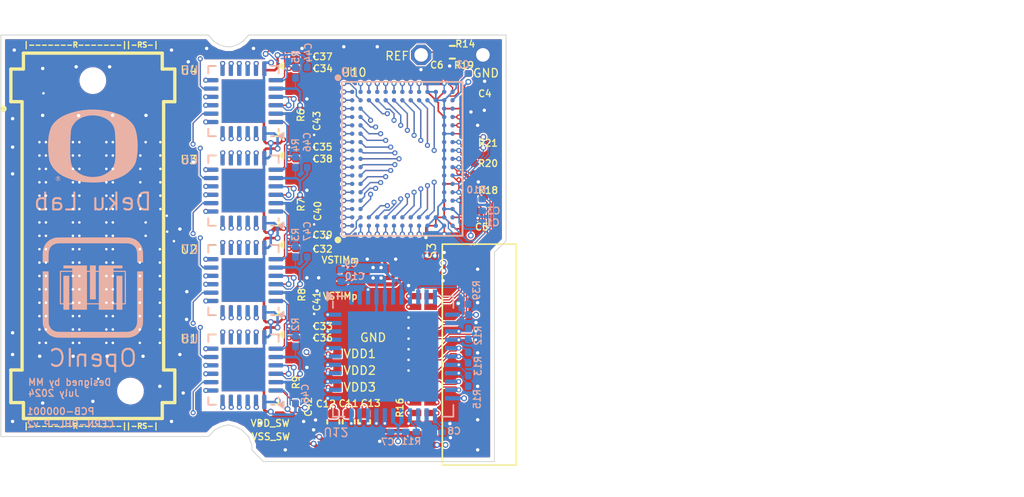
<source format=kicad_pcb>
(kicad_pcb (version 20240108) (generator "pcbnew") (generator_version "8.0")
  (title_block (title "Iris-128S") (date "2024-04-12") (rev "1") (company "OpenIC"))
  (layers (0 "F.Cu" signal) (1 "In1.Cu" signal "L2.Cu") (2 "In2.Cu" signal "L3.Cu") (3 "In3.Cu" signal "L4.Cu") (4 "In4.Cu" signal "L5.Cu") (5 "In5.Cu" signal "L6.Cu") (6 "In6.Cu" signal "L7.Cu") (31 "B.Cu" signal) (34 "B.Paste" user) (35 "F.Paste" user) (36 "B.SilkS" user "B.Silkscreen") (37 "F.SilkS" user "F.Silkscreen") (38 "B.Mask" user) (39 "F.Mask" user) (44 "Edge.Cuts" user))
  (net 0 "")
  (net 1 "/analog_muxes_switches/SDO0")
  (net 2 "/analog_muxes_switches/SDO1")
  (net 3 "/analog_muxes_switches/SDO2")
  (net 4 "/analog_muxes_switches/SDO3")
  (net 5 "/analog_muxes_switches/SDO4")
  (net 6 "/analog_muxes_switches/SDO5")
  (net 7 "/analog_muxes_switches/SDO6")
  (net 8 "/SCLK_SW")
  (net 9 "/CSb_SW")
  (net 10 "/MISO_SW")
  (net 11 "/MOSI_SW")
  (net 14 "Net-(U9-LVDS_EN)")
  (net 18 "Net-(U9-ADC_REF)")
  (net 19 "Net-(U10-LVDS_EN)")
  (net 24 "Net-(U10-ADC_REF)")
  (net 26 "/REC1IN62")
  (net 27 "/REC1IN16")
  (net 28 "/REC1IN34")
  (net 29 "/REC1IN29")
  (net 30 "/REC1IN36")
  (net 31 "/REC1IN8")
  (net 32 "/REC1IN61")
  (net 33 "/REC1IN63")
  (net 34 "/REC1IN26")
  (net 35 "/REC1IN50")
  (net 36 "/REC1IN12")
  (net 37 "/REC1IN22")
  (net 38 "/REC1IN32")
  (net 39 "/REC1IN15")
  (net 40 "/REC1IN21")
  (net 41 "/REC1IN4")
  (net 42 "/REC1IN43")
  (net 43 "/REC1IN59")
  (net 44 "/REC1IN5")
  (net 45 "/REC1IN24")
  (net 46 "/REC1IN51")
  (net 47 "/REC1IN47")
  (net 48 "/REC1IN42")
  (net 49 "/REC1IN23")
  (net 50 "/REC1IN60")
  (net 51 "/REC1IN33")
  (net 52 "/REC1IN54")
  (net 53 "/REC1IN31")
  (net 54 "/REC1IN13")
  (net 55 "/REC1IN18")
  (net 56 "/REC1IN58")
  (net 57 "/REC1IN10")
  (net 58 "/REC1IN28")
  (net 59 "/REC1IN35")
  (net 60 "/REC1IN38")
  (net 61 "/REC1IN2")
  (net 62 "/REC1IN27")
  (net 63 "/REC1IN6")
  (net 64 "/REC1IN48")
  (net 65 "/REC1IN55")
  (net 66 "/REC1IN52")
  (net 67 "/REC1IN44")
  (net 68 "/REC1IN41")
  (net 69 "/REC1IN0")
  (net 70 "/REC1IN20")
  (net 71 "/REC1IN46")
  (net 72 "/REC1IN49")
  (net 73 "/REC1IN17")
  (net 74 "/REC1IN37")
  (net 75 "/REC1IN25")
  (net 76 "/REC1IN57")
  (net 77 "/REC1IN11")
  (net 78 "/REC1IN1")
  (net 79 "/REC1IN30")
  (net 80 "/REC1IN40")
  (net 81 "/REC1IN3")
  (net 82 "/REC1IN45")
  (net 83 "/REC1IN9")
  (net 84 "/REC1IN53")
  (net 85 "/REC1IN56")
  (net 86 "/REC1IN19")
  (net 87 "/REC1IN39")
  (net 88 "/REC1IN14")
  (net 89 "/REC1IN7")
  (net 90 "VDD2")
  (net 94 "/REF_ELEC")
  (net 95 "Net-(U12-ADC_REF)")
  (net 96 "Net-(U12-LVDS_EN)")
  (net 97 "VDD3")
  (net 98 "/MISO1p")
  (net 99 "/SCLKm")
  (net 100 "/CSbp")
  (net 101 "/MOSIp")
  (net 102 "/SCLKp")
  (net 103 "/MOSIm")
  (net 104 "/CSbm")
  (net 105 "/MISO1m")
  (net 106 "/MISO2m")
  (net 107 "/MISO2p")
  (net 108 "/CSbp_STIM")
  (net 109 "/CSbm_STIM")
  (net 110 "/SCLKm_STIM")
  (net 111 "/SCLKp_STIM")
  (net 112 "/MOSIp_STIM")
  (net 113 "/MOSIm_STIM")
  (net 114 "Net-(U12-STIM_EN)")
  (net 115 "/MISOp_STIM")
  (net 116 "/MISOm_STIM")
  (net 117 "/STIMIN13")
  (net 118 "/STIMIN14")
  (net 119 "/STIMIN3")
  (net 120 "/STIMIN5")
  (net 121 "/STIMIN10")
  (net 122 "/STIMIN12")
  (net 123 "/STIMIN8")
  (net 124 "/STIMIN7")
  (net 125 "/STIMIN6")
  (net 126 "/STIMIN9")
  (net 127 "/STIMIN0")
  (net 128 "/STIMIN2")
  (net 129 "/STIMIN11")
  (net 130 "/STIMIN15")
  (net 131 "/STIMIN4")
  (net 132 "/STIMIN1")
  (net 133 "/REC0IN10")
  (net 134 "/REC0IN52")
  (net 135 "/REC0IN62")
  (net 136 "/REC0IN49")
  (net 137 "/REC0IN63")
  (net 138 "/REC0IN24")
  (net 139 "/REC0IN60")
  (net 140 "/REC0IN27")
  (net 141 "/REC0IN30")
  (net 142 "/REC0IN56")
  (net 143 "/REC0IN32")
  (net 144 "/REC0IN11")
  (net 145 "/REC0IN20")
  (net 146 "/REC0IN57")
  (net 147 "/REC0IN55")
  (net 148 "/REC0IN48")
  (net 149 "/REC0IN50")
  (net 150 "/REC0IN34")
  (net 151 "/REC0IN42")
  (net 152 "/REC0IN18")
  (net 153 "/REC0IN41")
  (net 154 "/REC0IN31")
  (net 155 "/REC0IN58")
  (net 156 "/REC0IN54")
  (net 157 "/REC0IN47")
  (net 158 "/REC0IN3")
  (net 159 "/REC0IN5")
  (net 160 "/REC0IN23")
  (net 161 "/REC0IN59")
  (net 162 "/REC0IN9")
  (net 163 "/REC0IN6")
  (net 164 "/REC0IN37")
  (net 165 "/REC0IN46")
  (net 166 "/REC0IN19")
  (net 167 "/REC0IN8")
  (net 168 "/REC0IN25")
  (net 169 "/REC0IN38")
  (net 170 "/REC0IN17")
  (net 171 "/REC0IN13")
  (net 172 "/REC0IN45")
  (net 173 "/REC0IN7")
  (net 174 "/REC0IN12")
  (net 175 "/REC0IN40")
  (net 176 "/REC0IN2")
  (net 177 "/REC0IN33")
  (net 178 "/REC0IN15")
  (net 179 "/REC0IN14")
  (net 180 "/REC0IN44")
  (net 181 "/REC0IN35")
  (net 182 "/REC0IN1")
  (net 183 "/REC0IN39")
  (net 184 "/REC0IN26")
  (net 185 "/REC0IN61")
  (net 186 "/REC0IN22")
  (net 187 "/REC0IN53")
  (net 188 "/REC0IN51")
  (net 189 "/REC0IN0")
  (net 190 "/REC0IN29")
  (net 191 "/REC0IN36")
  (net 192 "/REC0IN16")
  (net 193 "/REC0IN43")
  (net 194 "/REC0IN28")
  (net 195 "/REC0IN4")
  (net 196 "/REC0IN21")
  (net 197 "VDD1")
  (net 198 "GND1")
  (net 201 "/RS10")
  (net 202 "/RS28")
  (net 203 "/RS30")
  (net 204 "/RS12")
  (net 205 "/RS3")
  (net 206 "/RS9")
  (net 207 "/RS31")
  (net 208 "/RS14")
  (net 209 "/RS23")
  (net 210 "/RS8")
  (net 211 "/RS5")
  (net 212 "/RS17")
  (net 213 "/RS16")
  (net 214 "/RS25")
  (net 215 "/RS6")
  (net 216 "/RS11")
  (net 217 "/RS29")
  (net 218 "/RS7")
  (net 219 "/RS13")
  (net 220 "/RS15")
  (net 221 "/RS26")
  (net 222 "/RS2")
  (net 223 "/RS22")
  (net 224 "/RS27")
  (net 225 "/RS0")
  (net 226 "/RS1")
  (net 227 "/RS21")
  (net 228 "/RS19")
  (net 229 "/RS4")
  (net 230 "/RS20")
  (net 231 "/RS18")
  (net 232 "/RS24")
  (net 233 "/connectors/MOSI2m_STIM")
  (net 234 "/connectors/MOSI2p_STIM")
  (net 235 "VSS_SW")
  (net 236 "VDD_SW")
  (net 237 "VSTIMp")
  (net 238 "VSTIMm")
  (footprint "Capacitor_SMD:C_0402_1005Metric" (layer "F.Cu") (at 116.29286 103.12084 -90)
    (property "Reference" "C11")
    (property "Value" "4.7u" (hide yes))
  )
  (footprint "Resistor_SMD:R_0201_0603Metric" (layer "F.Cu") (at 113.11128 101.7 90)
    (property "Reference" "R9")
    (property "Value" "20k" (hide yes))
  )
  (footprint "Capacitor_SMD:C_0201_0603Metric" (layer "F.Cu") (at 113.81128 101.03976 90)
    (property "Reference" "C42")
    (property "Value" "100n" (hide yes))
  )
  (footprint "Resistor_SMD:R_0201_0603Metric" (layer "F.Cu") (at 123.8 87.989 -90)
    (property "Reference" "R20")
    (property "Value" "100" (hide yes))
  )
  (footprint "Capacitor_SMD:C_0402_1005Metric" (layer "F.Cu") (at 115.37286 103.12084 -90)
    (property "Reference" "C12")
    (property "Value" "4.7u" (hide yes))
  )
  (footprint "Capacitor_SMD:C_0201_0603Metric" (layer "F.Cu") (at 113.81324 91 -90)
    (property "Reference" "C40")
    (property "Value" "100n" (hide yes))
  )
  (footprint "Resistor_SMD:R_0201_0603Metric" (layer "F.Cu") (at 113.11128 96.35 90)
    (property "Reference" "R8")
    (property "Value" "20k" (hide yes))
  )
  (footprint "openic:SAMTEC_SEAM8-20-S02.0-X-08-3_Cereplex" (layer "F.Cu") (at 100.99698 92.0034 90)
    (property "Reference" "S5" (hide yes))
    (property "Value" "~" (hide yes))
  )
  (footprint "Capacitor_SMD:C_0201_0603Metric" (layer "F.Cu") (at 113.46128 98.1142)
    (property "Reference" "C36")
    (property "Value" "100n" (hide yes))
  )
  (footprint "Capacitor_SMD:C_0201_0603Metric" (layer "F.Cu") (at 113.46128 97.4004)
    (property "Reference" "C33")
    (property "Value" "100n" (hide yes))
  )
  (footprint "Resistor_SMD:R_0201_0603Metric" (layer "F.Cu") (at 123.1222 82.29968)
    (property "Reference" "R19")
    (property "Value" "0" (hide yes))
  )
  (footprint "Resistor_SMD:R_0201_0603Metric" (layer "F.Cu") (at 119.35346 101.00548 90)
    (property "Reference" "R16")
    (property "Value" "100" (hide yes))
  )
  (footprint "openic:TESTPOINT_SMALL" (layer "F.Cu") (at 120.6225 81.188)
    (property "Reference" "REF0" (hide yes))
    (property "Value" "REF0")
  )
  (footprint "Resistor_SMD:R_0402_1005Metric" (layer "F.Cu") (at 122.48938 81.0284 180)
    (property "Reference" "R14")
    (property "Value" "0" (hide yes))
  )
  (footprint "openic:104-Pin BGA - 9mmx7mm" (layer "F.Cu") (at 119.5 87.4 90)
    (property "Reference" "U10")
    (property "Value" "~" (hide yes))
  )
  (footprint "openic:TESTPOINT_PAD_SQ_0.5" (layer "F.Cu") (at 115.61934 99.054)
    (property "Reference" "TP1" (hide yes))
    (property "Value" "~" (hide yes))
  )
  (footprint "openic:LFCSP-24-1EP_4mmx4mm_P0.5mm_EP2.6mm" (layer "F.Cu") (at 110 94.65 -90)
    (property "Reference" "U2")
    (property "Value" "~" (hide yes))
  )
  (footprint "Capacitor_SMD:C_0201_0603Metric" (layer "F.Cu") (at 113.46128 86.7018)
    (property "Reference" "C35")
    (property "Value" "100n" (hide yes))
  )
  (footprint "openic:TESTPOINT_PAD_SQ_0.5" (layer "F.Cu") (at 112.99806 103.3)
    (property "Reference" "TP4" (hide yes))
    (property "Value" "~" (hide yes))
  )
  (footprint "Resistor_SMD:R_0201_0603Metric" (layer "F.Cu") (at 113.11128 85.65 90)
    (property "Reference" "R6")
    (property "Value" "20k" (hide yes))
  )
  (footprint "openic:TESTPOINT_PAD_SQ_0.5" (layer "F.Cu") (at 115.61934 100.054)
    (property "Reference" "TP2" (hide yes))
    (property "Value" "~" (hide yes))
  )
  (footprint "Capacitor_SMD:C_0201_0603Metric" (layer "F.Cu") (at 113.46128 82.0022)
    (property "Reference" "C34")
    (property "Value" "100n" (hide yes))
  )
  (footprint "openic:TESTPOINT_PAD_SQ_0.5" (layer "F.Cu") (at 116.61934 98.054)
    (property "Reference" "TP8" (hide yes))
    (property "Value" "~")
  )
  (footprint "Resistor_SMD:R_0201_0603Metric" (layer "F.Cu") (at 123.8 86.41262 -90)
    (property "Reference" "R21")
    (property "Value" "100" (hide yes))
  )
  (footprint "Capacitor_SMD:C_0201_0603Metric" (layer "F.Cu") (at 113.46128 92.0612)
    (property "Reference" "C39")
    (property "Value" "100n" (hide yes))
  )
  (footprint "Capacitor_SMD:C_0201_0603Metric" (layer "F.Cu") (at 113.8133 96.35 -90)
    (property "Reference" "C41")
    (property "Value" "100n" (hide yes))
  )
  (footprint "openic:TESTPOINT_SMALL" (layer "F.Cu") (at 124.315 81.188)
    (property "Reference" "GND1" (hide yes))
    (property "Value" "GND1" (hide yes))
  )
  (footprint "Resistor_SMD:R_0201_0603Metric" (layer "F.Cu") (at 123.8 89.57904 -90)
    (property "Reference" "R18")
    (property "Value" "100" (hide yes))
  )
  (footprint "openic:OMNETICS-A79024-001" (layer "F.Cu") (at 120.72072 99.10406 90)
    (property "Reference" "S3")
    (property "Value" "~" (hide yes))
  )
  (footprint "Capacitor_SMD:C_0201_0603Metric" (layer "F.Cu") (at 123.8 83.5 90)
    (property "Reference" "C4")
    (property "Value" "100n" (hide yes))
  )
  (footprint "openic:LFCSP-24-1EP_4mmx4mm_P0.5mm_EP2.6mm" (layer "F.Cu") (at 110 89.3 -90)
    (property "Reference" "U3")
    (property "Value" "~" (hide yes))
  )
  (footprint "Capacitor_SMD:C_0201_0603Metric" (layer "F.Cu") (at 121.55596 82.29968 180)
    (property "Reference" "C6")
    (property "Value" "10n" (hide yes))
  )
  (footprint "openic:TESTPOINT_PAD_SQ_0.5" (layer "F.Cu") (at 112.99806 104.3)
    (property "Reference" "TP5" (hide yes))
    (property "Value" "~" (hide yes))
  )
  (footprint "openic:TESTPOINT_PAD_SQ_0.5" (layer "F.Cu") (at 115.61934 94.01244)
    (property "Reference" "TP7" (hide yes))
    (property "Value" "~" (hide yes))
  )
  (footprint "openic:TESTPOINT_PAD_SQ_0.5" (layer "F.Cu") (at 115.61934 101.054)
    (property "Reference" "TP3" (hide yes))
    (property "Value" "~" (hide yes))
  )
  (footprint "openic:LFCSP-24-1EP_4mmx4mm_P0.5mm_EP2.6mm" (layer "F.Cu") (at 110 83.95 -90)
    (property "Reference" "U4")
    (property "Value" "~" (hide yes))
  )
  (footprint "openic:LFCSP-24-1EP_4mmx4mm_P0.5mm_EP2.6mm" (layer "F.Cu") (at 110 100 -90)
    (property "Reference" "U1")
    (property "Value" "~" (hide yes))
  )
  (footprint "Capacitor_SMD:C_0201_0603Metric" (layer "F.Cu") (at 113.46128 81.29868)
    (property "Reference" "C37")
    (property "Value" "100n" (hide yes))
  )
  (footprint "Capacitor_SMD:C_0201_0603Metric" (layer "F.Cu") (at 113.46128 92.7802)
    (property "Reference" "C32")
    (property "Value" "100n" (hide yes))
  )
  (footprint "Capacitor_SMD:C_0402_1005Metric" (layer "F.Cu") (at 117.21286 103.12084 -90)
    (property "Reference" "C13")
    (property "Value" "4.7u" (hide yes))
  )
  (footprint "Capacitor_SMD:C_0201_0603Metric" (layer "F.Cu") (at 113.46128 87.4156)
    (property "Reference" "C38")
    (property "Value" "100n" (hide yes))
  )
  (footprint "Capacitor_SMD:C_0201_0603Metric" (layer "F.Cu") (at 123.600083 91.14038 -90)
    (property "Reference" "C5")
    (property "Value" "100n" (hide yes))
  )
  (footprint "Capacitor_SMD:C_0201_0603Metric" (layer "F.Cu") (at 113.81596 85.65 -90)
    (property "Reference" "C43")
    (property "Value" "100n" (hide yes))
  )
  (footprint "Resistor_SMD:R_0201_0603Metric" (layer "F.Cu") (at 113.11128 91 90)
    (property "Reference" "R7")
    (property "Value" "20k" (hide yes))
  )
  (footprint "openic:TESTPOINT_PAD_SQ_0.5" (layer "F.Cu") (at 115.61934 95)
    (property "Reference" "TP6" (hide yes))
    (property "Value" "~" (hide yes))
  )
  (footprint "Capacitor_SMD:C_0201_0603Metric" (layer "B.Cu") (at 123.95076 90.50746 180)
    (property "Reference" "C3")
    (property "Value" "10n" (hide yes))
  )
  (footprint "Capacitor_SMD:C_0201_0603Metric" (layer "B.Cu") (at 113.81366 82.25 -90)
    (property "Reference" "C44")
    (property "Value" "100n" (hide yes))
  )
  (footprint "Resistor_SMD:R_0201_0603Metric" (layer "B.Cu") (at 120.01864 103.7336 180)
    (property "Reference" "R11")
    (property "Value" "0" (hide yes))
  )
  (footprint "Resistor_SMD:R_0201_0603Metric" (layer "B.Cu") (at 123.4353 97.8717 90)
    (property "Reference" "R12")
    (property "Value" "100" (hide yes))
  )
  (footprint "Resistor_SMD:R_0201_0603Metric" (layer "B.Cu") (at 123.4353 96.40316 90)
    (property "Reference" "R39")
    (property "Value" "0" (hide yes))
  )
  (footprint "Resistor_SMD:R_0201_0603Metric" (layer "B.Cu") (at 113.11128 92.95 -90)
    (property "Reference" "R3")
    (property "Value" "20k" (hide yes))
  )
  (footprint "Capacitor_SMD:C_0201_0603Metric" (layer "B.Cu") (at 115.52 94.03302 180)
    (property "Reference" "C9")
    (property "Value" "100n" (hide yes))
  )
  (footprint "Capacitor_SMD:C_0201_0603Metric" (layer "B.Cu") (at 123.95076 91.20968 180)
    (property "Reference" "C1")
    (property "Value" "100n" (hide yes))
  )
  (footprint "Capacitor_SMD:C_0201_0603Metric" (layer "B.Cu") (at 115.52 94.73344 180)
    (property "Reference" "C10")
    (property "Value" "100n" (hide yes))
  )
  (footprint "openic:QFN-44-1EP_7x7mm_P0.5mm_EP5.4x5.4mm" (layer "B.Cu") (at 118.95 99.216 -90)
    (property "Reference" "U12")
    (property "Value" "~" (hide yes))
  )
  (footprint "Resistor_SMD:R_0201_0603Metric" (layer "B.Cu") (at 113.11128 87.6 -90)
    (property "Reference" "R4")
    (property "Value" "20k" (hide yes))
  )
  (footprint "openic:LFCSP-24-1EP_4mmx4mm_P0.5mm_EP2.6mm" (layer "B.Cu") (at 110 100 90)
    (property "Reference" "U8")
    (property "Value" "~" (hide yes))
  )
  (footprint "Resistor_SMD:R_0201_0603Metric" (layer "B.Cu") (at 123.4353 99.27378 90)
    (property "Reference" "R13")
    (property "Value" "100" (hide yes))
  )
  (footprint "Capacitor_SMD:C_0201_0603Metric" (layer "B.Cu") (at 118.4656 103.7336 180)
    (property "Reference" "C7")
    (property "Value" "100n" (hide yes))
  )
  (footprint "Capacitor_SMD:C_0201_0603Metric" (layer "B.Cu") (at 121.5644 103.7336 180)
    (property "Reference" "C8")
    (property "Value" "10n" (hide yes))
  )
  (footprint "Resistor_SMD:R_0201_0603Metric" (layer "B.Cu") (at 123.4353 100.67502 90)
    (property "Reference" "R15")
    (property "Value" "100" (hide yes))
  )
  (footprint "Resistor_SMD:R_0201_0603Metric" (layer "B.Cu") (at 113.11128 82.25 -90)
    (property "Reference" "R5")
    (property "Value" "20k" (hide yes))
  )
  (footprint "Resistor_SMD:R_0201_0603Metric" (layer "B.Cu") (at 123.95076 89.80714)
    (property "Reference" "R10")
    (property "Value" "0" (hide yes))
  )
  (footprint "openic:LFCSP-24-1EP_4mmx4mm_P0.5mm_EP2.6mm" (layer "B.Cu") (at 110 94.65 90)
    (property "Reference" "U7")
    (property "Value" "~" (hide yes))
  )
  (footprint "openic:104-Pin BGA - 9mmx7mm" (layer "B.Cu") (at 119.5 87.4 -90)
    (property "Reference" "U9")
    (property "Value" "~" (hide yes))
  )
  (footprint "Capacitor_SMD:C_0201_0603Metric" (layer "B.Cu") (at 113.11128 101.7 90)
    (property "Reference" "C45")
    (property "Value" "100n" (hide yes))
  )
  (footprint "Capacitor_SMD:C_0201_0603Metric" (layer "B.Cu") (at 123.1222 82.29968 180)
    (property "Reference" "C2")
    (property "Value" "100n" (hide yes))
  )
  (footprint "Capacitor_SMD:C_0201_0603Metric" (layer "B.Cu") (at 113.81584 92.95 90)
    (property "Reference" "C47")
    (property "Value" "100n" (hide yes))
  )
  (footprint "openic:LFCSP-24-1EP_4mmx4mm_P0.5mm_EP2.6mm" (layer "B.Cu") (at 110 89.3 90)
    (property "Reference" "U6")
    (property "Value" "~" (hide yes))
  )
  (footprint "openic:LFCSP-24-1EP_4mmx4mm_P0.5mm_EP2.6mm" (layer "B.Cu") (at 110 83.95 90)
    (property "Reference" "U5")
    (property "Value" "~" (hide yes))
  )
  (footprint "openic:uo-logo_6mm" (layer "B.Cu") (at 100.995337 86.63656 180)
    (property "Reference" "G***" (hide yes))
    (property "Value" "LOGO" (hide yes))
  )
  (footprint "openic:openic-logo_6mm" (layer "B.Cu") (at 101 95.103836 180)
    (property "Reference" "G***" (hide yes))
    (property "Value" "LOGO" (hide yes))
  )
  (footprint "Capacitor_SMD:C_0201_0603Metric" (layer "B.Cu") (at 113.81324 87.6 90)
    (property "Reference" "C46")
    (property "Value" "100n" (hide yes))
  )
  (footprint "Resistor_SMD:R_0201_0603Metric" (layer "B.Cu") (at 113.11128 98.3 -90)
    (property "Reference" "R2")
    (property "Value" "20k" (hide yes))
  )
  (gr_line (start 95.5 104) (end 95.5 80) (stroke (width 0.05)) (layer "Edge.Cuts"))
  (gr_line (start 109.9 103.6) (end 110.3 104) (stroke (width 0.05)) (layer "Edge.Cuts"))
  (gr_line (start 110 80.35) (end 110.3 80) (stroke (width 0.05)) (layer "Edge.Cuts"))
  (gr_line (start 125.7 80) (end 125.7 92.3) (stroke (width 0.05)) (layer "Edge.Cuts"))
  (gr_line (start 107.9 104) (end 108.3 103.6) (stroke (width 0.05)) (layer "Edge.Cuts"))
  (gr_line (start 108.95 80.7) (end 109.3 80.7) (stroke (width 0.05)) (layer "Edge.Cuts"))
  (gr_line (start 95.5 80) (end 107.9 80) (stroke (width 0.05)) (layer "Edge.Cuts"))
  (gr_line (start 108.3 103.6) (end 108.7 103.4) (stroke (width 0.05)) (layer "Edge.Cuts"))
  (gr_line (start 107.9 104) (end 95.5 104) (stroke (width 0.05)) (layer "Edge.Cuts"))
  (gr_line (start 110.3 104) (end 110.5 104.5) (stroke (width 0.05)) (layer "Edge.Cuts"))
  (gr_line (start 121 105.5) (end 111.2 105.5) (stroke (width 0.05)) (layer "Edge.Cuts"))
  (gr_line (start 107.9 80) (end 108.25 80.4) (stroke (width 0.05)) (layer "Edge.Cuts"))
  (gr_line (start 110.5 104.5) (end 110.5 104.8) (stroke (width 0.05)) (layer "Edge.Cuts"))
  (gr_line (start 109.5 103.402497) (end 109.9 103.6) (stroke (width 0.05)) (layer "Edge.Cuts"))
  (gr_line (start 109.7 80.55) (end 110 80.35) (stroke (width 0.05)) (layer "Edge.Cuts"))
  (gr_line (start 125 93) (end 125 105.5) (stroke (width 0.05)) (layer "Edge.Cuts"))
  (gr_line (start 109.1 103.3) (end 109.5 103.402497) (stroke (width 0.05)) (layer "Edge.Cuts"))
  (gr_line (start 109.3 80.7) (end 109.7 80.55) (stroke (width 0.05)) (layer "Edge.Cuts"))
  (gr_line (start 108.25 80.4) (end 108.6 80.6) (stroke (width 0.05)) (layer "Edge.Cuts"))
  (gr_line (start 125.7 92.3) (end 125 93) (stroke (width 0.05)) (layer "Edge.Cuts"))
  (gr_line (start 111.2 105.5) (end 110.5 104.8) (stroke (width 0.05)) (layer "Edge.Cuts"))
  (gr_line (start 108.7 103.4) (end 109.1 103.3) (stroke (width 0.05)) (layer "Edge.Cuts"))
  (gr_line (start 125 105.5) (end 121 105.5) (stroke (width 0.05)) (layer "Edge.Cuts"))
  (gr_line (start 108.6 80.6) (end 108.95 80.7) (stroke (width 0.05)) (layer "Edge.Cuts"))
  (gr_line (start 110.3 80) (end 125.7 80) (stroke (width 0.05)) (layer "Edge.Cuts"))
  (gr_text "OpenIC" (at 101 99.314 0) (layer "B.SilkS") (effects (font (size 1.016 1.016) (thickness 0.127)) (justify mirror)))
  (gr_text "Designed by MM\nJuly 2024" (at 97.08642 101.08184 0) (layer "B.SilkS") (effects (font (size 0.4064 0.4064) (thickness 0.0762)) (justify right mirror)))
  (gr_text "PCB-000001" (at 99.07124 102.49886 0) (layer "B.SilkS") (effects (font (size 0.4064 0.4064) (thickness 0.0762)) (justify mirror)))
  (gr_text "Deku Lab" (at 101 89.96396 0) (layer "B.SilkS") (effects (font (size 1.016 1.016) (thickness 0.127)) (justify mirror)))
  (gr_text "CERN-OHL-P v2" (at 99.66 103.26 0) (layer "B.SilkS") (effects (font (size 0.4064 0.4064) (thickness 0.0762)) (justify mirror)))
  (gr_text "|-------R-------|" (at 99.95 80.58658 0) (layer "F.SilkS") (effects (font (size 0.3048 0.3048) (thickness 0.0762))))
  (gr_text "VDD_SW" (at 111.5949 103.20528 0) (layer "F.SilkS") (effects (font (size 0.4064 0.4064) (thickness 0.0762))))
  (gr_text "VDD3" (at 116.95417 101.054 0) (layer "F.SilkS") (effects (font (size 0.508 0.508) (thickness 0.0762))))
  (gr_text "GND" (at 117.7544 98.08718 0) (layer "F.SilkS") (effects (font (size 0.508 0.508) (thickness 0.0762))))
  (gr_text "|-RS-|" (at 103.95 103.37546 0) (layer "F.SilkS") (effects (font (size 0.3048 0.3048) (thickness 0.0762))))
  (gr_text "|-RS-|" (at 103.95 80.58658 0) (layer "F.SilkS") (effects (font (size 0.3048 0.3048) (thickness 0.0762))))
  (gr_text "GND" (at 124.50064 82.27822 0) (layer "F.SilkS") (effects (font (size 0.508 0.508) (thickness 0.0762))))
  (gr_text "REF" (at 119.17934 81.2546 0) (layer "F.SilkS") (effects (font (size 0.508 0.508) (thickness 0.0762))))
  (gr_text "VDD1" (at 116.95417 99.054 0) (layer "F.SilkS") (effects (font (size 0.508 0.508) (thickness 0.0762))))
  (gr_text "VSTIMm" (at 115.79352 93.4466 0) (layer "F.SilkS") (effects (font (size 0.4064 0.4064) (thickness 0.0762))))
  (gr_text "|-------R-------|" (at 99.95 103.37546 0) (layer "F.SilkS") (effects (font (size 0.3048 0.3048) (thickness 0.0762))))
  (gr_text "VSS_SW" (at 111.63808 104.00792 0) (layer "F.SilkS") (effects (font (size 0.4064 0.4064) (thickness 0.0762))))
  (gr_text "VSTIMp" (at 115.78336 95.6056 0) (layer "F.SilkS") (effects (font (size 0.4064 0.4064) (thickness 0.0762))))
  (gr_text "VDD2" (at 116.95417 100.054 0) (layer "F.SilkS") (effects (font (size 0.508 0.508) (thickness 0.0762))))
  (segment (start 112.5855 96.03994) (end 112.44556 95.9) (width 0.0762) (layer "B.Cu") (net 1))
  (segment (start 112.41544 98.75) (end 112.5855 98.57994) (width 0.0762) (layer "B.Cu") (net 1))
  (segment (start 112.5855 97.9805) (end 112.5855 96.03994) (width 0.0762) (layer "B.Cu") (net 1))
  (segment (start 112.586 97.98) (end 112.5855 97.9805) (width 0.0762) (layer "B.Cu") (net 1))
  (segment (start 112.5855 98.57994) (end 112.5855 97.9805) (width 0.0762) (layer "B.Cu") (net 1))
  (segment (start 112.44556 95.9) (end 111.9375 95.9) (width 0.0762) (layer "B.Cu") (net 1))
  (segment (start 113.11128 97.98) (end 112.586 97.98) (width 0.0762) (layer "B.Cu") (net 1))
  (segment (start 111.9375 98.75) (end 112.41544 98.75) (width 0.0762) (layer "B.Cu") (net 1))
  (segment (start 112.60202 92.63) (end 112.60074 92.62872) (width 0.0762) (layer "B.Cu") (net 2))
  (segment (start 112.41112 93.4) (end 112.60074 93.21038) (width 0.0762) (layer "B.Cu") (net 2))
  (segment (start 112.60074 90.73896) (end 112.41178 90.55) (width 0.0762) (layer "B.Cu") (net 2))
  (segment (start 112.60074 92.62872) (end 112.60074 90.73896) (width 0.0762) (layer "B.Cu") (net 2))
  (segment (start 112.41178 90.55) (end 111.9375 90.55) (width 0.0762) (layer "B.Cu") (net 2))
  (segment (start 113.11128 92.63) (end 112.60202 92.63) (width 0.0762) (layer "B.Cu") (net 2))
  (segment (start 111.9375 93.4) (end 112.41112 93.4) (width 0.0762) (layer "B.Cu") (net 2))
  (segment (start 112.60074 93.21038) (end 112.60074 92.62872) (width 0.0762) (layer "B.Cu") (net 2))
  (segment (start 112.41696 88.05) (end 112.58804 87.87892) (width 0.0762) (layer "B.Cu") (net 3))
  (segment (start 112.58804 87.87892) (end 112.58804 87.27948) (width 0.0762) (layer "B.Cu") (net 3))
  (segment (start 112.42372 85.2) (end 111.9375 85.2) (width 0.0762) (layer "B.Cu") (net 3))
  (segment (start 112.58804 87.27948) (end 112.58804 85.36432) (width 0.0762) (layer "B.Cu") (net 3))
  (segment (start 111.9375 88.05) (end 112.41696 88.05) (width 0.0762) (layer "B.Cu") (net 3))
  (segment (start 112.58804 85.36432) (end 112.42372 85.2) (width 0.0762) (layer "B.Cu") (net 3))
  (segment (start 112.58856 87.28) (end 112.58804 87.27948) (width 0.0762) (layer "B.Cu") (net 3))
  (segment (start 113.11128 87.28) (end 112.58856 87.28) (width 0.0762) (layer "B.Cu") (net 3))
  (segment (start 112.45596 82.4865) (end 112.45596 81.14596) (width 0.0762) (layer "F.Cu") (net 4))
  (segment (start 112.24246 82.7) (end 112.45596 82.4865) (width 0.0762) (layer "F.Cu") (net 4))
  (segment (start 111.6458 80.81) (end 111.3282 81.1276) (width 0.0762) (layer "F.Cu") (net 4))
  (segment (start 111.9375 82.7) (end 112.24246 82.7) (width 0.0762) (layer "F.Cu") (net 4))
  (segment (start 112.12 80.81) (end 111.6458 80.81) (width 0.0762) (layer "F.Cu") (net 4))
  (segment (start 112.45596 81.14596) (end 112.12 80.81) (width 0.0762) (layer "F.Cu") (net 4))
  (via (at 111.3282 81.1276) (size 0.3556) (drill 0.2032) (layers "F.Cu" "B.Cu") (net 4))
  (segment (start 112.829932 81.93) (end 112.59312 82.166812) (width 0.0762) (layer "B.Cu") (net 4))
  (segment (start 111.3282 81.1276) (end 111.553908 81.1276) (width 0.0762) (layer "B.Cu") (net 4))
  (segment (start 112.59312 82.166812) (end 112.59312 82.53476) (width 0.0762) (layer "B.Cu") (net 4))
  (segment (start 111.553908 81.1276) (end 112.59312 82.166812) (width 0.0762) (layer "B.Cu") (net 4))
  (segment (start 113.11128 81.93) (end 112.829932 81.93) (width 0.0762) (layer "B.Cu") (net 4))
  (segment (start 112.42788 82.7) (end 111.9375 82.7) (width 0.0762) (layer "B.Cu") (net 4))
  (segment (start 112.59312 82.53476) (end 112.42788 82.7) (width 0.0762) (layer "B.Cu") (net 4))
  (segment (start 112.67578 85.97) (end 112.6744 85.97138) (width 0.0762) (layer "F.Cu") (net 5))
  (segment (start 113.11128 85.97) (end 112.67578 85.97) (width 0.0762) (layer "F.Cu") (net 5))
  (segment (start 112.2798 88.05) (end 112.4585 87.8713) (width 0.0762) (layer "F.Cu") (net 5))
  (segment (start 112.6744 85.44814) (end 112.649 85.42274) (width 0.0762) (layer "F.Cu") (net 5))
  (segment (start 112.6744 86.375429) (end 112.6744 85.97138) (width 0.0762) (layer "F.Cu") (net 5))
  (segment (start 112.59058 85.36432) (end 112.42626 85.2) (width 0.0762) (layer "F.Cu") (net 5))
  (segment (start 112.649 85.42274) (end 112.59058 85.36432) (width 0.0762) (layer "F.Cu") (net 5))
  (segment (start 112.6744 85.97138) (end 112.6744 85.44814) (width 0.0762) (layer "F.Cu") (net 5))
  (segment (start 112.4585 87.8713) (end 112.4585 86.591329) (width 0.0762) (layer "F.Cu") (net 5))
  (segment (start 112.4585 86.591329) (end 112.6744 86.375429) (width 0.0762) (layer "F.Cu") (net 5))
  (segment (start 112.42626 85.2) (end 111.9375 85.2) (width 0.0762) (layer "F.Cu") (net 5))
  (segment (start 111.9375 88.05) (end 112.2798 88.05) (width 0.0762) (layer "F.Cu") (net 5))
  (segment (start 112.6941 91.32) (end 112.69218 91.31808) (width 0.0762) (layer "F.Cu") (net 6))
  (segment (start 112.45596 93.21292) (end 112.45596 91.953269) (width 0.0762) (layer "F.Cu") (net 6))
  (segment (start 111.9375 93.4) (end 112.26888 93.4) (width 0.0762) (layer "F.Cu") (net 6))
  (segment (start 112.69218 90.81262) (end 112.42956 90.55) (width 0.0762) (layer "F.Cu") (net 6))
  (segment (start 112.45596 91.953269) (end 112.69218 91.717049) (width 0.0762) (layer "F.Cu") (net 6))
  (segment (start 113.11128 91.32) (end 112.6941 91.32) (width 0.0762) (layer "F.Cu") (net 6))
  (segment (start 112.69218 91.717049) (end 112.69218 91.31808) (width 0.0762) (layer "F.Cu") (net 6))
  (segment (start 112.26888 93.4) (end 112.45596 93.21292) (width 0.0762) (layer "F.Cu") (net 6))
  (segment (start 112.42956 90.55) (end 111.9375 90.55) (width 0.0762) (layer "F.Cu") (net 6))
  (segment (start 112.69218 91.31808) (end 112.69218 90.81262) (width 0.0762) (layer "F.Cu") (net 6))
  (segment (start 113.11128 96.67) (end 112.68964 96.67) (width 0.0762) (layer "F.Cu") (net 7))
  (segment (start 112.68964 97.04832) (end 112.44834 97.28962) (width 0.0762) (layer "F.Cu") (net 7))
  (segment (start 112.45064 95.9) (end 112.68964 96.139) (width 0.0762) (layer "F.Cu") (net 7))
  (segment (start 112.44834 97.28962) (end 112.44834 98.56216) (width 0.0762) (layer "F.Cu") (net 7))
  (segment (start 111.9375 95.9) (end 112.45064 95.9) (width 0.0762) (layer "F.Cu") (net 7))
  (segment (start 112.68964 96.139) (end 112.68964 96.67) (width 0.0762) (layer "F.Cu") (net 7))
  (segment (start 112.68964 96.67) (end 112.68964 97.04832) (width 0.0762) (layer "F.Cu") (net 7))
  (segment (start 112.44834 98.56216) (end 112.2605 98.75) (width 0.0762) (layer "F.Cu") (net 7))
  (segment (start 112.2605 98.75) (end 111.9375 98.75) (width 0.0762) (layer "F.Cu") (net 7))
  (segment (start 112.8846 89.0594) (end 113.0046 89.1794) (width 0.0762) (layer "F.Cu") (net 8))
  (segment (start 112.8846 83.7) (end 113.0046 83.82) (width 0.0762) (layer "F.Cu") (net 8))
  (segment (start 112.8846 99.7528) (end 113.0046 99.8728) (width 0.0762) (layer "F.Cu") (net 8))
  (segment (start 112.8846 94.3934) (end 113.0046 94.5134) (width 0.0762) (layer "F.Cu") (net 8))
  (segment (start 111.946592 83.7) (end 112.8846 83.7) (width 0.0762) (layer "F.Cu") (net 8))
  (segment (start 111.946592 94.3934) (end 112.8846 94.3934) (width 0.0762) (layer "F.Cu") (net 8))
  (segment (start 111.946592 99.7528) (end 112.8846 99.7528) (width 0.0762) (layer "F.Cu") (net 8))
  (segment (start 111.946592 89.0594) (end 112.8846 89.0594) (width 0.0762) (layer "F.Cu") (net 8))
  (via (at 113.0046 89.1794) (size 0.3556) (drill 0.2032) (layers "F.Cu" "B.Cu") (net 8))
  (via micro (at 121.57162 101.96156) (size 0.3048) (drill 0.1524) (layers "F.Cu" "In1.Cu") (net 8))
  (via (at 113.0046 94.5134) (size 0.3556) (drill 0.2032) (layers "F.Cu" "B.Cu") (net 8))
  (via (at 113.0046 83.82) (size 0.3556) (drill 0.2032) (layers "F.Cu" "B.Cu") (net 8))
  (via (at 113.0046 99.8728) (size 0.3556) (drill 0.2032) (layers "F.Cu" "B.Cu") (net 8))
  (segment (start 112.8395 95.1865) (end 113.0046 95.0214) (width 0.0762) (layer "B.Cu") (net 8))
  (segment (start 112.5601 100.5459) (end 112.8395 100.5459) (width 0.0762) (layer "B.Cu") (net 8))
  (segment (start 111.946592 84.2) (end 112.267 84.2) (width 0.0762) (layer "B.Cu") (net 8))
  (segment (start 112.8395 84.4931) (end 113.0046 84.328) (width 0.0762) (layer "B.Cu") (net 8))
  (segment (start 113.0046 100.3808) (end 113.0046 99.8728) (width 0.0762) (layer "B.Cu") (net 8))
  (segment (start 112.5601 84.4931) (end 112.8395 84.4931) (width 0.0762) (layer "B.Cu") (net 8))
  (segment (start 112.267 84.2) (end 112.5601 84.4931) (width 0.0762) (layer "B.Cu") (net 8))
  (segment (start 112.8395 100.5459) (end 113.0046 100.3808) (width 0.0762) (layer "B.Cu") (net 8))
  (segment (start 112.267 94.8934) (end 112.5601 95.1865) (width 0.0762) (layer "B.Cu") (net 8))
  (segment (start 111.946592 94.8934) (end 112.267 94.8934) (width 0.0762) (layer "B.Cu") (net 8))
  (segment (start 113.0046 89.6874) (end 113.0046 89.1794) (width 0.0762) (layer "B.Cu") (net 8))
  (segment (start 113.0046 95.0214) (end 113.0046 94.5134) (width 0.0762) (layer "B.Cu") (net 8))
  (segment (start 112.267 100.2528) (end 112.5601 100.5459) (width 0.0762) (layer "B.Cu") (net 8))
  (segment (start 112.267 89.5594) (end 112.5601 89.8525) (width 0.0762) (layer "B.Cu") (net 8))
  (segment (start 112.8395 89.8525) (end 113.0046 89.6874) (width 0.0762) (layer "B.Cu") (net 8))
  (segment (start 112.5601 95.1865) (end 112.8395 95.1865) (width 0.0762) (layer "B.Cu") (net 8))
  (segment (start 113.0046 84.328) (end 113.0046 83.82) (width 0.0762) (layer "B.Cu") (net 8))
  (segment (start 111.946592 89.5594) (end 112.267 89.5594) (width 0.0762) (layer "B.Cu") (net 8))
  (segment (start 111.946592 100.2528) (end 112.267 100.2528) (width 0.0762) (layer "B.Cu") (net 8))
  (segment (start 112.5601 89.8525) (end 112.8395 89.8525) (width 0.0762) (layer "B.Cu") (net 8))
  (segment (start 112.6988 94.8934) (end 112.6998 94.8944) (width 0.0762) (layer "F.Cu") (net 9))
  (segment (start 111.946592 89.5594) (end 112.6988 89.5594) (width 0.0762) (layer "F.Cu") (net 9))
  (segment (start 111.946592 84.2) (end 112.6988 84.2) (width 0.0762) (layer "F.Cu") (net 9))
  (segment (start 111.946592 94.8934) (end 112.6988 94.8934) (width 0.0762) (layer "F.Cu") (net 9))
  (segment (start 112.6988 84.2) (end 112.6998 84.201) (width 0.0762) (layer "F.Cu") (net 9))
  (segment (start 111.946592 100.2528) (end 112.6988 100.2528) (width 0.0762) (layer "F.Cu") (net 9))
  (segment (start 112.6988 89.5594) (end 112.6998 89.5604) (width 0.0762) (layer "F.Cu") (net 9))
  (segment (start 112.6988 100.2528) (end 112.6998 100.2538) (width 0.0762) (layer "F.Cu") (net 9))
  (via (at 112.6998 100.2538) (size 0.3556) (drill 0.2032) (layers "F.Cu" "B.Cu") (net 9))
  (via (at 112.6998 89.5604) (size 0.3556) (drill 0.2032) (layers "F.Cu" "B.Cu") (net 9))
  (via micro (at 119.86982 101.96156) (size 0.3048) (drill 0.1524) (layers "F.Cu" "In1.Cu") (net 9))
  (via (at 112.6998 94.8944) (size 0.3556) (drill 0.2032) (layers "F.Cu" "B.Cu") (net 9))
  (via (at 112.6998 84.201) (size 0.3556) (drill 0.2032) (layers "F.Cu" "B.Cu") (net 9))
  (segment (start 112.5798 83.7) (end 112.6998 83.82) (width 0.0762) (layer "B.Cu") (net 9))
  (segment (start 112.5798 99.7528) (end 112.6998 99.8728) (width 0.0762) (layer "B.Cu") (net 9))
  (segment (start 111.946592 99.7528) (end 112.5798 99.7528) (width 0.0762) (layer "B.Cu") (net 9))
  (segment (start 112.5798 89.0594) (end 112.6998 89.1794) (width 0.0762) (layer "B.Cu") (net 9))
  (segment (start 111.946592 89.0594) (end 112.5798 89.0594) (width 0.0762) (layer "B.Cu") (net 9))
  (segment (start 112.6998 89.1794) (end 112.6998 89.5604) (width 0.0762) (layer "B.Cu") (net 9))
  (segment (start 111.946592 94.3934) (end 112.5798 94.3934) (width 0.0762) (layer "B.Cu") (net 9))
  (segment (start 112.5798 94.3934) (end 112.6998 94.5134) (width 0.0762) (layer "B.Cu") (net 9))
  (segment (start 112.6998 94.5134) (end 112.6998 94.8944) (width 0.0762) (layer "B.Cu") (net 9))
  (segment (start 112.6998 83.82) (end 112.6998 84.201) (width 0.0762) (layer "B.Cu") (net 9))
  (segment (start 111.946592 83.7) (end 112.5798 83.7) (width 0.0762) (layer "B.Cu") (net 9))
  (segment (start 112.6998 99.8728) (end 112.6998 100.2538) (width 0.0762) (layer "B.Cu") (net 9))
  (segment (start 113.06646 102.02) (end 113.11128 102.02) (width 0.0762) (layer "F.Cu") (net 10))
  (segment (start 112.29646 101.25) (end 113.06646 102.02) (width 0.0762) (layer "F.Cu") (net 10))
  (segment (start 113.366882 102.275602) (end 113.11128 102.02) (width 0.0762) (layer "F.Cu") (net 10))
  (segment (start 111.9375 101.25) (end 112.29646 101.25) (width 0.0762) (layer "F.Cu") (net 10))
  (segment (start 113.669822 102.275602) (end 113.366882 102.275602) (width 0.0762) (layer "F.Cu") (net 10))
  (via (at 113.669822 102.275602) (size 0.3556) (drill 0.2032) (layers "F.Cu" "B.Cu") (net 10))
  (via micro (at 119.86982 102.59656) (size 0.3048) (drill 0.1524) (layers "F.Cu" "In1.Cu") (net 10))
  (segment (start 113.837758 102.567702) (end 112.839462 102.567702) (width 0.0762) (layer "F.Cu") (net 11))
  (segment (start 114.15268 102.25278) (end 113.837758 102.567702) (width 0.0762) (layer "F.Cu") (net 11))
  (segment (start 112.839462 102.567702) (end 112.63376 102.362) (width 0.0762) (layer "F.Cu") (net 11))
  (segment (start 113.7666 98.95586) (end 114.15268 99.34194) (width 0.0762) (layer "F.Cu") (net 11))
  (segment (start 114.15268 99.34194) (end 114.15268 102.25278) (width 0.0762) (layer "F.Cu") (net 11))
  (via (at 113.7666 98.95586) (size 0.3556) (drill 0.2032) (layers "F.Cu" "B.Cu") (net 11))
  (via micro (at 121.57162 102.59656) (size 0.3048) (drill 0.1524) (layers "F.Cu" "In1.Cu") (net 11))
  (via (at 112.63376 102.362) (size 0.3556) (drill 0.2032) (layers "F.Cu" "B.Cu") (net 11))
  (segment (start 112.63376 101.46284) (end 112.63376 102.362) (width 0.0762) (layer "B.Cu") (net 11))
  (segment (start 111.9375 101.25) (end 112.42092 101.25) (width 0.0762) (layer "B.Cu") (net 11))
  (segment (start 112.42092 101.25) (end 112.63376 101.46284) (width 0.0762) (layer "B.Cu") (net 11))
  (segment (start 122.2502 91.1502) (end 122.2502 91.5543) (width 0.0762) (layer "B.Cu") (net 14))
  (segment (start 122 90.9) (end 122.2502 91.1502) (width 0.0762) (layer "B.Cu") (net 14))
  (segment (start 124.83338 91.444635) (end 124.83338 90.08872) (width 0.0762) (layer "B.Cu") (net 14))
  (segment (start 124.83338 90.08872) (end 124.5518 89.80714) (width 0.0762) (layer "B.Cu") (net 14))
  (segment (start 124.5518 89.80714) (end 124.27076 89.80714) (width 0.0762) (layer "B.Cu") (net 14))
  (segment (start 123.1519 92.456) (end 123.822015 92.456) (width 0.0762) (layer "B.Cu") (net 14))
  (segment (start 123.822015 92.456) (end 124.83338 91.444635) (width 0.0762) (layer "B.Cu") (net 14))
  (segment (start 122.2502 91.5543) (end 123.1519 92.456) (width 0.0762) (layer "B.Cu") (net 14))
  (segment (start 122.5 91.4) (end 123.4036 92.3036) (width 0.0762) (layer "B.Cu") (net 18))
  (segment (start 123.758889 92.3036) (end 124.68098 91.381509) (width 0.0762) (layer "B.Cu") (net 18))
  (segment (start 123.4036 92.3036) (end 123.758889 92.3036) (width 0.0762) (layer "B.Cu") (net 18))
  (segment (start 124.54854 90.50746) (end 124.27076 90.50746) (width 0.0762) (layer "B.Cu") (net 18))
  (segment (start 124.68098 90.6399) (end 124.54854 90.50746) (width 0.0762) (layer "B.Cu") (net 18))
  (segment (start 124.68098 91.381509) (end 124.68098 90.6399) (width 0.0762) (layer "B.Cu") (net 18))
  (segment (start 122.62134 83.64952) (end 122.83948 83.43138) (width 0.0762) (layer "F.Cu") (net 19))
  (segment (start 122 83.9) (end 122.25048 83.64952) (width 0.0762) (layer "F.Cu") (net 19))
  (segment (start 122.83948 83.43138) (end 122.83948 82.9024) (width 0.0762) (layer "F.Cu") (net 19))
  (segment (start 122.25048 83.64952) (end 122.62134 83.64952) (width 0.0762) (layer "F.Cu") (net 19))
  (segment (start 122.83948 82.9024) (end 123.4422 82.29968) (width 0.0762) (layer "F.Cu") (net 19))
  (segment (start 121.87596 82.52734) (end 121.87596 82.29968) (width 0.0762) (layer "F.Cu") (net 24))
  (segment (start 122.5 83.15138) (end 121.87596 82.52734) (width 0.0762) (layer "F.Cu") (net 24))
  (segment (start 122.5 83.4) (end 122.5 83.15138) (width 0.0762) (layer "F.Cu") (net 24))
  (segment (start 120.5 83.4) (end 120.5 82.9) (width 0.0762) (layer "F.Cu") (net 26))
  (via micro (at 120.5 82.9) (size 0.3048) (drill 0.1524) (layers "F.Cu" "In1.Cu") (net 26))
  (via micro (at 110.7592 81.7015) (size 0.3048) (drill 0.1524) (layers "In6.Cu" "B.Cu") (net 26))
  (segment (start 102.1919 90.40352) (end 102.19686 90.40352) (width 0.0762) (layer "F.Cu") (net 27))
  (segment (start 102.19686 90.40352) (end 102.59698 90.0034) (width 0.0762) (layer "F.Cu") (net 27))
  (segment (start 116.5 91.4) (end 116 91.4) (width 0.0762) (layer "F.Cu") (net 27))
  (via micro (at 102.1919 90.40352) (size 0.3048) (drill 0.1524) (layers "F.Cu" "In1.Cu") (net 27))
  (via micro (at 116 91.4) (size 0.3048) (drill 0.1524) (layers "F.Cu" "In1.Cu") (net 27))
  (segment (start 117.15 87.05) (end 119.05 87.05) (width 0.0762) (layer "F.Cu") (net 28))
  (segment (start 117 86.9) (end 117.15 87.05) (width 0.0762) (layer "F.Cu") (net 28))
  (via micro (at 119.05 87.05) (size 0.3048) (drill 0.1524) (layers "F.Cu" "In1.Cu") (net 28))
  (via micro (at 109.7432 86.1949) (size 0.3048) (drill 0.1524) (layers "In6.Cu" "B.Cu") (net 28))
  (segment (start 117 87.9) (end 117.15 87.75) (width 0.0762) (layer "F.Cu") (net 29))
  (segment (start 117.15 87.75) (end 119.05 87.75) (width 0.0762) (layer "F.Cu") (net 29))
  (via micro (at 119.05 87.75) (size 0.3048) (drill 0.1524) (layers "F.Cu" "In1.Cu") (net 29))
  (via micro (at 110.76174 87.0482) (size 0.3048) (drill 0.1524) (layers "In6.Cu" "B.Cu") (net 29))
  (segment (start 117.3 86.7) (end 118.8 86.7) (width 0.0762) (layer "F.Cu") (net 30))
  (segment (start 117 86.4) (end 117.3 86.7) (width 0.0762) (layer "F.Cu") (net 30))
  (via micro (at 118.8 86.7) (size 0.3048) (drill 0.1524) (layers "F.Cu" "In1.Cu") (net 30))
  (via micro (at 108.7526 86.1949) (size 0.3048) (drill 0.1524) (layers "In6.Cu" "B.Cu") (net 30))
  (segment (start 98.1919 89.60352) (end 98.19686 89.60352) (width 0.0762) (layer "F.Cu") (net 31))
  (segment (start 119.8 90.1) (end 119.8 89.6) (width 0.0762) (layer "F.Cu") (net 31))
  (segment (start 98.19686 89.60352) (end 98.59698 89.2034) (width 0.0762) (layer "F.Cu") (net 31))
  (segment (start 119 90.9) (end 119.8 90.1) (width 0.0762) (layer "F.Cu") (net 31))
  (via micro (at 119.8 89.6) (size 0.3048) (drill 0.1524) (layers "F.Cu" "In1.Cu") (net 31))
  (via micro (at 98.1919 89.60352) (size 0.3048) (drill 0.1524) (layers "F.Cu" "In1.Cu") (net 31))
  (segment (start 97.79698 88.8034) (end 97.39698 88.4034) (width 0.0762) (layer "F.Cu") (net 32))
  (segment (start 121 84.4) (end 121 86.6) (width 0.0762) (layer "F.Cu") (net 32))
  (segment (start 120.5 83.9) (end 121 84.4) (width 0.0762) (layer "F.Cu") (net 32))
  (segment (start 97.80472 88.8034) (end 97.79698 88.8034) (width 0.0762) (layer "F.Cu") (net 32))
  (via micro (at 121 86.6) (size 0.3048) (drill 0.1524) (layers "F.Cu" "In1.Cu") (net 32))
  (via micro (at 97.80472 88.8034) (size 0.3048) (drill 0.1524) (layers "F.Cu" "In1.Cu") (net 32))
  (segment (start 121 83.9) (end 121.4 84.3) (width 0.0762) (layer "F.Cu") (net 33))
  (segment (start 97.79698 89.6034) (end 97.39698 89.2034) (width 0.0762) (layer "F.Cu") (net 33))
  (segment (start 97.80472 89.6034) (end 97.79698 89.6034) (width 0.0762) (layer "F.Cu") (net 33))
  (segment (start 121.4 84.3) (end 121.4 86.9) (width 0.0762) (layer "F.Cu") (net 33))
  (via micro (at 121.4 86.9) (size 0.3048) (drill 0.1524) (layers "F.Cu" "In1.Cu") (net 33))
  (via micro (at 97.80472 89.6034) (size 0.3048) (drill 0.1524) (layers "F.Cu" "In1.Cu") (net 33))
  (segment (start 98.1919 88.80352) (end 98.19686 88.80352) (width 0.0762) (layer "F.Cu") (net 34))
  (segment (start 98.19686 88.80352) (end 98.59698 88.4034) (width 0.0762) (layer "F.Cu") (net 34))
  (segment (start 116.5 88.9) (end 116 88.9) (width 0.0762) (layer "F.Cu") (net 34))
  (via micro (at 116 88.9) (size 0.3048) (drill 0.1524) (layers "F.Cu" "In1.Cu") (net 34))
  (via micro (at 98.1919 88.80352) (size 0.3048) (drill 0.1524) (layers "F.Cu" "In1.Cu") (net 34))
  (segment (start 117.5 83.4) (end 117.5 82.9) (width 0.0762) (layer "F.Cu") (net 35))
  (via micro (at 108.7628 81.6991) (size 0.3048) (drill 0.1524) (layers "F.Cu" "In1.Cu") (net 35))
  (via micro (at 117.5 82.9) (size 0.3048) (drill 0.1524) (layers "F.Cu" "In1.Cu") (net 35))
  (segment (start 118.4333 90.4667) (end 118.710471 90.4667) (width 0.0762) (layer "F.Cu") (net 36))
  (segment (start 118 90.9) (end 118.4333 90.4667) (width 0.0762) (layer "F.Cu") (net 36))
  (segment (start 101.80472 87.2034) (end 101.79698 87.2034) (width 0.0762) (layer "F.Cu") (net 36))
  (segment (start 101.79698 87.2034) (end 101.39698 86.8034) (width 0.0762) (layer "F.Cu") (net 36))
  (segment (start 118.710471 90.4667) (end 119 90.177171) (width 0.0762) (layer "F.Cu") (net 36))
  (segment (start 119 90.177171) (end 119 90) (width 0.0762) (layer "F.Cu") (net 36))
  (via micro (at 101.80472 87.2034) (size 0.3048) (drill 0.1524) (layers "F.Cu" "In1.Cu") (net 36))
  (via micro (at 119 90) (size 0.3048) (drill 0.1524) (layers "F.Cu" "In1.Cu") (net 36))
  (segment (start 102.19686 88.80352) (end 102.59698 88.4034) (width 0.0762) (layer "F.Cu") (net 37))
  (segment (start 102.1919 88.80352) (end 102.19686 88.80352) (width 0.0762) (layer "F.Cu") (net 37))
  (segment (start 116.5 89.9) (end 116 89.9) (width 0.0762) (layer "F.Cu") (net 37))
  (via micro (at 102.1919 88.80352) (size 0.3048) (drill 0.1524) (layers "F.Cu" "In1.Cu") (net 37))
  (via micro (at 116 89.9) (size 0.3048) (drill 0.1524) (layers "F.Cu" "In1.Cu") (net 37))
  (segment (start 116.5 87.4) (end 116 87.4) (width 0.0762) (layer "F.Cu") (net 38))
  (via micro (at 110.7694 86.1925) (size 0.3048) (drill 0.1524) (layers "F.Cu" "In1.Cu") (net 38))
  (via micro (at 116 87.4) (size 0.3048) (drill 0.1524) (layers "F.Cu" "In1.Cu") (net 38))
  (segment (start 108.074132 90.0467) (end 107.5653 90.0467) (width 0.0762) (layer "F.Cu") (net 39))
  (segment (start 107.5653 90.0467) (end 106.98734 90.62466) (width 0.0762) (layer "F.Cu") (net 39))
  (segment (start 106.98734 90.62466) (end 106.98734 91.8694) (width 0.0762) (layer "F.Cu") (net 39))
  (segment (start 117 91.4) (end 117 91.9) (width 0.0762) (layer "F.Cu") (net 39))
  (via micro (at 117 91.9) (size 0.3048) (drill 0.1524) (layers "F.Cu" "In1.Cu") (net 39))
  (via micro (at 106.98734 91.8694) (size 0.3048) (drill 0.1524) (layers "F.Cu" "In1.Cu") (net 39))
  (segment (start 117 89.9) (end 117.2393 89.6607) (width 0.0762) (layer "F.Cu") (net 40))
  (segment (start 117.552829 89.17) (end 117.9 89.17) (width 0.0762) (layer "F.Cu") (net 40))
  (segment (start 117.2393 89.6607) (end 117.2393 89.483529) (width 0.0762) (layer "F.Cu") (net 40))
  (segment (start 117.2393 89.483529) (end 117.552829 89.17) (width 0.0762) (layer "F.Cu") (net 40))
  (via micro (at 110.77194 87.0458) (size 0.3048) (drill 0.1524) (layers "F.Cu" "In1.Cu") (net 40))
  (via micro (at 117.9 89.17) (size 0.3048) (drill 0.1524) (layers "F.Cu" "In1.Cu") (net 40))
  (segment (start 102.19686 89.60352) (end 102.59698 89.2034) (width 0.0762) (layer "F.Cu") (net 41))
  (segment (start 102.1919 89.60352) (end 102.19686 89.60352) (width 0.0762) (layer "F.Cu") (net 41))
  (segment (start 120 90.9) (end 120.6 90.3) (width 0.0762) (layer "F.Cu") (net 41))
  (segment (start 120.6 90.3) (end 120.6 89.2) (width 0.0762) (layer "F.Cu") (net 41))
  (via micro (at 120.6 89.2) (size 0.3048) (drill 0.1524) (layers "F.Cu" "In1.Cu") (net 41))
  (via micro (at 102.1919 89.60352) (size 0.3048) (drill 0.1524) (layers "F.Cu" "In1.Cu") (net 41))
  (segment (start 98.19686 88.00352) (end 98.59698 87.6034) (width 0.0762) (layer "F.Cu") (net 42))
  (segment (start 116.5 84.4) (end 116 84.4) (width 0.0762) (layer "F.Cu") (net 42))
  (segment (start 98.1919 88.00352) (end 98.19686 88.00352) (width 0.0762) (layer "F.Cu") (net 42))
  (via micro (at 116 84.4) (size 0.3048) (drill 0.1524) (layers "F.Cu" "In1.Cu") (net 42))
  (via micro (at 98.1919 88.00352) (size 0.3048) (drill 0.1524) (layers "F.Cu" "In1.Cu") (net 42))
  (segment (start 97.80472 86.4034) (end 97.79698 86.4034) (width 0.0762) (layer "F.Cu") (net 43))
  (segment (start 120.6 84.5) (end 120.6 86.3) (width 0.0762) (layer "F.Cu") (net 43))
  (segment (start 120 83.9) (end 120.6 84.5) (width 0.0762) (layer "F.Cu") (net 43))
  (segment (start 97.79698 86.4034) (end 97.39698 86.0034) (width 0.0762) (layer "F.Cu") (net 43))
  (via micro (at 97.80472 86.4034) (size 0.3048) (drill 0.1524) (layers "F.Cu" "In1.Cu") (net 43))
  (via micro (at 120.6 86.3) (size 0.3048) (drill 0.1524) (layers "F.Cu" "In1.Cu") (net 43))
  (segment (start 119.5 91.4) (end 119.5 91.9) (width 0.0762) (layer "F.Cu") (net 44))
  (via micro (at 119.5 91.9) (size 0.3048) (drill 0.1524) (layers "F.Cu" "In1.Cu") (net 44))
  (via micro (at 108.75514 91.5416) (size 0.3048) (drill 0.1524) (layers "In6.Cu" "B.Cu") (net 44))
  (segment (start 101.79698 88.0034) (end 101.39698 87.6034) (width 0.0762) (layer "F.Cu") (net 45))
  (segment (start 116.5 89.4) (end 116 89.4) (width 0.0762) (layer "F.Cu") (net 45))
  (segment (start 101.80472 88.0034) (end 101.79698 88.0034) (width 0.0762) (layer "F.Cu") (net 45))
  (via micro (at 116 89.4) (size 0.3048) (drill 0.1524) (layers "F.Cu" "In1.Cu") (net 45))
  (via micro (at 101.80472 88.0034) (size 0.3048) (drill 0.1524) (layers "F.Cu" "In1.Cu") (net 45))
  (segment (start 119 84.7) (end 119 85.1) (width 0.0762) (layer "F.Cu") (net 46))
  (segment (start 99.80472 86.4034) (end 99.79698 86.4034) (width 0.0762) (layer "F.Cu") (net 46))
  (segment (start 118 83.9) (end 118.5333 84.4333) (width 0.0762) (layer "F.Cu") (net 46))
  (segment (start 118.7333 84.4333) (end 119 84.7) (width 0.0762) (layer "F.Cu") (net 46))
  (segment (start 99.79698 86.4034) (end 99.39698 86.0034) (width 0.0762) (layer "F.Cu") (net 46))
  (segment (start 118.5333 84.4333) (end 118.7333 84.4333) (width 0.0762) (layer "F.Cu") (net 46))
  (via micro (at 99.80472 86.4034) (size 0.3048) (drill 0.1524) (layers "F.Cu" "In1.Cu") (net 46))
  (via micro (at 119 85.1) (size 0.3048) (drill 0.1524) (layers "F.Cu" "In1.Cu") (net 46))
  (segment (start 97.80472 87.2034) (end 97.79698 87.2034) (width 0.0762) (layer "F.Cu") (net 47))
  (segment (start 116.5 83.4) (end 116 83.4) (width 0.0762) (layer "F.Cu") (net 47))
  (segment (start 97.79698 87.2034) (end 97.39698 86.8034) (width 0.0762) (layer "F.Cu") (net 47))
  (via micro (at 116 83.4) (size 0.3048) (drill 0.1524) (layers "F.Cu" "In1.Cu") (net 47))
  (via micro (at 97.80472 87.2034) (size 0.3048) (drill 0.1524) (layers "F.Cu" "In1.Cu") (net 47))
  (segment (start 117.6 85.5) (end 117.9 85.5) (width 0.0762) (layer "F.Cu") (net 48))
  (segment (start 100.19686 87.20352) (end 100.59698 86.8034) (width 0.0762) (layer "F.Cu") (net 48))
  (segment (start 117 84.9) (end 117.6 85.5) (width 0.0762) (layer "F.Cu") (net 48))
  (segment (start 100.1919 87.20352) (end 100.19686 87.20352) (width 0.0762) (layer "F.Cu") (net 48))
  (via micro (at 117.9 85.5) (size 0.3048) (drill 0.1524) (layers "F.Cu" "In1.Cu") (net 48))
  (via micro (at 100.1919 87.20352) (size 0.3048) (drill 0.1524) (layers "F.Cu" "In1.Cu") (net 48))
  (segment (start 117.58 88.82) (end 118.2 88.82) (width 0.0762) (layer "F.Cu") (net 49))
  (segment (start 117 89.4) (end 117.58 88.82) (width 0.0762) (layer "F.Cu") (net 49))
  (via micro (at 118.2 88.82) (size 0.3048) (drill 0.1524) (layers "F.Cu" "In1.Cu") (net 49))
  (via micro (at 107.41914 86.7664) (size 0.3048) (drill 0.1524) (layers "In6.Cu" "B.Cu") (net 49))
  (segment (start 107.41914 88.36914) (end 107.41914 86.7664) (width 0.0762) (layer "B.Cu") (net 49))
  (segment (start 107.5967 88.5467) (end 107.41914 88.36914) (width 0.0762) (layer "B.Cu") (net 49))
  (segment (start 108.074132 88.5467) (end 107.5967 88.5467) (width 0.0762) (layer "B.Cu") (net 49))
  (segment (start 120 83.4) (end 120 82.9) (width 0.0762) (layer "F.Cu") (net 50))
  (via micro (at 120 82.9) (size 0.3048) (drill 0.1524) (layers "F.Cu" "In1.Cu") (net 50))
  (via micro (at 109.7432 81.7015) (size 0.3048) (drill 0.1524) (layers "In6.Cu" "B.Cu") (net 50))
  (segment (start 116.5 86.9) (end 116 86.9) (width 0.0762) (layer "F.Cu") (net 51))
  (via micro (at 109.7534 86.1925) (size 0.3048) (drill 0.1524) (layers "F.Cu" "In1.Cu") (net 51))
  (via micro (at 116 86.9) (size 0.3048) (drill 0.1524) (layers "F.Cu" "In1.Cu") (net 51))
  (segment (start 118.5 83.4) (end 118.5 82.9) (width 0.0762) (layer "F.Cu") (net 52))
  (via micro (at 118.5 82.9) (size 0.3048) (drill 0.1524) (layers "F.Cu" "In1.Cu") (net 52))
  (via micro (at 110.7694 81.6991) (size 0.3048) (drill 0.1524) (layers "F.Cu" "In1.Cu") (net 52))
  (segment (start 117 87.4) (end 119.3 87.4) (width 0.0762) (layer "F.Cu") (net 53))
  (via micro (at 119.3 87.4) (size 0.3048) (drill 0.1524) (layers "F.Cu" "In1.Cu") (net 53))
  (via micro (at 110.7592 86.1949) (size 0.3048) (drill 0.1524) (layers "In6.Cu" "B.Cu") (net 53))
  (segment (start 117.5 91.4) (end 117.5 91.9) (width 0.0762) (layer "F.Cu") (net 54))
  (via micro (at 117.5 91.9) (size 0.3048) (drill 0.1524) (layers "F.Cu" "In1.Cu") (net 54))
  (via micro (at 108.76534 91.5392) (size 0.3048) (drill 0.1524) (layers "F.Cu" "In1.Cu") (net 54))
  (segment (start 101.80472 89.6034) (end 101.79698 89.6034) (width 0.0762) (layer "F.Cu") (net 55))
  (segment (start 101.79698 89.6034) (end 101.39698 89.2034) (width 0.0762) (layer "F.Cu") (net 55))
  (segment (start 116.5 90.9) (end 116 90.9) (width 0.0762) (layer "F.Cu") (net 55))
  (via micro (at 116 90.9) (size 0.3048) (drill 0.1524) (layers "F.Cu" "In1.Cu") (net 55))
  (via micro (at 101.80472 89.6034) (size 0.3048) (drill 0.1524) (layers "F.Cu" "In1.Cu") (net 55))
  (segment (start 119.5 83.4) (end 119.5 82.9) (width 0.0762) (layer "F.Cu") (net 56))
  (via micro (at 119.5 82.9) (size 0.3048) (drill 0.1524) (layers "F.Cu" "In1.Cu") (net 56))
  (via micro (at 108.7526 81.7015) (size 0.3048) (drill 0.1524) (layers "In6.Cu" "B.Cu") (net 56))
  (segment (start 102.1919 88.00352) (end 102.19686 88.00352) (width 0.0762) (layer "F.Cu") (net 57))
  (segment (start 119.4 90) (end 119.4 89.8) (width 0.0762) (layer "F.Cu") (net 57))
  (segment (start 118.5 90.9) (end 119.4 90) (width 0.0762) (layer "F.Cu") (net 57))
  (segment (start 102.19686 88.00352) (end 102.59698 87.6034) (width 0.0762) (layer "F.Cu") (net 57))
  (via micro (at 102.1919 88.00352) (size 0.3048) (drill 0.1524) (layers "F.Cu" "In1.Cu") (net 57))
  (via micro (at 119.4 89.8) (size 0.3048) (drill 0.1524) (layers "F.Cu" "In1.Cu") (net 57))
  (segment (start 116.5 88.4) (end 116 88.4) (width 0.0762) (layer "F.Cu") (net 58))
  (segment (start 102.19686 87.20352) (end 102.59698 86.8034) (width 0.0762) (layer "F.Cu") (net 58))
  (segment (start 102.1919 87.20352) (end 102.19686 87.20352) (width 0.0762) (layer "F.Cu") (net 58))
  (via micro (at 102.1919 87.20352) (size 0.3048) (drill 0.1524) (layers "F.Cu" "In1.Cu") (net 58))
  (via micro (at 116 88.4) (size 0.3048) (drill 0.1524) (layers "F.Cu" "In1.Cu") (net 58))
  (segment (start 116.5 86.4) (end 116 86.4) (width 0.0762) (layer "F.Cu") (net 59))
  (via micro (at 116 86.4) (size 0.3048) (drill 0.1524) (layers "F.Cu" "In1.Cu") (net 59))
  (via micro (at 108.7628 86.1925) (size 0.3048) (drill 0.1524) (layers "F.Cu" "In1.Cu") (net 59))
  (segment (start 117 85.9) (end 117.4 86.3) (width 0.0762) (layer "F.Cu") (net 60))
  (segment (start 117.4 86.3) (end 118.5 86.3) (width 0.0762) (layer "F.Cu") (net 60))
  (via micro (at 118.5 86.3) (size 0.3048) (drill 0.1524) (layers "F.Cu" "In1.Cu") (net 60))
  (via micro (at 106.98734 86.52256) (size 0.3048) (drill 0.1524) (layers "In6.Cu" "B.Cu") (net 60))
  (segment (start 108.071592 84.7) (end 107.5526 84.7) (width 0.0762) (layer "B.Cu") (net 60))
  (segment (start 106.98734 85.26526) (end 106.98734 86.52256) (width 0.0762) (layer "B.Cu") (net 60))
  (segment (start 107.5526 84.7) (end 106.98734 85.26526) (width 0.0762) (layer "B.Cu") (net 60))
  (segment (start 100.19686 89.60352) (end 100.59698 89.2034) (width 0.0762) (layer "F.Cu") (net 61))
  (segment (start 100.1919 89.60352) (end 100.19686 89.60352) (width 0.0762) (layer "F.Cu") (net 61))
  (segment (start 121 90.4) (end 121 89) (width 0.0762) (layer "F.Cu") (net 61))
  (segment (start 120.5 90.9) (end 121 90.4) (width 0.0762) (layer "F.Cu") (net 61))
  (via micro (at 100.1919 89.60352) (size 0.3048) (drill 0.1524) (layers "F.Cu" "In1.Cu") (net 61))
  (via micro (at 121 89) (size 0.3048) (drill 0.1524) (layers "F.Cu" "In1.Cu") (net 61))
  (segment (start 117 88.4) (end 117.3 88.1) (width 0.0762) (layer "F.Cu") (net 62))
  (segment (start 117.3 88.1) (end 118.8 88.1) (width 0.0762) (layer "F.Cu") (net 62))
  (via micro (at 118.8 88.1) (size 0.3048) (drill 0.1524) (layers "F.Cu" "In1.Cu") (net 62))
  (via micro (at 109.74574 87.0482) (size 0.3048) (drill 0.1524) (layers "In6.Cu" "B.Cu") (net 62))
  (segment (start 120.2 90.2) (end 120.2 89.4) (width 0.0762) (layer "F.Cu") (net 63))
  (segment (start 119.5 90.9) (end 120.2 90.2) (width 0.0762) (layer "F.Cu") (net 63))
  (segment (start 101.79698 88.8034) (end 101.39698 88.4034) (width 0.0762) (layer "F.Cu") (net 63))
  (segment (start 101.80472 88.8034) (end 101.79698 88.8034) (width 0.0762) (layer "F.Cu") (net 63))
  (via micro (at 101.80472 88.8034) (size 0.3048) (drill 0.1524) (layers "F.Cu" "In1.Cu") (net 63))
  (via micro (at 120.2 89.4) (size 0.3048) (drill 0.1524) (layers "F.Cu" "In1.Cu") (net 63))
  (segment (start 117 83.4) (end 117 82.9) (width 0.0762) (layer "F.Cu") (net 64))
  (segment (start 108.071592 83.2) (end 107.584 83.2) (width 0.0762) (layer "F.Cu") (net 64))
  (segment (start 107.4166 83.0326) (end 107.4166 81.4197) (width 0.0762) (layer "F.Cu") (net 64))
  (segment (start 107.584 83.2) (end 107.4166 83.0326) (width 0.0762) (layer "F.Cu") (net 64))
  (via micro (at 117 82.9) (size 0.3048) (drill 0.1524) (layers "F.Cu" "In1.Cu") (net 64))
  (via micro (at 107.4166 81.4197) (size 0.3048) (drill 0.1524) (layers "F.Cu" "In1.Cu") (net 64))
  (segment (start 98.19686 87.20352) (end 98.59698 86.8034) (width 0.0762) (layer "F.Cu") (net 65))
  (segment (start 98.1919 87.20352) (end 98.19686 87.20352) (width 0.0762) (layer "F.Cu") (net 65))
  (segment (start 119.8 84.7) (end 119.8 85.7) (width 0.0762) (layer "F.Cu") (net 65))
  (segment (start 119 83.9) (end 119.8 84.7) (width 0.0762) (layer "F.Cu") (net 65))
  (via micro (at 98.1919 87.20352) (size 0.3048) (drill 0.1524) (layers "F.Cu" "In1.Cu") (net 65))
  (via micro (at 119.8 85.7) (size 0.3048) (drill 0.1524) (layers "F.Cu" "In1.Cu") (net 65))
  (segment (start 118 83.4) (end 118 82.9) (width 0.0762) (layer "F.Cu") (net 66))
  (via micro (at 118 82.9) (size 0.3048) (drill 0.1524) (layers "F.Cu" "In1.Cu") (net 66))
  (via micro (at 109.7534 81.6991) (size 0.3048) (drill 0.1524) (layers "F.Cu" "In1.Cu") (net 66))
  (segment (start 117 84.4) (end 117.6 85) (width 0.0762) (layer "F.Cu") (net 67))
  (segment (start 102.1919 86.40352) (end 102.19686 86.40352) (width 0.0762) (layer "F.Cu") (net 67))
  (segment (start 102.19686 86.40352) (end 102.59698 86.0034) (width 0.0762) (layer "F.Cu") (net 67))
  (segment (start 117.6 85) (end 117.6 85.1) (width 0.0762) (layer "F.Cu") (net 67))
  (via micro (at 117.6 85.1) (size 0.3048) (drill 0.1524) (layers "F.Cu" "In1.Cu") (net 67))
  (via micro (at 102.1919 86.40352) (size 0.3048) (drill 0.1524) (layers "F.Cu" "In1.Cu") (net 67))
  (segment (start 99.79698 87.2034) (end 99.39698 86.8034) (width 0.0762) (layer "F.Cu") (net 68))
  (segment (start 99.80472 87.2034) (end 99.79698 87.2034) (width 0.0762) (layer "F.Cu") (net 68))
  (segment (start 116.5 84.9) (end 116 84.9) (width 0.0762) (layer "F.Cu") (net 68))
  (via micro (at 116 84.9) (size 0.3048) (drill 0.1524) (layers "F.Cu" "In1.Cu") (net 68))
  (via micro (at 99.80472 87.2034) (size 0.3048) (drill 0.1524) (layers "F.Cu" "In1.Cu") (net 68))
  (segment (start 121.4 90.5) (end 121.4 88.8) (width 0.0762) (layer "F.Cu") (net 69))
  (segment (start 101.80472 90.4034) (end 101.79698 90.4034) (width 0.0762) (layer "F.Cu") (net 69))
  (segment (start 121 90.9) (end 121.4 90.5) (width 0.0762) (layer "F.Cu") (net 69))
  (segment (start 101.79698 90.4034) (end 101.39698 90.0034) (width 0.0762) (layer "F.Cu") (net 69))
  (via micro (at 121.4 88.8) (size 0.3048) (drill 0.1524) (layers "F.Cu" "In1.Cu") (net 69))
  (via micro (at 101.80472 90.4034) (size 0.3048) (drill 0.1524) (layers "F.Cu" "In1.Cu") (net 69))
  (segment (start 116.5 90.4) (end 116 90.4) (width 0.0762) (layer "F.Cu") (net 70))
  (segment (start 100.19686 88.80352) (end 100.59698 88.4034) (width 0.0762) (layer "F.Cu") (net 70))
  (segment (start 100.1919 88.80352) (end 100.19686 88.80352) (width 0.0762) (layer "F.Cu") (net 70))
  (via micro (at 116 90.4) (size 0.3048) (drill 0.1524) (layers "F.Cu" "In1.Cu") (net 70))
  (via micro (at 100.1919 88.80352) (size 0.3048) (drill 0.1524) (layers "F.Cu" "In1.Cu") (net 70))
  (segment (start 97.79698 90.4034) (end 97.39698 90.0034) (width 0.0762) (layer "F.Cu") (net 71))
  (segment (start 116.74964 83.64964) (end 116.74964 83.2863) (width 0.0762) (layer "F.Cu") (net 71))
  (segment (start 117 83.9) (end 116.74964 83.64964) (width 0.0762) (layer "F.Cu") (net 71))
  (segment (start 116.74964 83.2863) (end 116.36334 82.9) (width 0.0762) (layer "F.Cu") (net 71))
  (segment (start 116.36334 82.9) (end 116 82.9) (width 0.0762) (layer "F.Cu") (net 71))
  (segment (start 97.80472 90.4034) (end 97.79698 90.4034) (width 0.0762) (layer "F.Cu") (net 71))
  (via micro (at 116 82.9) (size 0.3048) (drill 0.1524) (layers "F.Cu" "In1.Cu") (net 71))
  (via micro (at 97.80472 90.4034) (size 0.3048) (drill 0.1524) (layers "F.Cu" "In1.Cu") (net 71))
  (segment (start 118.3 84.7) (end 118.6 84.7) (width 0.0762) (layer "F.Cu") (net 72))
  (segment (start 100.19686 86.40352) (end 100.59698 86.0034) (width 0.0762) (layer "F.Cu") (net 72))
  (segment (start 117.5 83.9) (end 118.3 84.7) (width 0.0762) (layer "F.Cu") (net 72))
  (segment (start 100.1919 86.40352) (end 100.19686 86.40352) (width 0.0762) (layer "F.Cu") (net 72))
  (via micro (at 100.1919 86.40352) (size 0.3048) (drill 0.1524) (layers "F.Cu" "In1.Cu") (net 72))
  (via micro (at 118.6 84.7) (size 0.3048) (drill 0.1524) (layers "F.Cu" "In1.Cu") (net 72))
  (segment (start 100.1919 90.40352) (end 100.19686 90.40352) (width 0.0762) (layer "F.Cu") (net 73))
  (segment (start 116.74964 91.5159) (end 116.36554 91.9) (width 0.0762) (layer "F.Cu") (net 73))
  (segment (start 116.36554 91.9) (end 116 91.9) (width 0.0762) (layer "F.Cu") (net 73))
  (segment (start 116.74964 91.15036) (end 116.74964 91.5159) (width 0.0762) (layer "F.Cu") (net 73))
  (segment (start 100.19686 90.40352) (end 100.59698 90.0034) (width 0.0762) (layer "F.Cu") (net 73))
  (segment (start 117 90.9) (end 116.74964 91.15036) (width 0.0762) (layer "F.Cu") (net 73))
  (via micro (at 116 91.9) (size 0.3048) (drill 0.1524) (layers "F.Cu" "In1.Cu") (net 73))
  (via micro (at 100.1919 90.40352) (size 0.3048) (drill 0.1524) (layers "F.Cu" "In1.Cu") (net 73))
  (segment (start 100.1919 88.00352) (end 100.19686 88.00352) (width 0.0762) (layer "F.Cu") (net 74))
  (segment (start 100.19686 88.00352) (end 100.59698 87.6034) (width 0.0762) (layer "F.Cu") (net 74))
  (segment (start 116.5 85.9) (end 116 85.9) (width 0.0762) (layer "F.Cu") (net 74))
  (via micro (at 116 85.9) (size 0.3048) (drill 0.1524) (layers "F.Cu" "In1.Cu") (net 74))
  (via micro (at 100.1919 88.00352) (size 0.3048) (drill 0.1524) (layers "F.Cu" "In1.Cu") (net 74))
  (segment (start 117.43 88.47) (end 118.5 88.47) (width 0.0762) (layer "F.Cu") (net 75))
  (segment (start 117 88.9) (end 117.43 88.47) (width 0.0762) (layer "F.Cu") (net 75))
  (via micro (at 118.5 88.47) (size 0.3048) (drill 0.1524) (layers "F.Cu" "In1.Cu") (net 75))
  (via micro (at 108.75514 87.0482) (size 0.3048) (drill 0.1524) (layers "In6.Cu" "B.Cu") (net 75))
  (segment (start 98.1919 86.40352) (end 98.19686 86.40352) (width 0.0762) (layer "F.Cu") (net 76))
  (segment (start 120.2 84.6) (end 120.2 86) (width 0.0762) (layer "F.Cu") (net 76))
  (segment (start 98.19686 86.40352) (end 98.59698 86.0034) (width 0.0762) (layer "F.Cu") (net 76))
  (segment (start 119.5 83.9) (end 120.2 84.6) (width 0.0762) (layer "F.Cu") (net 76))
  (via micro (at 98.1919 86.40352) (size 0.3048) (drill 0.1524) (layers "F.Cu" "In1.Cu") (net 76))
  (via micro (at 120.2 86) (size 0.3048) (drill 0.1524) (layers "F.Cu" "In1.Cu") (net 76))
  (segment (start 118 91.4) (end 118 91.9) (width 0.0762) (layer "F.Cu") (net 77))
  (via micro (at 118 91.9) (size 0.3048) (drill 0.1524) (layers "F.Cu" "In1.Cu") (net 77))
  (via micro (at 109.75594 91.5392) (size 0.3048) (drill 0.1524) (layers "F.Cu" "In1.Cu") (net 77))
  (segment (start 120.5 91.4) (end 120.5 91.9) (width 0.0762) (layer "F.Cu") (net 78))
  (via micro (at 120.5 91.9) (size 0.3048) (drill 0.1524) (layers "F.Cu" "In1.Cu") (net 78))
  (via micro (at 110.76174 91.5416) (size 0.3048) (drill 0.1524) (layers "In6.Cu" "B.Cu") (net 78))
  (segment (start 116.5 87.9) (end 116 87.9) (width 0.0762) (layer "F.Cu") (net 79))
  (via micro (at 108.76534 87.0458) (size 0.3048) (drill 0.1524) (layers "F.Cu" "In1.Cu") (net 79))
  (via micro (at 116 87.9) (size 0.3048) (drill 0.1524) (layers "F.Cu" "In1.Cu") (net 79))
  (segment (start 107.56276 84.7) (end 106.9848 85.27796) (width 0.0762) (layer "F.Cu") (net 80))
  (segment (start 108.071592 84.7) (end 107.56276 84.7) (width 0.0762) (layer "F.Cu") (net 80))
  (segment (start 106.9848 85.27796) (end 106.9848 86.5227) (width 0.0762) (layer "F.Cu") (net 80))
  (segment (start 117.5 85.9) (end 118.2 85.9) (width 0.0762) (layer "F.Cu") (net 80))
  (segment (start 117 85.4) (end 117.5 85.9) (width 0.0762) (layer "F.Cu") (net 80))
  (via micro (at 118.2 85.9) (size 0.3048) (drill 0.1524) (layers "F.Cu" "In1.Cu") (net 80))
  (via micro (at 106.9848 86.5227) (size 0.3048) (drill 0.1524) (layers "F.Cu" "In1.Cu") (net 80))
  (segment (start 120 91.4) (end 120 91.9) (width 0.0762) (layer "F.Cu") (net 81))
  (via micro (at 120 91.9) (size 0.3048) (drill 0.1524) (layers "F.Cu" "In1.Cu") (net 81))
  (via micro (at 109.74574 91.5416) (size 0.3048) (drill 0.1524) (layers "In6.Cu" "B.Cu") (net 81))
  (segment (start 97.80472 88.0034) (end 97.79698 88.0034) (width 0.0762) (layer "F.Cu") (net 82))
  (segment (start 116.5 83.9) (end 116 83.9) (width 0.0762) (layer "F.Cu") (net 82))
  (segment (start 97.79698 88.0034) (end 97.39698 87.6034) (width 0.0762) (layer "F.Cu") (net 82))
  (via micro (at 116 83.9) (size 0.3048) (drill 0.1524) (layers "F.Cu" "In1.Cu") (net 82))
  (via micro (at 97.80472 88.0034) (size 0.3048) (drill 0.1524) (layers "F.Cu" "In1.Cu") (net 82))
  (segment (start 118.5 91.4) (end 118.5 91.9) (width 0.0762) (layer "F.Cu") (net 83))
  (via micro (at 118.5 91.9) (size 0.3048) (drill 0.1524) (layers "F.Cu" "In1.Cu") (net 83))
  (via micro (at 110.77194 91.5392) (size 0.3048) (drill 0.1524) (layers "F.Cu" "In1.Cu") (net 83))
  (segment (start 118.5 83.9) (end 119.4 84.8) (width 0.0762) (layer "F.Cu") (net 84))
  (segment (start 99.80472 88.0034) (end 99.79698 88.0034) (width 0.0762) (layer "F.Cu") (net 84))
  (segment (start 119.4 84.8) (end 119.4 85.4) (width 0.0762) (layer "F.Cu") (net 84))
  (segment (start 99.79698 88.0034) (end 99.39698 87.6034) (width 0.0762) (layer "F.Cu") (net 84))
  (via micro (at 119.4 85.4) (size 0.3048) (drill 0.1524) (layers "F.Cu" "In1.Cu") (net 84))
  (via micro (at 99.80472 88.0034) (size 0.3048) (drill 0.1524) (layers "F.Cu" "In1.Cu") (net 84))
  (segment (start 119 83.4) (end 119 82.9) (width 0.0762) (layer "F.Cu") (net 85))
  (via micro (at 119 82.9) (size 0.3048) (drill 0.1524) (layers "F.Cu" "In1.Cu") (net 85))
  (via micro (at 107.4166 81.4197) (size 0.3048) (drill 0.1524) (layers "In6.Cu" "B.Cu") (net 85))
  (segment (start 107.59416 83.2) (end 107.4166 83.02244) (width 0.0762) (layer "B.Cu") (net 85))
  (segment (start 108.071592 83.2) (end 107.59416 83.2) (width 0.0762) (layer "B.Cu") (net 85))
  (segment (start 107.4166 83.02244) (end 107.4166 81.4197) (width 0.0762) (layer "B.Cu") (net 85))
  (segment (start 117 90.4) (end 117.6 89.8) (width 0.0762) (layer "F.Cu") (net 86))
  (segment (start 117.6 89.8) (end 117.6 89.52) (width 0.0762) (layer "F.Cu") (net 86))
  (via micro (at 117.6 89.52) (size 0.3048) (drill 0.1524) (layers "F.Cu" "In1.Cu") (net 86))
  (via micro (at 109.75594 87.0458) (size 0.3048) (drill 0.1524) (layers "F.Cu" "In1.Cu") (net 86))
  (segment (start 101.80472 86.4034) (end 101.79698 86.4034) (width 0.0762) (layer "F.Cu") (net 87))
  (segment (start 101.79698 86.4034) (end 101.39698 86.0034) (width 0.0762) (layer "F.Cu") (net 87))
  (segment (start 116.5 85.4) (end 116 85.4) (width 0.0762) (layer "F.Cu") (net 87))
  (via micro (at 101.80472 86.4034) (size 0.3048) (drill 0.1524) (layers "F.Cu" "In1.Cu") (net 87))
  (via micro (at 116 85.4) (size 0.3048) (drill 0.1524) (layers "F.Cu" "In1.Cu") (net 87))
  (segment (start 117.5 90.9) (end 118.2 90.2) (width 0.0762) (layer "F.Cu") (net 88))
  (segment (start 107.58654 88.5467) (end 107.41914 88.3793) (width 0.0762) (layer "F.Cu") (net 88))
  (segment (start 108.074132 88.5467) (end 107.58654 88.5467) (width 0.0762) (layer "F.Cu") (net 88))
  (segment (start 107.41914 88.3793) (end 107.41914 86.7664) (width 0.0762) (layer "F.Cu") (net 88))
  (segment (start 118.2 90.2) (end 118.6 90.2) (width 0.0762) (layer "F.Cu") (net 88))
  (via micro (at 107.41914 86.7664) (size 0.3048) (drill 0.1524) (layers "F.Cu" "In1.Cu") (net 88))
  (via micro (at 118.6 90.2) (size 0.3048) (drill 0.1524) (layers "F.Cu" "In1.Cu") (net 88))
  (segment (start 119 91.4) (end 119 91.9) (width 0.0762) (layer "F.Cu") (net 89))
  (via micro (at 119 91.9) (size 0.3048) (drill 0.1524) (layers "F.Cu" "In1.Cu") (net 89))
  (via micro (at 106.98988 91.86926) (size 0.3048) (drill 0.1524) (layers "In6.Cu" "B.Cu") (net 89))
  (segment (start 108.074132 90.0467) (end 107.55514 90.0467) (width 0.0762) (layer "B.Cu") (net 89))
  (segment (start 107.55514 90.0467) (end 106.98988 90.61196) (width 0.0762) (layer "B.Cu") (net 89))
  (segment (start 106.98988 90.61196) (end 106.98988 91.86926) (width 0.0762) (layer "B.Cu") (net 89))
  (segment (start 121.19062 93.19526) (end 121.19102 93.19486) (width 0.254) (layer "F.Cu") (net 90))
  (segment (start 115.06934 100.054) (end 115.61934 100.054) (width 0.0762) (layer "F.Cu") (net 90))
  (segment (start 121.19062 93.70656) (end 121.19062 93.19526) (width 0.254) (layer "F.Cu") (net 90))
  (segment (start 121.19102 93.19486) (end 121.43486 93.19486) (width 0.254) (layer "F.Cu") (net 90))
  (segment (start 120.95734 93.19486) (end 121.19102 93.19486) (width 0.254) (layer "F.Cu") (net 90))
  (via (at 119.24284 104.28736) (size 0.3556) (drill 0.2032) (layers "F.Cu" "B.Cu") (net 90))
  (via (at 123.90374 96.72316) (size 0.3556) (drill 0.2032) (layers "F.Cu" "B.Cu") (net 90))
  (via micro (at 115.06934 100.054) (size 0.3048) (drill 0.1524) (layers "F.Cu" "In1.Cu") (net 90))
  (via (at 120.95734 93.19486) (size 0.3556) (drill 0.2032) (layers "F.Cu" "B.Cu") (net 90))
  (via (at 123.19 101.716) (size 0.3556) (drill 0.2032) (layers "F.Cu" "B.Cu") (net 90))
  (via (at 121.43486 93.19486) (size 0.3556) (drill 0.2032) (layers "F.Cu" "B.Cu") (net 90))
  (segment (start 119.24284 103.37292) (end 118.95 103.08008) (width 0.1524) (layer "B.Cu") (net 90))
  (segment (start 119.24284 103.37292) (end 119.45 103.16576) (width 0.1524) (layer "B.Cu") (net 90))
  (segment (start 118.7856 103.7336) (end 119.24284 103.7336) (width 0.1524) (layer "B.Cu") (net 90))
  (segment (start 118.95 103.08008) (end 118.95 102.766) (width 0.1524) (layer "B.Cu") (net 90))
  (segment (start 119.24284 103.7336) (end 119.24284 104.28736) (width 0.1524) (layer "B.Cu") (net 90))
  (segment (start 122.5 101.716) (end 123.19 101.716) (width 0.1524) (layer "B.Cu") (net 90))
  (segment (start 119.24284 103.7336) (end 119.24284 103.44912) (width 0.1524) (layer "B.Cu") (net 90))
  (segment (start 119.24284 103.7336) (end 119.69864 103.7336) (width 0.1524) (layer "B.Cu") (net 90))
  (segment (start 123.4353 96.72316) (end 123.90374 96.72316) (width 0.1524) (layer "B.Cu") (net 90))
  (segment (start 119.45 103.16576) (end 119.45 102.766) (width 0.1524) (layer "B.Cu") (net 90))
  (segment (start 119.24284 103.44912) (end 119.24284 103.37292) (width 0.1524) (layer "B.Cu") (net 90))
  (segment (start 101.31806 100.0924) (end 101.3166 100.09094) (width 0.0762) (layer "F.Cu") (net 94))
  (segment (start 101.3166 100.09094) (end 102.10908 100.09094) (width 0.0762) (layer "F.Cu") (net 94))
  (segment (start 98.59698 98.8034) (end 98.12128 99.2791) (width 0.0762) (layer "F.Cu") (net 94))
  (segment (start 96.9097 84.71612) (end 96.9097 84.10926) (width 0.0762) (layer "F.Cu") (net 94))
  (segment (start 98.04254 83.88828) (end 99.88912 83.88828) (width 0.0762) (layer "F.Cu") (net 94))
  (segment (start 102.59698 98.8034) (end 102.1294 99.27098) (width 0.0762) (layer "F.Cu") (net 94))
  (segment (start 98.044 83.88682) (end 98.04254 83.88828) (width 0.0762) (layer "F.Cu") (net 94))
  (segment (start 100.11264 99.28774) (end 100.11264 100.09094) (width 0.0762) (layer "F.Cu") (net 94))
  (segment (start 104.81672 100.09094) (end 105.0885 99.81916) (width 0.0762) (layer "F.Cu") (net 94))
  (segment (start 101.88048 83.88828) (end 103.63308 83.88828) (width 0.0762) (layer "F.Cu") (net 94))
  (segment (start 122 91.4) (end 122 91.9) (width 0.0762) (layer "F.Cu") (net 94))
  (segment (start 99.86626 84.73412) (end 99.86626 83.91114) (width 0.0762) (layer "F.Cu") (net 94))
  (segment (start 103.89978 84.15498) (end 103.89978 84.7006) (width 0.0762) (layer "F.Cu") (net 94))
  (segment (start 101.31806 100.5506) (end 101.31806 100.0924) (width 0.0762) (layer "F.Cu") (net 94))
  (segment (start 100.11264 100.09094) (end 101.3166 100.09094) (width 0.0762) (layer "F.Cu") (net 94))
  (segment (start 103.89978 84.7006) (end 103.39698 85.2034) (width 0.0762) (layer "F.Cu") (net 94))
  (segment (start 121.97938 81.0284) (end 120.7821 81.0284) (width 0.0762) (layer "F.Cu") (net 94))
  (segment (start 96.9097 84.10926) (end 97.13068 83.88828) (width 0.0762) (layer "F.Cu") (net 94))
  (segment (start 105.0885 99.29492) (end 104.59698 98.8034) (width 0.0762) (layer "F.Cu") (net 94))
  (segment (start 99.39698 85.2034) (end 99.86626 84.73412) (width 0.0762) (layer "F.Cu") (net 94))
  (segment (start 120.7821 81.0284) (end 120.6225 81.188) (width 0.0762) (layer "F.Cu") (net 94))
  (segment (start 98.12128 99.2791) (end 98.12128 99.82424) (width 0.0762) (layer "F.Cu") (net 94))
  (segment (start 102.1294 100.07062) (end 102.10908 100.09094) (width 0.0762) (layer "F.Cu") (net 94))
  (segment (start 99.86626 83.91114) (end 99.88912 83.88828) (width 0.0762) (layer "F.Cu") (net 94))
  (segment (start 100.59698 98.8034) (end 100.11264 99.28774) (width 0.0762) (layer "F.Cu") (net 94))
  (segment (start 101.882679 84.719201) (end 101.882679 83.890479) (width 0.0762) (layer "F.Cu") (net 94))
  (segment (start 98.044 83.4851) (end 98.044 83.88682) (width 0.0762) (layer "F.Cu") (net 94))
  (segment (start 105.0885 99.81916) (end 105.0885 99.29492) (width 0.0762) (layer "F.Cu") (net 94))
  (segment (start 101.83264 84.76924) (end 101.882679 84.719201) (width 0.0762) (layer "F.Cu") (net 94))
  (segment (start 101.39698 85.2034) (end 101.83114 84.76924) (width 0.0762) (layer "F.Cu") (net 94))
  (segment (start 98.12128 99.82424) (end 98.38798 100.09094) (width 0.0762) (layer "F.Cu") (net 94))
  (segment (start 101.882679 83.890479) (end 101.88048 83.88828) (width 0.0762) (layer "F.Cu") (net 94))
  (segment (start 97.39698 85.2034) (end 96.9097 84.71612) (width 0.0762) (layer "F.Cu") (net 94))
  (segment (start 98.38798 100.09094) (end 100.11264 100.09094) (width 0.0762) (layer "F.Cu") (net 94))
  (segment (start 103.63308 83.88828) (end 103.89978 84.15498) (width 0.0762) (layer "F.Cu") (net 94))
  (segment (start 102.1294 99.27098) (end 102.1294 100.07062) (width 0.0762) (layer "F.Cu") (net 94))
  (segment (start 97.13068 83.88828) (end 98.04254 83.88828) (width 0.0762) (layer "F.Cu") (net 94))
  (segment (start 99.88912 83.88828) (end 101.88048 83.88828) (width 0.0762) (layer "F.Cu") (net 94))
  (segment (start 102.10908 100.09094) (end 104.81672 100.09094) (width 0.0762) (layer "F.Cu") (net 94))
  (segment (start 101.83114 84.76924) (end 101.83264 84.76924) (width 0.0762) (layer "F.Cu") (net 94))
  (via micro (at 98.044 83.4851) (size 0.3048) (drill 0.1524) (layers "F.Cu" "In1.Cu") (net 94))
  (via micro (at 122 91.9) (size 0.3048) (drill 0.1524) (layers "F.Cu" "In1.Cu") (net 94))
  (via micro (at 101.31806 100.5506) (size 0.3048) (drill 0.1524) (layers "F.Cu" "In1.Cu") (net 94))
  (via micro (at 117.45 95.216) (size 0.3048) (drill 0.1524) (layers "In6.Cu" "B.Cu") (net 94))
  (via micro (at 122 82.89682) (size 0.3048) (drill 0.1524) (layers "In6.Cu" "B.Cu") (net 94))
  (segment (start 122 83.39682) (end 122 82.89682) (width 0.0762) (layer "B.Cu") (net 94))
  (segment (start 121.8844 103.49734) (end 121.8844 103.7336) (width 0.0762) (layer "B.Cu") (net 95))
  (segment (start 121.45 102.766) (end 121.45 103.06294) (width 0.0762) (layer "B.Cu") (net 95))
  (segment (start 121.45 103.06294) (end 121.8844 103.49734) (width 0.0762) (layer "B.Cu") (net 95))
  (segment (start 119.95 102.766) (end 119.95 103.10218) (width 0.0762) (layer "B.Cu") (net 96))
  (segment (start 119.95 103.10218) (end 120.33864 103.49082) (width 0.0762) (layer "B.Cu") (net 96))
  (segment (start 120.33864 103.49082) (end 120.33864 103.7336) (width 0.0762) (layer "B.Cu") (net 96))
  (segment (start 113.11128 100.95484) (end 113.22812 100.838) (width 0.0762) (layer "F.Cu") (net 97))
  (segment (start 113.0935 100.5459) (end 113.3856 100.2538) (width 0.1524) (layer "F.Cu") (net 97))
  (segment (start 112.8866 95.3934) (end 113.11128 95.61808) (width 0.1524) (layer "F.Cu") (net 97))
  (segment (start 113.81596 85.33) (end 113.81596 84.63136) (width 0.1524) (layer "F.Cu") (net 97))
  (segment (start 113.11128 101.38) (end 113.11128 100.95484) (width 0.0762) (layer "F.Cu") (net 97))
  (segment (start 121.19062 104.50156) (end 121.19062 103.86656) (width 0.254) (layer "F.Cu") (net 97))
  (segment (start 112.8866 84.7) (end 113.1062 84.4804) (width 0.1524) (layer "F.Cu") (net 97))
  (segment (start 111.946592 90.0594) (end 112.8866 90.0594) (width 0.1524) (layer "F.Cu") (net 97))
  (segment (start 113.11128 84.92468) (end 112.8866 84.7) (width 0.0762) (layer "F.Cu") (net 97))
  (segment (start 113.74988 101.35976) (end 113.22812 100.838) (width 0.1524) (layer "F.Cu") (net 97))
  (segment (start 113.11128 90.28408) (end 112.8866 90.0594) (width 0.0762) (layer "F.Cu") (net 97))
  (segment (start 113.81128 101.35976) (end 113.74988 101.35976) (width 0.1524) (layer "F.Cu") (net 97))
  (segment (start 113.0808 95.1992) (end 113.3856 94.8944) (width 0.1524) (layer "F.Cu") (net 97))
  (segment (start 113.81324 89.98804) (end 113.3856 89.5604) (width 0.1524) (layer "F.Cu") (net 97))
  (segment (start 112.8866 95.3934) (end 113.0808 95.1992) (width 0.1524) (layer "F.Cu") (net 97))
  (segment (start 113.11128 85.33) (end 113.11128 84.92468) (width 0.0762) (layer "F.Cu") (net 97))
  (segment (start 113.81324 90.68) (end 113.81324 89.98804) (width 0.1524) (layer "F.Cu") (net 97))
  (segment (start 111.946592 84.7) (end 112.8866 84.7) (width 0.1524) (layer "F.Cu") (net 97))
  (segment (start 112.8866 100.7528) (end 113.0935 100.5459) (width 0.1524) (layer "F.Cu") (net 97))
  (segment (start 113.8133 96.03) (end 113.11128 96.03) (width 0.1524) (layer "F.Cu") (net 97))
  (segment (start 111.946592 95.3934) (end 112.8866 95.3934) (width 0.1524) (layer "F.Cu") (net 97))
  (segment (start 113.22812 100.838) (end 113.01603 100.62591) (width 0.1524) (layer "F.Cu") (net 97))
  (segment (start 112.8866 90.0594) (end 113.3856 89.5604) (width 0.1524) (layer "F.Cu") (net 97))
  (segment (start 113.11128 95.61808) (end 113.11128 96.03) (width 0.1524) (layer "F.Cu") (net 97))
  (segment (start 113.1062 84.4804) (end 113.3856 84.201) (width 0.1524) (layer "F.Cu") (net 97))
  (segment (start 111.946592 100.7528) (end 112.8866 100.7528) (width 0.1524) (layer "F.Cu") (net 97))
  (segment (start 117.21286 102.64084) (end 117.21286 102.23384) (width 0.254) (layer "F.Cu") (net 97))
  (segment (start 113.81596 84.63136) (end 113.3856 84.201) (width 0.1524) (layer "F.Cu") (net 97))
  (segment (start 115.06934 101.054) (end 115.61934 101.054) (width 0.0762) (layer "F.Cu") (net 97))
  (segment (start 113.11128 90.68) (end 113.11128 90.28408) (width 0.0762) (layer "F.Cu") (net 97))
  (segment (start 121.57162 104.50156) (end 122.07962 104.50156) (width 0.254) (layer "F.Cu") (net 97))
  (via micro (at 117.21286 102.23384) (size 0.3048) (drill 0.1524) (layers "F.Cu" "In1.Cu") (net 97))
  (via (at 121.57162 104.50156) (size 0.3556) (drill 0.2032) (layers "F.Cu" "B.Cu") (net 97))
  (via (at 113.3856 94.8944) (size 0.3556) (drill 0.2032) (layers "F.Cu" "B.Cu") (net 97))
  (via (at 113.3856 89.5604) (size 0.3556) (drill 0.2032) (layers "F.Cu" "B.Cu") (net 97))
  (via (at 122.07962 104.50156) (size 0.3556) (drill 0.2032) (layers "F.Cu" "B.Cu") (net 97))
  (via (at 113.3856 84.201) (size 0.3556) (drill 0.2032) (layers "F.Cu" "B.Cu") (net 97))
  (via micro (at 115.06934 101.054) (size 0.3048) (drill 0.1524) (layers "F.Cu" "In1.Cu") (net 97))
  (via (at 113.3856 100.2538) (size 0.3556) (drill 0.2032) (layers "F.Cu" "B.Cu") (net 97))
  (segment (start 113.1974 83.2) (end 113.3856 83.3882) (width 0.1524) (layer "B.Cu") (net 97))
  (segment (start 113.3856 99.441) (end 113.3856 100.2538) (width 0.1524) (layer "B.Cu") (net 97))
  (segment (start 113.28654 93.98254) (end 113.3856 94.0816) (width 0.1524) (layer "B.Cu") (net 97))
  (segment (start 111.946592 93.8934) (end 113.11128 93.8934) (width 0.1524) (layer "B.Cu") (net 97))
  (segment (start 113.81584 93.57008) (end 113.3856 94.00032) (width 0.1524) (layer "B.Cu") (net 97))
  (segment (start 113.11128 93.27) (end 113.11128 93.8934) (width 0.0762) (layer "B.Cu") (net 97))
  (segment (start 113.81324 87.92) (end 113.81324 88.31996) (width 0.1524) (layer "B.Cu") (net 97))
  (segment (start 113.3856 94.0816) (end 113.3856 94.8944) (width 0.1524) (layer "B.Cu") (net 97))
  (segment (start 113.3856 94.00032) (end 113.3856 94.0816) (width 0.1524) (layer "B.Cu") (net 97))
  (segment (start 111.946592 99.2528) (end 113.1974 99.2528) (width 0.1524) (layer "B.Cu") (net 97))
  (segment (start 113.1316 99.2528) (end 113.1974 99.2528) (width 0.0762) (layer "B.Cu") (net 97))
  (segment (start 111.946592 83.2) (end 113.1189 83.2) (width 0.1524) (layer "B.Cu") (net 97))
  (segment (start 113.1974 99.2528) (end 113.3856 99.441) (width 0.1524) (layer "B.Cu") (net 97))
  (segment (start 113.81324 88.31996) (end 113.3856 88.7476) (width 0.1524) (layer "B.Cu") (net 97))
  (segment (start 113.11128 88.5594) (end 113.1974 88.5594) (width 0.1524) (layer "B.Cu") (net 97))
  (segment (start 113.11128 93.8934) (end 113.1974 93.8934) (width 0.1524) (layer "B.Cu") (net 97))
  (segment (start 113.11128 98.62) (end 113.11128 99.23248) (width 0.0762) (layer "B.Cu") (net 97))
  (segment (start 113.11128 82.57) (end 113.11128 83.19238) (width 0.0762) (layer "B.Cu") (net 97))
  (segment (start 113.11128 99.23248) (end 113.1316 99.2528) (width 0.0762) (layer "B.Cu") (net 97))
  (segment (start 113.11128 87.92) (end 113.11128 88.5594) (width 0.0762) (layer "B.Cu") (net 97))
  (segment (start 113.1189 83.2) (end 113.1974 83.2) (width 0.1524) (layer "B.Cu") (net 97))
  (segment (start 113.1974 88.5594) (end 113.3856 88.7476) (width 0.1524) (layer "B.Cu") (net 97))
  (segment (start 113.11128 83.19238) (end 113.1189 83.2) (width 0.0762) (layer "B.Cu") (net 97))
  (segment (start 113.3856 88.7476) (end 113.3856 89.5604) (width 0.1524) (layer "B.Cu") (net 97))
  (segment (start 111.946592 88.5594) (end 113.11128 88.5594) (width 0.1524) (layer "B.Cu") (net 97))
  (segment (start 113.3856 83.3882) (end 113.3856 84.201) (width 0.1524) (layer "B.Cu") (net 97))
  (segment (start 113.81584 93.27) (end 113.81584 93.57008) (width 0.1524) (layer "B.Cu") (net 97))
  (segment (start 113.1974 93.8934) (end 113.28654 93.98254) (width 0.1524) (layer "B.Cu") (net 97))
  (via micro (at 119.86982 96.24656) (size 0.3048) (drill 0.1524) (layers "F.Cu" "In1.Cu") (net 98))
  (via micro (at 122.87079 89.8906) (size 0.3048) (drill 0.1524) (layers "In6.Cu" "B.Cu") (net 98))
  (segment (start 122.49829 89.8906) (end 122.87079 89.8906) (width 0.0762) (layer "B.Cu") (net 98))
  (segment (start 124.73686 88.967329) (end 124.73686 91.965032) (width 0.0762) (layer "F.Cu") (net 99))
  (segment (start 123.05284 87.5792) (end 123.05284 88.01354) (width 0.0762) (layer "F.Cu") (net 99))
  (segment (start 122.87136 87.4) (end 122.8725 87.39886) (width 0.0762) (layer "F.Cu") (net 99))
  (segment (start 123.3932 88.14816) (end 123.55404 88.309) (width 0.0762) (layer "F.Cu") (net 99))
  (segment (start 123.8 88.309) (end 124.078531 88.309) (width 0.0762) (layer "F.Cu") (net 99))
  (segment (start 121.9073 97.16262) (end 121.62624 96.88156) (width 0.0762) (layer "F.Cu") (net 99))
  (segment (start 123.18746 88.14816) (end 123.3932 88.14816) (width 0.0762) (layer "F.Cu") (net 99))
  (segment (start 122.8725 87.39886) (end 123.05284 87.5792) (width 0.0762) (layer "F.Cu") (net 99))
  (segment (start 122.5 87.4) (end 122.87136 87.4) (width 0.0762) (layer "F.Cu") (net 99))
  (segment (start 124.73686 91.965032) (end 123.18238 93.519512) (width 0.0762) (layer "F.Cu") (net 99))
  (segment (start 123.05284 88.01354) (end 123.18746 88.14816) (width 0.0762) (layer "F.Cu") (net 99))
  (segment (start 124.078531 88.309) (end 124.73686 88.967329) (width 0.0762) (layer "F.Cu") (net 99))
  (segment (start 122.6947 97.16262) (end 121.9073 97.16262) (width 0.0762) (layer "F.Cu") (net 99))
  (segment (start 123.18238 93.519512) (end 123.18238 96.67494) (width 0.0762) (layer "F.Cu") (net 99))
  (segment (start 123.55404 88.309) (end 123.8 88.309) (width 0.0762) (layer "F.Cu") (net 99))
  (segment (start 123.18238 96.67494) (end 122.6947 97.16262) (width 0.0762) (layer "F.Cu") (net 99))
  (segment (start 121.62624 96.88156) (end 121.19062 96.88156) (width 0.0762) (layer "F.Cu") (net 99))
  (via micro (at 122.8725 87.39886) (size 0.3048) (drill 0.1524) (layers "F.Cu" "In1.Cu") (net 99))
  (via micro (at 122.8725 87.39886) (size 0.3048) (drill 0.1524) (layers "In6.Cu" "B.Cu") (net 99))
  (segment (start 122.87136 87.4) (end 122.8725 87.39886) (width 0.0762) (layer "B.Cu") (net 99))
  (segment (start 122.5 87.4) (end 122.87136 87.4) (width 0.0762) (layer "B.Cu") (net 99))
  (segment (start 121.89432 95.9866) (end 122.364126 95.9866) (width 0.0762) (layer "F.Cu") (net 100))
  (segment (start 122.5 87.9) (end 122.5456 87.9) (width 0.0762) (layer "F.Cu") (net 100))
  (segment (start 121.63436 96.24656) (end 121.89432 95.9866) (width 0.0762) (layer "F.Cu") (net 100))
  (segment (start 123.35383 88.81287) (end 123.8 89.25904) (width 0.0762) (layer "F.Cu") (net 100))
  (segment (start 123.35383 88.70823) (end 123.35383 88.81287) (width 0.0762) (layer "F.Cu") (net 100))
  (segment (start 123.02998 93.456386) (end 124.58446 91.901906) (width 0.0762) (layer "F.Cu") (net 100))
  (segment (start 123.02998 95.320746) (end 123.02998 93.456386) (width 0.0762) (layer "F.Cu") (net 100))
  (segment (start 122.8725 88.2269) (end 123.35383 88.70823) (width 0.0762) (layer "F.Cu") (net 100))
  (segment (start 124.58446 90.0435) (end 123.8 89.25904) (width 0.0762) (layer "F.Cu") (net 100))
  (segment (start 122.364126 95.9866) (end 123.02998 95.320746) (width 0.0762) (layer "F.Cu") (net 100))
  (segment (start 123.8 89.25904) (end 123.8 89.2044) (width 0.0762) (layer "F.Cu") (net 100))
  (segment (start 122.5456 87.9) (end 122.8725 88.2269) (width 0.0762) (layer "F.Cu") (net 100))
  (segment (start 121.19062 96.24656) (end 121.63436 96.24656) (width 0.0762) (layer "F.Cu") (net 100))
  (segment (start 124.58446 91.901906) (end 124.58446 90.0435) (width 0.0762) (layer "F.Cu") (net 100))
  (via micro (at 122.8725 88.2269) (size 0.3048) (drill 0.1524) (layers "F.Cu" "In1.Cu") (net 100))
  (via micro (at 122.8725 86.9) (size 0.3048) (drill 0.1524) (layers "In6.Cu" "B.Cu") (net 100))
  (segment (start 122.5 86.9) (end 122.8725 86.9) (width 0.0762) (layer "B.Cu") (net 100))
  (segment (start 122.5 85.9) (end 122.8725 85.9) (width 0.0762) (layer "F.Cu") (net 101))
  (segment (start 123.06512 86.09262) (end 123.8 86.09262) (width 0.0762) (layer "F.Cu") (net 101))
  (segment (start 122.8725 85.9) (end 123.06512 86.09262) (width 0.0762) (layer "F.Cu") (net 101))
  (segment (start 123.8 86.09262) (end 124.33782 86.09262) (width 0.0762) (layer "F.Cu") (net 101))
  (via micro (at 119.86982 98.78656) (size 0.3048) (drill 0.1524) (layers "F.Cu" "In1.Cu") (net 101))
  (via (at 124.33782 86.09262) (size 0.3556) (drill 0.2032) (layers "F.Cu" "B.Cu") (net 101))
  (segment (start 122.5 88.9) (end 122.8725 88.9) (width 0.0762) (layer "B.Cu") (net 101))
  (segment (start 124.62992 86.38472) (end 124.33782 86.09262) (width 0.0762) (layer "B.Cu") (net 101))
  (segment (start 122.8725 88.9) (end 124.62992 87.14258) (width 0.0762) (layer "B.Cu") (net 101))
  (segment (start 124.62992 87.14258) (end 124.62992 86.38472) (width 0.0762) (layer "B.Cu") (net 101))
  (segment (start 122.5 86.9) (end 122.87148 86.9) (width 0.0762) (layer "F.Cu") (net 102))
  (segment (start 124.88926 88.5208) (end 124.03746 87.669) (width 0.0762) (layer "F.Cu") (net 102))
  (segment (start 121.70576 97.51656) (end 121.9073 97.31502) (width 0.0762) (layer "F.Cu") (net 102))
  (segment (start 123.14428 87.1728) (end 123.33732 87.1728) (width 0.0762) (layer "F.Cu") (net 102))
  (segment (start 124.03746 87.669) (end 123.8 87.669) (width 0.0762) (layer "F.Cu") (net 102))
  (segment (start 123.33478 96.738066) (end 123.33478 93.582638) (width 0.0762) (layer "F.Cu") (net 102))
  (segment (start 123.33478 93.582638) (end 124.88926 92.028158) (width 0.0762) (layer "F.Cu") (net 102))
  (segment (start 123.33732 87.1728) (end 123.8 87.63548) (width 0.0762) (layer "F.Cu") (net 102))
  (segment (start 122.757826 97.31502) (end 123.33478 96.738066) (width 0.0762) (layer "F.Cu") (net 102))
  (segment (start 122.8725 86.90102) (end 123.14428 87.1728) (width 0.0762) (layer "F.Cu") (net 102))
  (segment (start 121.19062 97.51656) (end 121.70576 97.51656) (width 0.0762) (layer "F.Cu") (net 102))
  (segment (start 121.9073 97.31502) (end 122.757826 97.31502) (width 0.0762) (layer "F.Cu") (net 102))
  (segment (start 123.8 87.63548) (end 123.8 87.669) (width 0.0762) (layer "F.Cu") (net 102))
  (segment (start 124.88926 92.028158) (end 124.88926 88.5208) (width 0.0762) (layer "F.Cu") (net 102))
  (segment (start 122.87148 86.9) (end 122.8725 86.90102) (width 0.0762) (layer "F.Cu") (net 102))
  (via micro (at 122.8725 86.90102) (size 0.3048) (drill 0.1524) (layers "F.Cu" "In1.Cu") (net 102))
  (via micro (at 122.8725 87.9) (size 0.3048) (drill 0.1524) (layers "In6.Cu" "B.Cu") (net 102))
  (segment (start 122.5 87.9) (end 122.8725 87.9) (width 0.0762) (layer "B.Cu") (net 102))
  (segment (start 123.09666 86.62416) (end 122.8725 86.4) (width 0.0762) (layer "F.Cu") (net 103))
  (segment (start 123.33224 86.62416) (end 123.4407 86.73262) (width 0.0762) (layer "F.Cu") (net 103))
  (segment (start 123.33224 86.62416) (end 123.09666 86.62416) (width 0.0762) (layer "F.Cu") (net 103))
  (segment (start 123.4407 86.73262) (end 123.8 86.73262) (width 0.0762) (layer "F.Cu") (net 103))
  (segment (start 123.8 86.73262) (end 124.33782 86.73262) (width 0.0762) (layer "F.Cu") (net 103))
  (segment (start 122.5 86.4) (end 122.8725 86.4) (width 0.0762) (layer "F.Cu") (net 103))
  (via (at 124.33782 86.73262) (size 0.3556) (drill 0.2032) (layers "F.Cu" "B.Cu") (net 103))
  (via micro (at 119.86982 98.15156) (size 0.3048) (drill 0.1524) (layers "F.Cu" "In1.Cu") (net 103))
  (segment (start 124.33782 87.219154) (end 124.33782 86.73262) (width 0.0762) (layer "B.Cu") (net 103))
  (segment (start 123.156974 88.4) (end 124.33782 87.219154) (width 0.0762) (layer "B.Cu") (net 103))
  (segment (start 122.5 88.4) (end 123.156974 88.4) (width 0.0762) (layer "B.Cu") (net 103))
  (segment (start 122.5428 88.4428) (end 122.5 88.4) (width 0.0762) (layer "B.Cu") (net 103))
  (segment (start 124.43206 90.5311) (end 123.8 89.89904) (width 0.0762) (layer "F.Cu") (net 104))
  (segment (start 122.8725 89.3699) (end 123.16206 89.65946) (width 0.0762) (layer "F.Cu") (net 104))
  (segment (start 124.43206 91.83878) (end 124.43206 90.5311) (width 0.0762) (layer "F.Cu") (net 104))
  (segment (start 122.87758 95.25762) (end 122.87758 93.39326) (width 0.0762) (layer "F.Cu") (net 104))
  (segment (start 121.6745 95.61156) (end 121.89714 95.8342) (width 0.0762) (layer "F.Cu") (net 104))
  (segment (start 121.89714 95.8342) (end 122.301 95.8342) (width 0.0762) (layer "F.Cu") (net 104))
  (segment (start 121.19062 95.61156) (end 121.6745 95.61156) (width 0.0762) (layer "F.Cu") (net 104))
  (segment (start 122.87758 93.39326) (end 124.43206 91.83878) (width 0.0762) (layer "F.Cu") (net 104))
  (segment (start 122.5 88.4) (end 122.5 88.44114) (width 0.0762) (layer "F.Cu") (net 104))
  (segment (start 122.301 95.8342) (end 122.87758 95.25762) (width 0.0762) (layer "F.Cu") (net 104))
  (segment (start 123.8 89.89904) (end 123.87752 89.89904) (width 0.0762) (layer "F.Cu") (net 104))
  (segment (start 122.71248 88.65362) (end 122.8725 88.65362) (width 0.0762) (layer "F.Cu") (net 104))
  (segment (start 122.8725 88.65362) (end 122.8725 89.3699) (width 0.0762) (layer "F.Cu") (net 104))
  (segment (start 123.52274 89.65946) (end 123.16206 89.65946) (width 0.0762) (layer "F.Cu") (net 104))
  (segment (start 122.5 88.44114) (end 122.71248 88.65362) (width 0.0762) (layer "F.Cu") (net 104))
  (segment (start 123.8 89.89904) (end 123.76232 89.89904) (width 0.0762) (layer "F.Cu") (net 104))
  (segment (start 123.76232 89.89904) (end 123.52274 89.65946) (width 0.0762) (layer "F.Cu") (net 104))
  (via micro (at 122.8725 88.65362) (size 0.3048) (drill 0.1524) (layers "F.Cu" "In1.Cu") (net 104))
  (via micro (at 122.8725 86.4) (size 0.3048) (drill 0.1524) (layers "In6.Cu" "B.Cu") (net 104))
  (segment (start 122.5 86.4) (end 122.8725 86.4) (width 0.0762) (layer "B.Cu") (net 104))
  (via micro (at 119.86982 95.61156) (size 0.3048) (drill 0.1524) (layers "F.Cu" "In1.Cu") (net 105))
  (via micro (at 122.8725 89.4) (size 0.3048) (drill 0.1524) (layers "In6.Cu" "B.Cu") (net 105))
  (segment (start 122.5 89.4) (end 122.8725 89.4) (width 0.0762) (layer "B.Cu") (net 105))
  (segment (start 122.5 85.4) (end 122.8725 85.4) (width 0.0762) (layer "F.Cu") (net 106))
  (via micro (at 122.8725 85.4) (size 0.3048) (drill 0.1524) (layers "F.Cu" "In1.Cu") (net 106))
  (via micro (at 119.86982 96.88156) (size 0.3048) (drill 0.1524) (layers "F.Cu" "In1.Cu") (net 106))
  (segment (start 122.5 84.9) (end 122.8725 84.9) (width 0.0762) (layer "F.Cu") (net 107))
  (via micro (at 122.8725 84.9) (size 0.3048) (drill 0.1524) (layers "F.Cu" "In1.Cu") (net 107))
  (via micro (at 119.86982 97.51656) (size 0.3048) (drill 0.1524) (layers "F.Cu" "In1.Cu") (net 107))
  (segment (start 122.35152 98.03892) (end 121.60388 98.78656) (width 0.0762) (layer "F.Cu") (net 108))
  (segment (start 123.7089 98.03892) (end 122.35152 98.03892) (width 0.0762) (layer "F.Cu") (net 108))
  (segment (start 121.60388 98.78656) (end 121.19062 98.78656) (width 0.0762) (layer "F.Cu") (net 108))
  (segment (start 123.88598 98.216) (end 123.7089 98.03892) (width 0.0762) (layer "F.Cu") (net 108))
  (via micro (at 123.88598 98.216) (size 0.3048) (drill 0.1524) (layers "F.Cu" "In1.Cu") (net 108))
  (via micro (at 122.87062 98.21536) (size 0.3048) (drill 0.1524) (layers "In6.Cu" "B.Cu") (net 108))
  (segment (start 123.41164 98.21536) (end 123.4353 98.1917) (width 0.0762) (layer "B.Cu") (net 108))
  (segment (start 122.87062 98.21536) (end 123.41164 98.21536) (width 0.0762) (layer "B.Cu") (net 108))
  (segment (start 122.49812 98.21536) (end 122.87062 98.21536) (width 0.0762) (layer "B.Cu") (net 108))
  (segment (start 122.023354 98.15156) (end 122.288394 97.88652) (width 0.0762) (layer "F.Cu") (net 109))
  (segment (start 122.288394 97.88652) (end 123.71798 97.88652) (width 0.0762) (layer "F.Cu") (net 109))
  (segment (start 123.71798 97.88652) (end 123.88786 97.71664) (width 0.0762) (layer "F.Cu") (net 109))
  (segment (start 121.19062 98.15156) (end 122.023354 98.15156) (width 0.0762) (layer "F.Cu") (net 109))
  (via micro (at 123.88786 97.71664) (size 0.3048) (drill 0.1524) (layers "F.Cu" "In1.Cu") (net 109))
  (via micro (at 122.8725 97.716) (size 0.3048) (drill 0.1524) (layers "In6.Cu" "B.Cu") (net 109))
  (segment (start 123.271 97.716) (end 123.4353 97.5517) (width 0.0762) (layer "B.Cu") (net 109))
  (segment (start 122.5 97.716) (end 122.8725 97.716) (width 0.0762) (layer "B.Cu") (net 109))
  (segment (start 122.8725 97.716) (end 123.271 97.716) (width 0.0762) (layer "B.Cu") (net 109))
  (segment (start 122.324234 98.88982) (end 122.69616 98.88982) (width 0.0762) (layer "F.Cu") (net 110))
  (segment (start 121.19062 99.42156) (end 121.792494 99.42156) (width 0.0762) (layer "F.Cu") (net 110))
  (segment (start 122.69616 98.88982) (end 122.86998 98.716) (width 0.0762) (layer "F.Cu") (net 110))
  (segment (start 121.792494 99.42156) (end 122.324234 98.88982) (width 0.0762) (layer "F.Cu") (net 110))
  (via micro (at 122.86998 98.716) (size 0.3048) (drill 0.1524) (layers "F.Cu" "In1.Cu") (net 110))
  (via micro (at 122.87062 98.71536) (size 0.3048) (drill 0.1524) (layers "In6.Cu" "B.Cu") (net 110))
  (segment (start 122.49812 98.71536) (end 122.87062 98.71536) (width 0.0762) (layer "B.Cu") (net 110))
  (segment (start 123.19688 98.71536) (end 123.4353 98.95378) (width 0.0762) (layer "B.Cu") (net 110))
  (segment (start 122.87062 98.71536) (end 123.19688 98.71536) (width 0.0762) (layer "B.Cu") (net 110))
  (segment (start 122.38736 99.04222) (end 121.87174 99.55784) (width 0.0762) (layer "F.Cu") (net 111))
  (segment (start 121.87174 99.8014) (end 121.61658 100.05656) (width 0.0762) (layer "F.Cu") (net 111))
  (segment (start 122.6962 99.04222) (end 122.38736 99.04222) (width 0.0762) (layer "F.Cu") (net 111))
  (segment (start 122.86998 99.216) (end 122.6962 99.04222) (width 0.0762) (layer "F.Cu") (net 111))
  (segment (start 121.61658 100.05656) (end 121.19062 100.05656) (width 0.0762) (layer "F.Cu") (net 111))
  (segment (start 121.87174 99.55784) (end 121.87174 99.8014) (width 0.0762) (layer "F.Cu") (net 111))
  (via micro (at 122.86998 99.216) (size 0.3048) (drill 0.1524) (layers "F.Cu" "In1.Cu") (net 111))
  (via micro (at 122.87062 99.21536) (size 0.3048) (drill 0.1524) (layers "In6.Cu" "B.Cu") (net 111))
  (segment (start 123.05688 99.21536) (end 123.4353 99.59378) (width 0.0762) (layer "B.Cu") (net 111))
  (segment (start 122.87062 99.21536) (end 123.05688 99.21536) (width 0.0762) (layer "B.Cu") (net 111))
  (segment (start 122.49812 99.21536) (end 122.87062 99.21536) (width 0.0762) (layer "B.Cu") (net 111))
  (via micro (at 119.86982 100.05656) (size 0.3048) (drill 0.1524) (layers "F.Cu" "In1.Cu") (net 112))
  (via micro (at 122.87062 100.21536) (size 0.3048) (drill 0.1524) (layers "In6.Cu" "B.Cu") (net 112))
  (segment (start 123.11126 100.581369) (end 123.4353 100.905409) (width 0.0762) (layer "B.Cu") (net 112))
  (segment (start 122.87062 100.21536) (end 122.89502 100.21536) (width 0.0762) (layer "B.Cu") (net 112))
  (segment (start 122.49812 100.21536) (end 122.87062 100.21536) (width 0.0762) (layer "B.Cu") (net 112))
  (segment (start 122.89502 100.21536) (end 123.11126 100.4316) (width 0.0762) (layer "B.Cu") (net 112))
  (segment (start 123.11126 100.4316) (end 123.11126 100.581369) (width 0.0762) (layer "B.Cu") (net 112))
  (segment (start 123.4353 100.905409) (end 123.4353 100.99502) (width 0.0762) (layer "B.Cu") (net 112))
  (via micro (at 119.86982 99.42156) (size 0.3048) (drill 0.1524) (layers "F.Cu" "In1.Cu") (net 113))
  (via micro (at 122.87062 99.71536) (size 0.3048) (drill 0.1524) (layers "In6.Cu" "B.Cu") (net 113))
  (segment (start 122.49812 99.71536) (end 122.87062 99.71536) (width 0.0762) (layer "B.Cu") (net 113))
  (segment (start 122.87062 99.71536) (end 122.87062 99.74392) (width 0.0762) (layer "B.Cu") (net 113))
  (segment (start 122.87062 99.74392) (end 123.4353 100.3086) (width 0.0762) (layer "B.Cu") (net 113))
  (segment (start 123.4353 100.3086) (end 123.4353 100.35502) (width 0.0762) (layer "B.Cu") (net 113))
  (segment (start 120.45 95.18838) (end 120.55602 95.08236) (width 0.0762) (layer "B.Cu") (net 114))
  (segment (start 120.55602 95.08236) (end 122.7328 95.08236) (width 0.0762) (layer "B.Cu") (net 114))
  (segment (start 120.45 95.666) (end 120.45 95.18838) (width 0.0762) (layer "B.Cu") (net 114))
  (segment (start 122.7328 95.08236) (end 123.4353 95.78486) (width 0.0762) (layer "B.Cu") (net 114))
  (segment (start 123.4353 95.78486) (end 123.4353 96.08316) (width 0.0762) (layer "B.Cu") (net 114))
  (segment (start 121.64734 101.32656) (end 121.9327 101.0412) (width 0.0762) (layer "F.Cu") (net 115))
  (segment (start 122.69264 101.0412) (end 122.86808 101.21664) (width 0.0762) (layer "F.Cu") (net 115))
  (segment (start 121.9327 101.0412) (end 122.69264 101.0412) (width 0.0762) (layer "F.Cu") (net 115))
  (segment (start 121.19062 101.32656) (end 121.64734 101.32656) (width 0.0762) (layer "F.Cu") (net 115))
  (via micro (at 122.86808 101.21664) (size 0.3048) (drill 0.1524) (layers "F.Cu" "In1.Cu") (net 115))
  (via micro (at 122.86872 101.216) (size 0.3048) (drill 0.1524) (layers "In6.Cu" "B.Cu") (net 115))
  (segment (start 122.49622 101.216) (end 122.86872 101.216) (width 0.0762) (layer "B.Cu") (net 115))
  (segment (start 122.69592 100.8888) (end 121.93524 100.8888) (width 0.0762) (layer "F.Cu") (net 116))
  (segment (start 121.738 100.69156) (end 121.19062 100.69156) (width 0.0762) (layer "F.Cu") (net 116))
  (segment (start 121.93524 100.8888) (end 121.738 100.69156) (width 0.0762) (layer "F.Cu") (net 116))
  (segment (start 122.86808 100.71664) (end 122.69592 100.8888) (width 0.0762) (layer "F.Cu") (net 116))
  (via micro (at 122.86808 100.71664) (size 0.3048) (drill 0.1524) (layers "F.Cu" "In1.Cu") (net 116))
  (via micro (at 122.86872 100.716) (size 0.3048) (drill 0.1524) (layers "In6.Cu" "B.Cu") (net 116))
  (segment (start 122.49622 100.716) (end 122.86872 100.716) (width 0.0762) (layer "B.Cu") (net 116))
  (segment (start 107.58 93.9) (end 107.42117 93.74117) (width 0.0762) (layer "F.Cu") (net 117))
  (segment (start 108.0625 93.9) (end 107.58 93.9) (width 0.0762) (layer "F.Cu") (net 117))
  (segment (start 107.42117 93.74117) (end 107.42117 92.1272) (width 0.0762) (layer "F.Cu") (net 117))
  (via micro (at 107.42117 92.1272) (size 0.3048) (drill 0.1524) (layers "F.Cu" "In1.Cu") (net 117))
  (via micro (at 108.76737 92.4066) (size 0.3048) (drill 0.1524) (layers "F.Cu" "In1.Cu") (net 117))
  (via micro (at 117.44954 103.216) (size 0.3048) (drill 0.1524) (layers "In6.Cu" "B.Cu") (net 117))
  (via micro (at 110.76377 92.409) (size 0.3048) (drill 0.1524) (layers "In6.Cu" "B.Cu") (net 118))
  (via micro (at 117.94954 103.216) (size 0.3048) (drill 0.1524) (layers "In6.Cu" "B.Cu") (net 118))
  (via micro (at 109.74777 92.409) (size 0.3048) (drill 0.1524) (layers "In6.Cu" "B.Cu") (net 118))
  (via micro (at 115.0366 98.216) (size 0.3048) (drill 0.1524) (layers "In6.Cu" "B.Cu") (net 119))
  (via micro (at 109.74777 96.9024) (size 0.3048) (drill 0.1524) (layers "In6.Cu" "B.Cu") (net 119))
  (via micro (at 110.76377 96.9024) (size 0.3048) (drill 0.1524) (layers "In6.Cu" "B.Cu") (net 119))
  (via micro (at 109.75797 96.9) (size 0.3048) (drill 0.1524) (layers "F.Cu" "In1.Cu") (net 120))
  (via micro (at 110.77397 96.9) (size 0.3048) (drill 0.1524) (layers "F.Cu" "In1.Cu") (net 120))
  (via micro (at 115.0366 99.216) (size 0.3048) (drill 0.1524) (layers "In6.Cu" "B.Cu") (net 120))
  (via micro (at 110.77397 102.25) (size 0.3048) (drill 0.1524) (layers "F.Cu" "In1.Cu") (net 121))
  (via micro (at 109.75797 102.25) (size 0.3048) (drill 0.1524) (layers "F.Cu" "In1.Cu") (net 121))
  (via micro (at 115.0366 101.716) (size 0.3048) (drill 0.1524) (layers "In6.Cu" "B.Cu") (net 121))
  (via micro (at 108.75717 92.409) (size 0.3048) (drill 0.1524) (layers "In6.Cu" "B.Cu") (net 122))
  (via micro (at 116.94954 103.216) (size 0.3048) (drill 0.1524) (layers "In6.Cu" "B.Cu") (net 122))
  (via micro (at 107.42117 92.1272) (size 0.3048) (drill 0.1524) (layers "In6.Cu" "B.Cu") (net 122))
  (segment (start 107.5906 93.9) (end 107.42117 93.73057) (width 0.0762) (layer "B.Cu") (net 122))
  (segment (start 107.42117 93.73057) (end 107.42117 92.1272) (width 0.0762) (layer "B.Cu") (net 122))
  (segment (start 108.0625 93.9) (end 107.5906 93.9) (width 0.0762) (layer "B.Cu") (net 122))
  (via micro (at 106.99191 102.58006) (size 0.3048) (drill 0.1524) (layers "In6.Cu" "B.Cu") (net 123))
  (via micro (at 115.0366 100.716) (size 0.3048) (drill 0.1524) (layers "In6.Cu" "B.Cu") (net 123))
  (via micro (at 108.75717 102.2524) (size 0.3048) (drill 0.1524) (layers "In6.Cu" "B.Cu") (net 123))
  (segment (start 106.99191 101.32365) (end 106.99191 102.58006) (width 0.0762) (layer "B.Cu") (net 123))
  (segment (start 108.0625 100.75) (end 107.56556 100.75) (width 0.0762) (layer "B.Cu") (net 123))
  (segment (start 107.56556 100.75) (end 106.99191 101.32365) (width 0.0762) (layer "B.Cu") (net 123))
  (segment (start 108.0625 100.75) (end 107.56556 100.75) (width 0.0762) (layer "F.Cu") (net 124))
  (segment (start 106.98937 101.32619) (end 106.98937 102.5802) (width 0.0762) (layer "F.Cu") (net 124))
  (segment (start 107.56556 100.75) (end 106.98937 101.32619) (width 0.0762) (layer "F.Cu") (net 124))
  (via micro (at 108.76737 102.25) (size 0.3048) (drill 0.1524) (layers "F.Cu" "In1.Cu") (net 124))
  (via micro (at 106.98937 102.5802) (size 0.3048) (drill 0.1524) (layers "F.Cu" "In1.Cu") (net 124))
  (via micro (at 115.0366 100.216) (size 0.3048) (drill 0.1524) (layers "In6.Cu" "B.Cu") (net 124))
  (via micro (at 109.75797 97.7566) (size 0.3048) (drill 0.1524) (layers "F.Cu" "In1.Cu") (net 125))
  (via micro (at 110.77397 97.7566) (size 0.3048) (drill 0.1524) (layers "F.Cu" "In1.Cu") (net 125))
  (via micro (at 115.0366 99.716) (size 0.3048) (drill 0.1524) (layers "In6.Cu" "B.Cu") (net 125))
  (via micro (at 110.76377 102.2524) (size 0.3048) (drill 0.1524) (layers "In6.Cu" "B.Cu") (net 126))
  (via micro (at 115.0366 101.216) (size 0.3048) (drill 0.1524) (layers "In6.Cu" "B.Cu") (net 126))
  (via micro (at 109.74777 102.2524) (size 0.3048) (drill 0.1524) (layers "In6.Cu" "B.Cu") (net 126))
  (via micro (at 108.75717 96.9024) (size 0.3048) (drill 0.1524) (layers "In6.Cu" "B.Cu") (net 127))
  (via micro (at 106.99191 97.23006) (size 0.3048) (drill 0.1524) (layers "In6.Cu" "B.Cu") (net 127))
  (via micro (at 115.0366 96.716) (size 0.3048) (drill 0.1524) (layers "In6.Cu" "B.Cu") (net 127))
  (segment (start 108.0625 95.4) (end 107.55108 95.4) (width 0.0762) (layer "B.Cu") (net 127))
  (segment (start 107.55108 95.4) (end 106.99191 95.95917) (width 0.0762) (layer "B.Cu") (net 127))
  (segment (start 106.99191 95.95917) (end 106.99191 97.23006) (width 0.0762) (layer "B.Cu") (net 127))
  (segment (start 108.0625 99.25) (end 107.57866 99.25) (width 0.0762) (layer "F.Cu") (net 128))
  (segment (start 107.42117 99.09251) (end 107.42117 97.4772) (width 0.0762) (layer "F.Cu") (net 128))
  (segment (start 107.57866 99.25) (end 107.42117 99.09251) (width 0.0762) (layer "F.Cu") (net 128))
  (via micro (at 108.76737 97.7566) (size 0.3048) (drill 0.1524) (layers "F.Cu" "In1.Cu") (net 128))
  (via micro (at 107.42117 97.4772) (size 0.3048) (drill 0.1524) (layers "F.Cu" "In1.Cu") (net 128))
  (via micro (at 115.0366 97.716) (size 0.3048) (drill 0.1524) (layers "In6.Cu" "B.Cu") (net 128))
  (via micro (at 107.42117 97.4772) (size 0.3048) (drill 0.1524) (layers "In6.Cu" "B.Cu") (net 129))
  (via micro (at 116.44954 103.216) (size 0.3048) (drill 0.1524) (layers "In6.Cu" "B.Cu") (net 129))
  (via micro (at 108.75717 97.759) (size 0.3048) (drill 0.1524) (layers "In6.Cu" "B.Cu") (net 129))
  (segment (start 107.42117 99.10521) (end 107.42117 97.4772) (width 0.0762) (layer "B.Cu") (net 129))
  (segment (start 107.56596 99.25) (end 107.42117 99.10521) (width 0.0762) (layer "B.Cu") (net 129))
  (segment (start 108.0625 99.25) (end 107.56596 99.25) (width 0.0762) (layer "B.Cu") (net 129))
  (via micro (at 110.77397 92.4066) (size 0.3048) (drill 0.1524) (layers "F.Cu" "In1.Cu") (net 130))
  (via micro (at 109.75797 92.4066) (size 0.3048) (drill 0.1524) (layers "F.Cu" "In1.Cu") (net 130))
  (via micro (at 118.44954 103.216) (size 0.3048) (drill 0.1524) (layers "In6.Cu" "B.Cu") (net 130))
  (via micro (at 109.74777 97.759) (size 0.3048) (drill 0.1524) (layers "In6.Cu" "B.Cu") (net 131))
  (via micro (at 115.0366 98.716) (size 0.3048) (drill 0.1524) (layers "In6.Cu" "B.Cu") (net 131))
  (via micro (at 110.76377 97.759) (size 0.3048) (drill 0.1524) (layers "In6.Cu" "B.Cu") (net 131))
  (segment (start 107.55362 95.4) (end 106.98937 95.96425) (width 0.0762) (layer "F.Cu") (net 132))
  (segment (start 108.0625 95.4) (end 107.55362 95.4) (width 0.0762) (layer "F.Cu") (net 132))
  (segment (start 106.98937 95.96425) (end 106.98937 97.2302) (width 0.0762) (layer "F.Cu") (net 132))
  (via micro (at 106.98937 97.2302) (size 0.3048) (drill 0.1524) (layers "F.Cu" "In1.Cu") (net 132))
  (via micro (at 108.76737 96.9) (size 0.3048) (drill 0.1524) (layers "F.Cu" "In1.Cu") (net 132))
  (via micro (at 115.0366 97.216) (size 0.3048) (drill 0.1524) (layers "In6.Cu" "B.Cu") (net 132))
  (segment (start 98.19686 93.60352) (end 98.59698 93.2034) (width 0.0762) (layer "F.Cu") (net 133))
  (segment (start 98.1919 93.60352) (end 98.19686 93.60352) (width 0.0762) (layer "F.Cu") (net 133))
  (via micro (at 98.1919 93.60352) (size 0.3048) (drill 0.1524) (layers "F.Cu" "In1.Cu") (net 133))
  (via micro (at 119.40138 85.39682) (size 0.3048) (drill 0.1524) (layers "In6.Cu" "B.Cu") (net 133))
  (segment (start 118.50138 83.89682) (end 119.40138 84.79682) (width 0.0762) (layer "B.Cu") (net 133))
  (segment (start 119.40138 84.79682) (end 119.40138 85.39682) (width 0.0762) (layer "B.Cu") (net 133))
  (segment (start 101.79698 97.6034) (end 101.39698 97.2034) (width 0.0762) (layer "F.Cu") (net 134))
  (segment (start 101.80472 97.6034) (end 101.79698 97.6034) (width 0.0762) (layer "F.Cu") (net 134))
  (via micro (at 101.80472 97.6034) (size 0.3048) (drill 0.1524) (layers "F.Cu" "In1.Cu") (net 134))
  (via micro (at 118.00138 91.89682) (size 0.3048) (drill 0.1524) (layers "In6.Cu" "B.Cu") (net 134))
  (segment (start 118.00138 91.39682) (end 118.00138 91.89682) (width 0.0762) (layer "B.Cu") (net 134))
  (segment (start 99.80472 98.4034) (end 99.79698 98.4034) (width 0.0762) (layer "F.Cu") (net 135))
  (segment (start 99.79698 98.4034) (end 99.39698 98.0034) (width 0.0762) (layer "F.Cu") (net 135))
  (via micro (at 99.80472 98.4034) (size 0.3048) (drill 0.1524) (layers "F.Cu" "In1.Cu") (net 135))
  (via micro (at 120.50138 91.89682) (size 0.3048) (drill 0.1524) (layers "In6.Cu" "B.Cu") (net 135))
  (segment (start 120.50138 91.39682) (end 120.50138 91.89682) (width 0.0762) (layer "B.Cu") (net 135))
  (segment (start 101.79698 93.6034) (end 101.39698 93.2034) (width 0.0762) (layer "F.Cu") (net 136))
  (segment (start 101.80472 93.6034) (end 101.79698 93.6034) (width 0.0762) (layer "F.Cu") (net 136))
  (via micro (at 101.80472 93.6034) (size 0.3048) (drill 0.1524) (layers "F.Cu" "In1.Cu") (net 136))
  (via micro (at 118.60138 90.19682) (size 0.3048) (drill 0.1524) (layers "In6.Cu" "B.Cu") (net 136))
  (segment (start 118.20138 90.19682) (end 118.60138 90.19682) (width 0.0762) (layer "B.Cu") (net 136))
  (segment (start 117.50138 90.89682) (end 118.20138 90.19682) (width 0.0762) (layer "B.Cu") (net 136))
  (segment (start 100.19686 96.80352) (end 100.59698 96.4034) (width 0.0762) (layer "F.Cu") (net 137))
  (segment (start 100.1919 96.80352) (end 100.19686 96.80352) (width 0.0762) (layer "F.Cu") (net 137))
  (via micro (at 100.1919 96.80352) (size 0.3048) (drill 0.1524) (layers "F.Cu" "In1.Cu") (net 137))
  (via micro (at 121.40138 88.79682) (size 0.3048) (drill 0.1524) (layers "In6.Cu" "B.Cu") (net 137))
  (segment (start 121.40138 90.49682) (end 121.40138 88.79682) (width 0.0762) (layer "B.Cu") (net 137))
  (segment (start 121.00138 90.89682) (end 121.40138 90.49682) (width 0.0762) (layer "B.Cu") (net 137))
  (segment (start 102.1919 91.20352) (end 102.19686 91.20352) (width 0.0762) (layer "F.Cu") (net 138))
  (segment (start 102.19686 91.20352) (end 102.59698 90.8034) (width 0.0762) (layer "F.Cu") (net 138))
  (via micro (at 102.1919 91.20352) (size 0.3048) (drill 0.1524) (layers "F.Cu" "In1.Cu") (net 138))
  (via micro (at 116.00138 85.39682) (size 0.3048) (drill 0.1524) (layers "In6.Cu" "B.Cu") (net 138))
  (segment (start 116.50138 85.39682) (end 116.00138 85.39682) (width 0.0762) (layer "B.Cu") (net 138))
  (segment (start 100.1919 98.40352) (end 100.19686 98.40352) (width 0.0762) (layer "F.Cu") (net 139))
  (segment (start 100.19686 98.40352) (end 100.59698 98.0034) (width 0.0762) (layer "F.Cu") (net 139))
  (via micro (at 100.1919 98.40352) (size 0.3048) (drill 0.1524) (layers "F.Cu" "In1.Cu") (net 139))
  (via micro (at 120.00138 91.89682) (size 0.3048) (drill 0.1524) (layers "In6.Cu" "B.Cu") (net 139))
  (segment (start 120.00138 91.39682) (end 120.00138 91.89682) (width 0.0762) (layer "B.Cu") (net 139))
  (segment (start 98.1919 96.80352) (end 98.19686 96.80352) (width 0.0762) (layer "F.Cu") (net 140))
  (segment (start 98.19686 96.80352) (end 98.59698 96.4034) (width 0.0762) (layer "F.Cu") (net 140))
  (via micro (at 98.1919 96.80352) (size 0.3048) (drill 0.1524) (layers "F.Cu" "In1.Cu") (net 140))
  (via micro (at 118.80138 86.69682) (size 0.3048) (drill 0.1524) (layers "In6.Cu" "B.Cu") (net 140))
  (segment (start 117.00138 86.39682) (end 117.30138 86.69682) (width 0.0762) (layer "B.Cu") (net 140))
  (segment (start 117.30138 86.69682) (end 118.80138 86.69682) (width 0.0762) (layer "B.Cu") (net 140))
  (segment (start 99.79698 94.4034) (end 99.39698 94.0034) (width 0.0762) (layer "F.Cu") (net 141))
  (segment (start 99.80472 94.4034) (end 99.79698 94.4034) (width 0.0762) (layer "F.Cu") (net 141))
  (via micro (at 99.80472 94.4034) (size 0.3048) (drill 0.1524) (layers "F.Cu" "In1.Cu") (net 141))
  (via micro (at 116.00138 86.89682) (size 0.3048) (drill 0.1524) (layers "In6.Cu" "B.Cu") (net 141))
  (segment (start 116.50138 86.89682) (end 116.00138 86.89682) (width 0.0762) (layer "B.Cu") (net 141))
  (segment (start 102.1919 98.40352) (end 102.19686 98.40352) (width 0.0762) (layer "F.Cu") (net 142))
  (segment (start 102.19686 98.40352) (end 102.59698 98.0034) (width 0.0762) (layer "F.Cu") (net 142))
  (via micro (at 102.1919 98.40352) (size 0.3048) (drill 0.1524) (layers "F.Cu" "In1.Cu") (net 142))
  (via micro (at 119.00138 91.89682) (size 0.3048) (drill 0.1524) (layers "In6.Cu" "B.Cu") (net 142))
  (segment (start 119.00138 91.39682) (end 119.00138 91.89682) (width 0.0762) (layer "B.Cu") (net 142))
  (segment (start 100.19686 94.40352) (end 100.59698 94.0034) (width 0.0762) (layer "F.Cu") (net 143))
  (segment (start 100.1919 94.40352) (end 100.19686 94.40352) (width 0.0762) (layer "F.Cu") (net 143))
  (via micro (at 100.1919 94.40352) (size 0.3048) (drill 0.1524) (layers "F.Cu" "In1.Cu") (net 143))
  (via micro (at 116.00138 87.39682) (size 0.3048) (drill 0.1524) (layers "In6.Cu" "B.Cu") (net 143))
  (segment (start 116.50138 87.39682) (end 116.00138 87.39682) (width 0.0762) (layer "B.Cu") (net 143))
  (segment (start 97.79698 94.4034) (end 97.39698 94.0034) (width 0.0762) (layer "F.Cu") (net 144))
  (segment (start 97.80472 94.4034) (end 97.79698 94.4034) (width 0.0762) (layer "F.Cu") (net 144))
  (via micro (at 97.80472 94.4034) (size 0.3048) (drill 0.1524) (layers "F.Cu" "In1.Cu") (net 144))
  (via micro (at 118.00138 82.89682) (size 0.3048) (drill 0.1524) (layers "In6.Cu" "B.Cu") (net 144))
  (segment (start 118.00138 83.39682) (end 118.00138 82.89682) (width 0.0762) (layer "B.Cu") (net 144))
  (segment (start 101.80472 91.2034) (end 101.79698 91.2034) (width 0.0762) (layer "F.Cu") (net 145))
  (segment (start 101.79698 91.2034) (end 101.39698 90.8034) (width 0.0762) (layer "F.Cu") (net 145))
  (via micro (at 101.80472 91.2034) (size 0.3048) (drill 0.1524) (layers "F.Cu" "In1.Cu") (net 145))
  (via micro (at 116.00138 84.39682) (size 0.3048) (drill 0.1524) (layers "In6.Cu" "B.Cu") (net 145))
  (segment (start 116.50138 84.39682) (end 116.00138 84.39682) (width 0.0762) (layer "B.Cu") (net 145))
  (segment (start 101.79698 95.2034) (end 101.39698 94.8034) (width 0.0762) (layer "F.Cu") (net 146))
  (segment (start 101.80472 95.2034) (end 101.79698 95.2034) (width 0.0762) (layer "F.Cu") (net 146))
  (via micro (at 101.80472 95.2034) (size 0.3048) (drill 0.1524) (layers "F.Cu" "In1.Cu") (net 146))
  (via micro (at 120.20138 89.39682) (size 0.3048) (drill 0.1524) (layers "In6.Cu" "B.Cu") (net 146))
  (segment (start 120.20138 90.19682) (end 120.20138 89.39682) (width 0.0762) (layer "B.Cu") (net 146))
  (segment (start 119.50138 90.89682) (end 120.20138 90.19682) (width 0.0762) (layer "B.Cu") (net 146))
  (segment (start 100.1919 96.00352) (end 100.19686 96.00352) (width 0.0762) (layer "F.Cu") (net 147))
  (segment (start 100.19686 96.00352) (end 100.59698 95.6034) (width 0.0762) (layer "F.Cu") (net 147))
  (via micro (at 100.1919 96.00352) (size 0.3048) (drill 0.1524) (layers "F.Cu" "In1.Cu") (net 147))
  (via micro (at 119.80138 89.59682) (size 0.3048) (drill 0.1524) (layers "In6.Cu" "B.Cu") (net 147))
  (segment (start 119.00138 90.89682) (end 119.80138 90.09682) (width 0.0762) (layer "B.Cu") (net 147))
  (segment (start 119.80138 90.09682) (end 119.80138 89.59682) (width 0.0762) (layer "B.Cu") (net 147))
  (segment (start 100.1919 97.60352) (end 100.19686 97.60352) (width 0.0762) (layer "F.Cu") (net 148))
  (segment (start 100.19686 97.60352) (end 100.59698 97.2034) (width 0.0762) (layer "F.Cu") (net 148))
  (via micro (at 100.1919 97.60352) (size 0.3048) (drill 0.1524) (layers "F.Cu" "In1.Cu") (net 148))
  (via micro (at 117.00138 91.89682) (size 0.3048) (drill 0.1524) (layers "In6.Cu" "B.Cu") (net 148))
  (segment (start 117.00138 91.39682) (end 117.00138 91.89682) (width 0.0762) (layer "B.Cu") (net 148))
  (segment (start 102.19686 97.60352) (end 102.59698 97.2034) (width 0.0762) (layer "F.Cu") (net 149))
  (segment (start 102.1919 97.60352) (end 102.19686 97.60352) (width 0.0762) (layer "F.Cu") (net 149))
  (via micro (at 102.1919 97.60352) (size 0.3048) (drill 0.1524) (layers "F.Cu" "In1.Cu") (net 149))
  (via micro (at 117.50138 91.89682) (size 0.3048) (drill 0.1524) (layers "In6.Cu" "B.Cu") (net 149))
  (segment (start 117.50138 91.39682) (end 117.50138 91.89682) (width 0.0762) (layer "B.Cu") (net 149))
  (segment (start 100.1919 92.80352) (end 100.19686 92.80352) (width 0.0762) (layer "F.Cu") (net 150))
  (segment (start 100.19686 92.80352) (end 100.59698 92.4034) (width 0.0762) (layer "F.Cu") (net 150))
  (via micro (at 100.1919 92.80352) (size 0.3048) (drill 0.1524) (layers "F.Cu" "In1.Cu") (net 150))
  (via micro (at 119.05138 87.74682) (size 0.3048) (drill 0.1524) (layers "In6.Cu" "B.Cu") (net 150))
  (segment (start 117.00138 87.89682) (end 117.15138 87.74682) (width 0.0762) (layer "B.Cu") (net 150))
  (segment (start 117.15138 87.74682) (end 119.05138 87.74682) (width 0.0762) (layer "B.Cu") (net 150))
  (segment (start 101.80472 92.8034) (end 101.79698 92.8034) (width 0.0762) (layer "F.Cu") (net 151))
  (segment (start 101.79698 92.8034) (end 101.39698 92.4034) (width 0.0762) (layer "F.Cu") (net 151))
  (via micro (at 101.80472 92.8034) (size 0.3048) (drill 0.1524) (layers "F.Cu" "In1.Cu") (net 151))
  (via micro (at 117.90138 89.16682) (size 0.3048) (drill 0.1524) (layers "In6.Cu" "B.Cu") (net 151))
  (segment (start 117.24068 89.65752) (end 117.24068 89.480349) (width 0.0762) (layer "B.Cu") (net 151))
  (segment (start 117.554209 89.16682) (end 117.90138 89.16682) (width 0.0762) (layer "B.Cu") (net 151))
  (segment (start 117.24068 89.480349) (end 117.554209 89.16682) (width 0.0762) (layer "B.Cu") (net 151))
  (segment (start 117.00138 89.89682) (end 117.24068 89.65752) (width 0.0762) (layer "B.Cu") (net 151))
  (segment (start 100.19686 91.20352) (end 100.59698 90.8034) (width 0.0762) (layer "F.Cu") (net 152))
  (segment (start 100.1919 91.20352) (end 100.19686 91.20352) (width 0.0762) (layer "F.Cu") (net 152))
  (via micro (at 100.1919 91.20352) (size 0.3048) (drill 0.1524) (layers "F.Cu" "In1.Cu") (net 152))
  (via micro (at 116.00138 83.89682) (size 0.3048) (drill 0.1524) (layers "In6.Cu" "B.Cu") (net 152))
  (segment (start 116.50138 83.89682) (end 116.00138 83.89682) (width 0.0762) (layer "B.Cu") (net 152))
  (segment (start 102.19686 95.20352) (end 102.59698 94.8034) (width 0.0762) (layer "F.Cu") (net 153))
  (segment (start 102.1919 95.20352) (end 102.19686 95.20352) (width 0.0762) (layer "F.Cu") (net 153))
  (via micro (at 102.1919 95.20352) (size 0.3048) (drill 0.1524) (layers "F.Cu" "In1.Cu") (net 153))
  (via micro (at 116.00138 89.89682) (size 0.3048) (drill 0.1524) (layers "In6.Cu" "B.Cu") (net 153))
  (segment (start 116.50138 89.89682) (end 116.00138 89.89682) (width 0.0762) (layer "B.Cu") (net 153))
  (segment (start 100.1919 92.00352) (end 100.19686 92.00352) (width 0.0762) (layer "F.Cu") (net 154))
  (segment (start 100.19686 92.00352) (end 100.59698 91.6034) (width 0.0762) (layer "F.Cu") (net 154))
  (via micro (at 100.1919 92.00352) (size 0.3048) (drill 0.1524) (layers "F.Cu" "In1.Cu") (net 154))
  (via micro (at 119.30138 87.39682) (size 0.3048) (drill 0.1524) (layers "In6.Cu" "B.Cu") (net 154))
  (segment (start 117.00138 87.39682) (end 119.30138 87.39682) (width 0.0762) (layer "B.Cu") (net 154))
  (segment (start 101.80472 98.4034) (end 101.79698 98.4034) (width 0.0762) (layer "F.Cu") (net 155))
  (segment (start 101.79698 98.4034) (end 101.39698 98.0034) (width 0.0762) (layer "F.Cu") (net 155))
  (via micro (at 101.80472 98.4034) (size 0.3048) (drill 0.1524) (layers "F.Cu" "In1.Cu") (net 155))
  (via micro (at 119.50138 91.89682) (size 0.3048) (drill 0.1524) (layers "In6.Cu" "B.Cu") (net 155))
  (segment (start 119.50138 91.39682) (end 119.50138 91.89682) (width 0.0762) (layer "B.Cu") (net 155))
  (segment (start 98.19686 98.40352) (end 98.59698 98.0034) (width 0.0762) (layer "F.Cu") (net 156))
  (segment (start 98.1919 98.40352) (end 98.19686 98.40352) (width 0.0762) (layer "F.Cu") (net 156))
  (via micro (at 98.1919 98.40352) (size 0.3048) (drill 0.1524) (layers "F.Cu" "In1.Cu") (net 156))
  (via micro (at 118.50138 91.89682) (size 0.3048) (drill 0.1524) (layers "In6.Cu" "B.Cu") (net 156))
  (segment (start 118.50138 91.39682) (end 118.50138 91.89682) (width 0.0762) (layer "B.Cu") (net 156))
  (segment (start 102.1919 96.80352) (end 102.19686 96.80352) (width 0.0762) (layer "F.Cu") (net 157))
  (segment (start 102.19686 96.80352) (end 102.59698 96.4034) (width 0.0762) (layer "F.Cu") (net 157))
  (via micro (at 102.1919 96.80352) (size 0.3048) (drill 0.1524) (layers "F.Cu" "In1.Cu") (net 157))
  (via micro (at 116.00138 91.39682) (size 0.3048) (drill 0.1524) (layers "In6.Cu" "B.Cu") (net 157))
  (segment (start 116.50138 91.39682) (end 116.00138 91.39682) (width 0.0762) (layer "B.Cu") (net 157))
  (segment (start 97.79698 97.6034) (end 97.39698 97.2034) (width 0.0762) (layer "F.Cu") (net 158))
  (segment (start 97.80472 97.6034) (end 97.79698 97.6034) (width 0.0762) (layer "F.Cu") (net 158))
  (via micro (at 97.80472 97.6034) (size 0.3048) (drill 0.1524) (layers "F.Cu" "In1.Cu") (net 158))
  (via micro (at 120.00138 82.89682) (size 0.3048) (drill 0.1524) (layers "In6.Cu" "B.Cu") (net 158))
  (segment (start 120.00138 83.39682) (end 120.00138 82.89682) (width 0.0762) (layer "B.Cu") (net 158))
  (segment (start 97.80472 96.8034) (end 97.79698 96.8034) (width 0.0762) (layer "F.Cu") (net 159))
  (segment (start 97.79698 96.8034) (end 97.39698 96.4034) (width 0.0762) (layer "F.Cu") (net 159))
  (via micro (at 97.80472 96.8034) (size 0.3048) (drill 0.1524) (layers "F.Cu" "In1.Cu") (net 159))
  (via micro (at 119.50138 82.89682) (size 0.3048) (drill 0.1524) (layers "In6.Cu" "B.Cu") (net 159))
  (segment (start 119.50138 83.39682) (end 119.50138 82.89682) (width 0.0762) (layer "B.Cu") (net 159))
  (segment (start 98.19686 95.20352) (end 98.59698 94.8034) (width 0.0762) (layer "F.Cu") (net 160))
  (segment (start 98.1919 95.20352) (end 98.19686 95.20352) (width 0.0762) (layer "F.Cu") (net 160))
  (via micro (at 98.1919 95.20352) (size 0.3048) (drill 0.1524) (layers "F.Cu" "In1.Cu") (net 160))
  (via micro (at 118.20138 85.89682) (size 0.3048) (drill 0.1524) (layers "In6.Cu" "B.Cu") (net 160))
  (segment (start 117.00138 85.39682) (end 117.50138 85.89682) (width 0.0762) (layer "B.Cu") (net 160))
  (segment (start 117.50138 85.89682) (end 118.20138 85.89682) (width 0.0762) (layer "B.Cu") (net 160))
  (segment (start 99.79698 96.8034) (end 99.39698 96.4034) (width 0.0762) (layer "F.Cu") (net 161))
  (segment (start 99.80472 96.8034) (end 99.79698 96.8034) (width 0.0762) (layer "F.Cu") (net 161))
  (via micro (at 99.80472 96.8034) (size 0.3048) (drill 0.1524) (layers "F.Cu" "In1.Cu") (net 161))
  (via micro (at 120.60138 89.19682) (size 0.3048) (drill 0.1524) (layers "In6.Cu" "B.Cu") (net 161))
  (segment (start 120.60138 90.29682) (end 120.60138 89.19682) (width 0.0762) (layer "B.Cu") (net 161))
  (segment (start 120.00138 90.89682) (end 120.60138 90.29682) (width 0.0762) (layer "B.Cu") (net 161))
  (segment (start 97.79698 95.2034) (end 97.39698 94.8034) (width 0.0762) (layer "F.Cu") (net 162))
  (segment (start 97.80472 95.2034) (end 97.79698 95.2034) (width 0.0762) (layer "F.Cu") (net 162))
  (via micro (at 97.80472 95.2034) (size 0.3048) (drill 0.1524) (layers "F.Cu" "In1.Cu") (net 162))
  (via micro (at 118.50138 82.89682) (size 0.3048) (drill 0.1524) (layers "In6.Cu" "B.Cu") (net 162))
  (segment (start 118.50138 83.39682) (end 118.50138 82.89682) (width 0.0762) (layer "B.Cu") (net 162))
  (segment (start 98.1919 92.00352) (end 98.19686 92.00352) (width 0.0762) (layer "F.Cu") (net 163))
  (segment (start 98.19686 92.00352) (end 98.59698 91.6034) (width 0.0762) (layer "F.Cu") (net 163))
  (via micro (at 98.1919 92.00352) (size 0.3048) (drill 0.1524) (layers "F.Cu" "In1.Cu") (net 163))
  (via micro (at 120.20138 85.99682) (size 0.3048) (drill 0.1524) (layers "In6.Cu" "B.Cu") (net 163))
  (segment (start 120.20138 84.59682) (end 120.20138 85.99682) (width 0.0762) (layer "B.Cu") (net 163))
  (segment (start 119.50138 83.89682) (end 120.20138 84.59682) (width 0.0762) (layer "B.Cu") (net 163))
  (segment (start 102.19686 93.60352) (end 102.59698 93.2034) (width 0.0762) (layer "F.Cu") (net 164))
  (segment (start 102.1919 93.60352) (end 102.19686 93.60352) (width 0.0762) (layer "F.Cu") (net 164))
  (via micro (at 102.1919 93.60352) (size 0.3048) (drill 0.1524) (layers "F.Cu" "In1.Cu") (net 164))
  (via micro (at 116.00138 88.89682) (size 0.3048) (drill 0.1524) (layers "In6.Cu" "B.Cu") (net 164))
  (segment (start 116.50138 88.89682) (end 116.00138 88.89682) (width 0.0762) (layer "B.Cu") (net 164))
  (segment (start 99.80472 97.6034) (end 99.79698 97.6034) (width 0.0762) (layer "F.Cu") (net 165))
  (segment (start 99.79698 97.6034) (end 99.39698 97.2034) (width 0.0762) (layer "F.Cu") (net 165))
  (via micro (at 99.80472 97.6034) (size 0.3048) (drill 0.1524) (layers "F.Cu" "In1.Cu") (net 165))
  (via micro (at 116.00138 91.89682) (size 0.3048) (drill 0.1524) (layers "In6.Cu" "B.Cu") (net 165))
  (segment (start 116.74964 91.52098) (end 116.3738 91.89682) (width 0.0762) (layer "B.Cu") (net 165))
  (segment (start 117.00138 90.89682) (end 116.74964 91.14856) (width 0.0762) (layer "B.Cu") (net 165))
  (segment (start 116.3738 91.89682) (end 116.00138 91.89682) (width 0.0762) (layer "B.Cu") (net 165))
  (segment (start 116.74964 91.14856) (end 116.74964 91.52098) (width 0.0762) (layer "B.Cu") (net 165))
  (segment (start 99.79698 88.8034) (end 99.39698 88.4034) (width 0.0762) (layer "F.Cu") (net 166))
  (segment (start 99.80472 88.8034) (end 99.79698 88.8034) (width 0.0762) (layer "F.Cu") (net 166))
  (via micro (at 99.80472 88.8034) (size 0.3048) (drill 0.1524) (layers "F.Cu" "In1.Cu") (net 166))
  (via micro (at 117.60138 85.09682) (size 0.3048) (drill 0.1524) (layers "In6.Cu" "B.Cu") (net 166))
  (segment (start 117.60138 84.99682) (end 117.60138 85.09682) (width 0.0762) (layer "B.Cu") (net 166))
  (segment (start 117.00138 84.39682) (end 117.60138 84.99682) (width 0.0762) (layer "B.Cu") (net 166))
  (segment (start 98.19686 92.80352) (end 98.59698 92.4034) (width 0.0762) (layer "F.Cu") (net 167))
  (segment (start 98.1919 92.80352) (end 98.19686 92.80352) (width 0.0762) (layer "F.Cu") (net 167))
  (via micro (at 98.1919 92.80352) (size 0.3048) (drill 0.1524) (layers "F.Cu" "In1.Cu") (net 167))
  (via micro (at 119.80138 85.69682) (size 0.3048) (drill 0.1524) (layers "In6.Cu" "B.Cu") (net 167))
  (segment (start 119.80138 84.69682) (end 119.80138 85.69682) (width 0.0762) (layer "B.Cu") (net 167))
  (segment (start 119.00138 83.89682) (end 119.80138 84.69682) (width 0.0762) (layer "B.Cu") (net 167))
  (segment (start 98.1919 96.00352) (end 98.19686 96.00352) (width 0.0762) (layer "F.Cu") (net 168))
  (segment (start 98.19686 96.00352) (end 98.59698 95.6034) (width 0.0762) (layer "F.Cu") (net 168))
  (via micro (at 98.1919 96.00352) (size 0.3048) (drill 0.1524) (layers "F.Cu" "In1.Cu") (net 168))
  (via micro (at 118.50138 86.29682) (size 0.3048) (drill 0.1524) (layers "In6.Cu" "B.Cu") (net 168))
  (segment (start 117.40138 86.29682) (end 118.50138 86.29682) (width 0.0762) (layer "B.Cu") (net 168))
  (segment (start 117.00138 85.89682) (end 117.40138 86.29682) (width 0.0762) (layer "B.Cu") (net 168))
  (segment (start 100.1919 93.60352) (end 100.19686 93.60352) (width 0.0762) (layer "F.Cu") (net 169))
  (segment (start 100.19686 93.60352) (end 100.59698 93.2034) (width 0.0762) (layer "F.Cu") (net 169))
  (via micro (at 100.1919 93.60352) (size 0.3048) (drill 0.1524) (layers "F.Cu" "In1.Cu") (net 169))
  (via micro (at 118.50138 88.46682) (size 0.3048) (drill 0.1524) (layers "In6.Cu" "B.Cu") (net 169))
  (segment (start 117.00138 88.89682) (end 117.43138 88.46682) (width 0.0762) (layer "B.Cu") (net 169))
  (segment (start 117.43138 88.46682) (end 118.50138 88.46682) (width 0.0762) (layer "B.Cu") (net 169))
  (segment (start 99.80472 90.4034) (end 99.79698 90.4034) (width 0.0762) (layer "F.Cu") (net 170))
  (segment (start 99.79698 90.4034) (end 99.39698 90.0034) (width 0.0762) (layer "F.Cu") (net 170))
  (via micro (at 99.80472 90.4034) (size 0.3048) (drill 0.1524) (layers "F.Cu" "In1.Cu") (net 170))
  (via micro (at 116.00138 82.89682) (size 0.3048) (drill 0.1524) (layers "In6.Cu" "B.Cu") (net 170))
  (segment (start 116.74964 83.28122) (end 116.36524 82.89682) (width 0.0762) (layer "B.Cu") (net 170))
  (segment (start 116.74964 83.64508) (end 116.74964 83.28122) (width 0.0762) (layer "B.Cu") (net 170))
  (segment (start 116.36524 82.89682) (end 116.00138 82.89682) (width 0.0762) (layer "B.Cu") (net 170))
  (segment (start 117.00138 83.89682) (end 116.74964 83.64508) (width 0.0762) (layer "B.Cu") (net 170))
  (segment (start 97.79698 91.2034) (end 97.39698 90.8034) (width 0.0762) (layer "F.Cu") (net 171))
  (segment (start 97.80472 91.2034) (end 97.79698 91.2034) (width 0.0762) (layer "F.Cu") (net 171))
  (via micro (at 97.80472 91.2034) (size 0.3048) (drill 0.1524) (layers "F.Cu" "In1.Cu") (net 171))
  (via micro (at 117.50138 82.89682) (size 0.3048) (drill 0.1524) (layers "In6.Cu" "B.Cu") (net 171))
  (segment (start 117.50138 83.39682) (end 117.50138 82.89682) (width 0.0762) (layer "B.Cu") (net 171))
  (segment (start 101.79698 96.8034) (end 101.39698 96.4034) (width 0.0762) (layer "F.Cu") (net 172))
  (segment (start 101.80472 96.8034) (end 101.79698 96.8034) (width 0.0762) (layer "F.Cu") (net 172))
  (via micro (at 101.80472 96.8034) (size 0.3048) (drill 0.1524) (layers "F.Cu" "In1.Cu") (net 172))
  (via micro (at 116.00138 90.89682) (size 0.3048) (drill 0.1524) (layers "In6.Cu" "B.Cu") (net 172))
  (segment (start 116.50138 90.89682) (end 116.00138 90.89682) (width 0.0762) (layer "B.Cu") (net 172))
  (segment (start 97.80472 96.0034) (end 97.79698 96.0034) (width 0.0762) (layer "F.Cu") (net 173))
  (segment (start 97.79698 96.0034) (end 97.39698 95.6034) (width 0.0762) (layer "F.Cu") (net 173))
  (via micro (at 97.80472 96.0034) (size 0.3048) (drill 0.1524) (layers "F.Cu" "In1.Cu") (net 173))
  (via micro (at 119.00138 82.89682) (size 0.3048) (drill 0.1524) (layers "In6.Cu" "B.Cu") (net 173))
  (segment (start 119.00138 83.39682) (end 119.00138 82.89682) (width 0.0762) (layer "B.Cu") (net 173))
  (segment (start 98.19686 90.40352) (end 98.59698 90.0034) (width 0.0762) (layer "F.Cu") (net 174))
  (segment (start 98.1919 90.40352) (end 98.19686 90.40352) (width 0.0762) (layer "F.Cu") (net 174))
  (via micro (at 98.1919 90.40352) (size 0.3048) (drill 0.1524) (layers "F.Cu" "In1.Cu") (net 174))
  (via micro (at 119.00138 85.09682) (size 0.3048) (drill 0.1524) (layers "In6.Cu" "B.Cu") (net 174))
  (segment (start 118.53468 84.43012) (end 118.73468 84.43012) (width 0.0762) (layer "B.Cu") (net 174))
  (segment (start 119.00138 84.69682) (end 119.00138 85.09682) (width 0.0762) (layer "B.Cu") (net 174))
  (segment (start 118.00138 83.89682) (end 118.53468 84.43012) (width 0.0762) (layer "B.Cu") (net 174))
  (segment (start 118.73468 84.43012) (end 119.00138 84.69682) (width 0.0762) (layer "B.Cu") (net 174))
  (segment (start 99.80472 95.2034) (end 99.79698 95.2034) (width 0.0762) (layer "F.Cu") (net 175))
  (segment (start 99.79698 95.2034) (end 99.39698 94.8034) (width 0.0762) (layer "F.Cu") (net 175))
  (via micro (at 99.80472 95.2034) (size 0.3048) (drill 0.1524) (layers "F.Cu" "In1.Cu") (net 175))
  (via micro (at 118.20138 88.81682) (size 0.3048) (drill 0.1524) (layers "In6.Cu" "B.Cu") (net 175))
  (segment (start 117.58138 88.81682) (end 118.20138 88.81682) (width 0.0762) (layer "B.Cu") (net 175))
  (segment (start 117.00138 89.39682) (end 117.58138 88.81682) (width 0.0762) (layer "B.Cu") (net 175))
  (segment (start 97.79698 92.8034) (end 97.39698 92.4034) (width 0.0762) (layer "F.Cu") (net 176))
  (segment (start 97.80472 92.8034) (end 97.79698 92.8034) (width 0.0762) (layer "F.Cu") (net 176))
  (via micro (at 97.80472 92.8034) (size 0.3048) (drill 0.1524) (layers "F.Cu" "In1.Cu") (net 176))
  (via micro (at 121.00138 86.59682) (size 0.3048) (drill 0.1524) (layers "In6.Cu" "B.Cu") (net 176))
  (segment (start 120.50138 83.89682) (end 121.00138 84.39682) (width 0.0762) (layer "B.Cu") (net 176))
  (segment (start 121.00138 84.39682) (end 121.00138 86.59682) (width 0.0762) (layer "B.Cu") (net 176))
  (segment (start 101.79698 92.0034) (end 101.39698 91.6034) (width 0.0762) (layer "F.Cu") (net 177))
  (segment (start 101.80472 92.0034) (end 101.79698 92.0034) (width 0.0762) (layer "F.Cu") (net 177))
  (via micro (at 101.80472 92.0034) (size 0.3048) (drill 0.1524) (layers "F.Cu" "In1.Cu") (net 177))
  (via micro (at 116.00138 87.89682) (size 0.3048) (drill 0.1524) (layers "In6.Cu" "B.Cu") (net 177))
  (segment (start 116.50138 87.89682) (end 116.00138 87.89682) (width 0.0762) (layer "B.Cu") (net 177))
  (segment (start 98.1919 91.20352) (end 98.19686 91.20352) (width 0.0762) (layer "F.Cu") (net 178))
  (segment (start 98.19686 91.20352) (end 98.59698 90.8034) (width 0.0762) (layer "F.Cu") (net 178))
  (via micro (at 98.1919 91.20352) (size 0.3048) (drill 0.1524) (layers "F.Cu" "In1.Cu") (net 178))
  (via micro (at 117.00138 82.89682) (size 0.3048) (drill 0.1524) (layers "In6.Cu" "B.Cu") (net 178))
  (segment (start 117.00138 83.39682) (end 117.00138 82.89682) (width 0.0762) (layer "B.Cu") (net 178))
  (segment (start 99.80472 91.2034) (end 99.79698 91.2034) (width 0.0762) (layer "F.Cu") (net 179))
  (segment (start 99.79698 91.2034) (end 99.39698 90.8034) (width 0.0762) (layer "F.Cu") (net 179))
  (via micro (at 99.80472 91.2034) (size 0.3048) (drill 0.1524) (layers "F.Cu" "In1.Cu") (net 179))
  (via micro (at 118.60138 84.69682) (size 0.3048) (drill 0.1524) (layers "In6.Cu" "B.Cu") (net 179))
  (segment (start 117.50138 83.89682) (end 118.30138 84.69682) (width 0.0762) (layer "B.Cu") (net 179))
  (segment (start 118.30138 84.69682) (end 118.60138 84.69682) (width 0.0762) (layer "B.Cu") (net 179))
  (segment (start 102.19686 92.80352) (end 102.59698 92.4034) (width 0.0762) (layer "F.Cu") (net 180))
  (segment (start 102.1919 92.80352) (end 102.19686 92.80352) (width 0.0762) (layer "F.Cu") (net 180))
  (via micro (at 102.1919 92.80352) (size 0.3048) (drill 0.1524) (layers "F.Cu" "In1.Cu") (net 180))
  (via micro (at 117.60138 89.51682) (size 0.3048) (drill 0.1524) (layers "In6.Cu" "B.Cu") (net 180))
  (segment (start 117.00138 90.39682) (end 117.60138 89.79682) (width 0.0762) (layer "B.Cu") (net 180))
  (segment (start 117.60138 89.79682) (end 117.60138 89.51682) (width 0.0762) (layer "B.Cu") (net 180))
  (segment (start 100.1919 95.20352) (end 100.19686 95.20352) (width 0.0762) (layer "F.Cu") (net 181))
  (segment (start 100.19686 95.20352) (end 100.59698 94.8034) (width 0.0762) (layer "F.Cu") (net 181))
  (via micro (at 100.1919 95.20352) (size 0.3048) (drill 0.1524) (layers "F.Cu" "In1.Cu") (net 181))
  (via micro (at 116.00138 88.39682) (size 0.3048) (drill 0.1524) (layers "In6.Cu" "B.Cu") (net 181))
  (segment (start 116.50138 88.39682) (end 116.00138 88.39682) (width 0.0762) (layer "B.Cu") (net 181))
  (segment (start 97.80472 98.4034) (end 97.79698 98.4034) (width 0.0762) (layer "F.Cu") (net 182))
  (segment (start 97.79698 98.4034) (end 97.39698 98.0034) (width 0.0762) (layer "F.Cu") (net 182))
  (via micro (at 97.80472 98.4034) (size 0.3048) (drill 0.1524) (layers "F.Cu" "In1.Cu") (net 182))
  (via micro (at 120.50138 82.89682) (size 0.3048) (drill 0.1524) (layers "In6.Cu" "B.Cu") (net 182))
  (segment (start 120.50138 83.39682) (end 120.50138 82.89682) (width 0.0762) (layer "B.Cu") (net 182))
  (segment (start 102.19686 94.40352) (end 102.59698 94.0034) (width 0.0762) (layer "F.Cu") (net 183))
  (segment (start 102.1919 94.40352) (end 102.19686 94.40352) (width 0.0762) (layer "F.Cu") (net 183))
  (via micro (at 102.1919 94.40352) (size 0.3048) (drill 0.1524) (layers "F.Cu" "In1.Cu") (net 183))
  (via micro (at 116.00138 89.39682) (size 0.3048) (drill 0.1524) (layers "In6.Cu" "B.Cu") (net 183))
  (segment (start 116.50138 89.39682) (end 116.00138 89.39682) (width 0.0762) (layer "B.Cu") (net 183))
  (segment (start 99.79698 92.0034) (end 99.39698 91.6034) (width 0.0762) (layer "F.Cu") (net 184))
  (segment (start 99.80472 92.0034) (end 99.79698 92.0034) (width 0.0762) (layer "F.Cu") (net 184))
  (via micro (at 99.80472 92.0034) (size 0.3048) (drill 0.1524) (layers "F.Cu" "In1.Cu") (net 184))
  (via micro (at 116.00138 85.89682) (size 0.3048) (drill 0.1524) (layers "In6.Cu" "B.Cu") (net 184))
  (segment (start 116.50138 85.89682) (end 116.00138 85.89682) (width 0.0762) (layer "B.Cu") (net 184))
  (segment (start 102.19686 96.00352) (end 102.59698 95.6034) (width 0.0762) (layer "F.Cu") (net 185))
  (segment (start 102.1919 96.00352) (end 102.19686 96.00352) (width 0.0762) (layer "F.Cu") (net 185))
  (via micro (at 102.1919 96.00352) (size 0.3048) (drill 0.1524) (layers "F.Cu" "In1.Cu") (net 185))
  (via micro (at 121.00138 88.99682) (size 0.3048) (drill 0.1524) (layers "In6.Cu" "B.Cu") (net 185))
  (segment (start 120.50138 90.89682) (end 121.00138 90.39682) (width 0.0762) (layer "B.Cu") (net 185))
  (segment (start 121.00138 90.39682) (end 121.00138 88.99682) (width 0.0762) (layer "B.Cu") (net 185))
  (segment (start 102.19686 92.00352) (end 102.59698 91.6034) (width 0.0762) (layer "F.Cu") (net 186))
  (segment (start 102.1919 92.00352) (end 102.19686 92.00352) (width 0.0762) (layer "F.Cu") (net 186))
  (via micro (at 102.1919 92.00352) (size 0.3048) (drill 0.1524) (layers "F.Cu" "In1.Cu") (net 186))
  (via micro (at 116.00138 84.89682) (size 0.3048) (drill 0.1524) (layers "In6.Cu" "B.Cu") (net 186))
  (segment (start 116.50138 84.89682) (end 116.00138 84.89682) (width 0.0762) (layer "B.Cu") (net 186))
  (segment (start 101.79698 94.4034) (end 101.39698 94.0034) (width 0.0762) (layer "F.Cu") (net 187))
  (segment (start 101.80472 94.4034) (end 101.79698 94.4034) (width 0.0762) (layer "F.Cu") (net 187))
  (via micro (at 101.80472 94.4034) (size 0.3048) (drill 0.1524) (layers "F.Cu" "In1.Cu") (net 187))
  (via micro (at 119.40138 89.79682) (size 0.3048) (drill 0.1524) (layers "In6.Cu" "B.Cu") (net 187))
  (segment (start 119.40138 89.99682) (end 119.40138 89.79682) (width 0.0762) (layer "B.Cu") (net 187))
  (segment (start 118.50138 90.89682) (end 119.40138 89.99682) (width 0.0762) (layer "B.Cu") (net 187))
  (segment (start 99.79698 96.0034) (end 99.39698 95.6034) (width 0.0762) (layer "F.Cu") (net 188))
  (segment (start 99.80472 96.0034) (end 99.79698 96.0034) (width 0.0762) (layer "F.Cu") (net 188))
  (via micro (at 99.80472 96.0034) (size 0.3048) (drill 0.1524) (layers "F.Cu" "In1.Cu") (net 188))
  (via micro (at 119.00138 89.99682) (size 0.3048) (drill 0.1524) (layers "In6.Cu" "B.Cu") (net 188))
  (segment (start 118.711851 90.46352) (end 119.00138 90.173991) (width 0.0762) (layer "B.Cu") (net 188))
  (segment (start 118.00138 90.89682) (end 118.43468 90.46352) (width 0.0762) (layer "B.Cu") (net 188))
  (segment (start 118.43468 90.46352) (end 118.711851 90.46352) (width 0.0762) (layer "B.Cu") (net 188))
  (segment (start 119.00138 90.173991) (end 119.00138 89.99682) (width 0.0762) (layer "B.Cu") (net 188))
  (segment (start 97.80472 93.6034) (end 97.79698 93.6034) (width 0.0762) (layer "F.Cu") (net 189))
  (segment (start 97.79698 93.6034) (end 97.39698 93.2034) (width 0.0762) (layer "F.Cu") (net 189))
  (via micro (at 97.80472 93.6034) (size 0.3048) (drill 0.1524) (layers "F.Cu" "In1.Cu") (net 189))
  (via micro (at 121.40138 86.89682) (size 0.3048) (drill 0.1524) (layers "In6.Cu" "B.Cu") (net 189))
  (segment (start 121.40138 84.29682) (end 121.40138 86.89682) (width 0.0762) (layer "B.Cu") (net 189))
  (segment (start 121.00138 83.89682) (end 121.40138 84.29682) (width 0.0762) (layer "B.Cu") (net 189))
  (segment (start 98.19686 97.60352) (end 98.59698 97.2034) (width 0.0762) (layer "F.Cu") (net 190))
  (segment (start 98.1919 97.60352) (end 98.19686 97.60352) (width 0.0762) (layer "F.Cu") (net 190))
  (via micro (at 98.1919 97.60352) (size 0.3048) (drill 0.1524) (layers "F.Cu" "In1.Cu") (net 190))
  (via micro (at 119.05138 87.04682) (size 0.3048) (drill 0.1524) (layers "In6.Cu" "B.Cu") (net 190))
  (segment (start 117.15138 87.04682) (end 119.05138 87.04682) (width 0.0762) (layer "B.Cu") (net 190))
  (segment (start 117.00138 86.89682) (end 117.15138 87.04682) (width 0.0762) (layer "B.Cu") (net 190))
  (segment (start 99.79698 93.6034) (end 99.39698 93.2034) (width 0.0762) (layer "F.Cu") (net 191))
  (segment (start 99.80472 93.6034) (end 99.79698 93.6034) (width 0.0762) (layer "F.Cu") (net 191))
  (via micro (at 99.80472 93.6034) (size 0.3048) (drill 0.1524) (layers "F.Cu" "In1.Cu") (net 191))
  (via micro (at 118.80138 88.09682) (size 0.3048) (drill 0.1524) (layers "In6.Cu" "B.Cu") (net 191))
  (segment (start 117.30138 88.09682) (end 118.80138 88.09682) (width 0.0762) (layer "B.Cu") (net 191))
  (segment (start 117.00138 88.39682) (end 117.30138 88.09682) (width 0.0762) (layer "B.Cu") (net 191))
  (segment (start 98.19686 94.40352) (end 98.59698 94.0034) (width 0.0762) (layer "F.Cu") (net 192))
  (segment (start 98.1919 94.40352) (end 98.19686 94.40352) (width 0.0762) (layer "F.Cu") (net 192))
  (via micro (at 98.1919 94.40352) (size 0.3048) (drill 0.1524) (layers "F.Cu" "In1.Cu") (net 192))
  (via micro (at 116.00138 83.39682) (size 0.3048) (drill 0.1524) (layers "In6.Cu" "B.Cu") (net 192))
  (segment (start 116.50138 83.39682) (end 116.00138 83.39682) (width 0.0762) (layer "B.Cu") (net 192))
  (segment (start 101.79698 96.0034) (end 101.39698 95.6034) (width 0.0762) (layer "F.Cu") (net 193))
  (segment (start 101.80472 96.0034) (end 101.79698 96.0034) (width 0.0762) (layer "F.Cu") (net 193))
  (via micro (at 101.80472 96.0034) (size 0.3048) (drill 0.1524) (layers "F.Cu" "In1.Cu") (net 193))
  (via micro (at 116.00138 90.39682) (size 0.3048) (drill 0.1524) (layers "In6.Cu" "B.Cu") (net 193))
  (segment (start 116.50138 90.39682) (end 116.00138 90.39682) (width 0.0762) (layer "B.Cu") (net 193))
  (segment (start 99.79698 92.8034) (end 99.39698 92.4034) (width 0.0762) (layer "F.Cu") (net 194))
  (segment (start 99.80472 92.8034) (end 99.79698 92.8034) (width 0.0762) (layer "F.Cu") (net 194))
  (via micro (at 99.80472 92.8034) (size 0.3048) (drill 0.1524) (layers "F.Cu" "In1.Cu") (net 194))
  (via micro (at 116.00138 86.39682) (size 0.3048) (drill 0.1524) (layers "In6.Cu" "B.Cu") (net 194))
  (segment (start 116.50138 86.39682) (end 116.00138 86.39682) (width 0.0762) (layer "B.Cu") (net 194))
  (segment (start 97.79698 92.0034) (end 97.39698 91.6034) (width 0.0762) (layer "F.Cu") (net 195))
  (segment (start 97.80472 92.0034) (end 97.79698 92.0034) (width 0.0762) (layer "F.Cu") (net 195))
  (via micro (at 97.80472 92.0034) (size 0.3048) (drill 0.1524) (layers "F.Cu" "In1.Cu") (net 195))
  (via micro (at 120.60138 86.29682) (size 0.3048) (drill 0.1524) (layers "In6.Cu" "B.Cu") (net 195))
  (segment (start 120.00138 83.89682) (end 120.60138 84.49682) (width 0.0762) (layer "B.Cu") (net 195))
  (segment (start 120.60138 84.49682) (end 120.60138 86.29682) (width 0.0762) (layer "B.Cu") (net 195))
  (segment (start 99.79698 89.6034) (end 99.39698 89.2034) (width 0.0762) (layer "F.Cu") (net 196))
  (segment (start 99.80472 89.6034) (end 99.79698 89.6034) (width 0.0762) (layer "F.Cu") (net 196))
  (via micro (at 99.80472 89.6034) (size 0.3048) (drill 0.1524) (layers "F.Cu" "In1.Cu") (net 196))
  (via micro (at 117.90138 85.49682) (size 0.3048) (drill 0.1524) (layers "In6.Cu" "B.Cu") (net 196))
  (segment (start 117.00138 84.89682) (end 117.60138 85.49682) (width 0.0762) (layer "B.Cu") (net 196))
  (segment (start 117.60138 85.49682) (end 117.90138 85.49682) (width 0.0762) (layer "B.Cu") (net 196))
  (segment (start 123.600083 90.94738) (end 124.003283 90.94738) (width 0.1524) (layer "F.Cu") (net 197))
  (segment (start 121.96572 94.0991) (end 121.72326 94.34156) (width 0.254) (layer "F.Cu") (net 197))
  (segment (start 115.06934 99.054) (end 115.61934 99.054) (width 0.0762) (layer "F.Cu") (net 197))
  (segment (start 123.8 83.82) (end 123.21794 83.82) (width 0.1016) (layer "F.Cu") (net 197))
  (segment (start 123.21794 83.82) (end 123.21794 83.029537) (width 0.1016) (layer "F.Cu") (net 197))
  (segment (start 122.5 90.9) (end 123.55196 90.9) (width 0.1016) (layer "F.Cu") (net 197))
  (segment (start 122.89702 84.4) (end 123.21794 84.07908) (width 0.1016) (layer "F.Cu") (net 197))
  (segment (start 121.72326 94.34156) (end 121.19062 94.34156) (width 0.254) (layer "F.Cu") (net 197))
  (segment (start 122.5 84.4) (end 122.89702 84.4) (width 0.1016) (layer "F.Cu") (net 197))
  (segment (start 123.21794 83.029537) (end 123.445657 82.80182) (width 0.1016) (layer "F.Cu") (net 197))
  (segment (start 123.55196 90.9) (end 123.59934 90.94738) (width 0.1524) (layer "F.Cu") (net 197))
  (segment (start 121.96572 94.0991) (end 121.96572 93.62158) (width 0.254) (layer "F.Cu") (net 197))
  (segment (start 123.21794 84.07908) (end 123.21794 83.82) (width 0.1016) (layer "F.Cu") (net 197))
  (segment (start 122.5 84.4) (end 122 84.4) (width 0.1016) (layer "F.Cu") (net 197))
  (via (at 121.96572 93.62158) (size 0.3556) (drill 0.2032) (layers "F.Cu" "B.Cu") (net 197))
  (via (at 121.96572 94.0991) (size 0.3556) (drill 0.2032) (layers "F.Cu" "B.Cu") (net 197))
  (via (at 123.587097 91.9861) (size 0.3556) (drill 0.2032) (layers "F.Cu" "B.Cu") (net 197))
  (via (at 123.445657 82.80182) (size 0.3556) (drill 0.2032) (layers "F.Cu" "B.Cu") (net 197))
  (via micro (at 124.003283 90.94738) (size 0.3048) (drill 0.1524) (layers "F.Cu" "In1.Cu") (net 197))
  (via micro (at 115.06934 99.054) (size 0.3048) (drill 0.1524) (layers "F.Cu" "In1.Cu") (net 197))
  (segment (start 123.952 91.59494) (end 124.12726 91.59494) (width 0.1016) (layer "B.Cu") (net 197))
  (segment (start 122.89536 90.79536) (end 122.89536 91.21902) (width 0.1016) (layer "B.Cu") (net 197))
  (segment (start 123.587097 91.595797) (end 123.58624 91.59494) (width 0.1016) (layer "B.Cu") (net 197))
  (segment (start 123.01474 82.70748) (end 123.42254 82.29968) (width 0.1016) (layer "B.Cu") (net 197))
  (segment (start 124.12726 91.59494) (end 124.27076 91.45144) (width 0.1016) (layer "B.Cu") (net 197))
  (segment (start 122.5 90.4) (end 122.89536 90.79536) (width 0.1016) (layer "B.Cu") (net 197))
  (segment (start 122.5 90.4) (end 122 90.4) (width 0.1016) (layer "B.Cu") (net 197))
  (segment (start 123.01474 83.38526) (end 123.01474 83.03006) (width 0.1016) (layer "B.Cu") (net 197))
  (segment (start 123.01474 83.03006) (end 123.217417 83.03006) (width 0.1016) (layer "B.Cu") (net 197))
  (segment (start 123.587097 91.9861) (end 123.587097 91.595797) (width 0.1016) (layer "B.Cu") (net 197))
  (segment (start 123.58624 91.59494) (end 123.952 91.59494) (width 0.1016) (layer "B.Cu") (net 197))
  (segment (start 123.01474 83.03006) (end 123.01474 82.70748) (width 0.1016) (layer "B.Cu") (net 197))
  (segment (start 123.27128 91.59494) (end 123.58624 91.59494) (width 0.1016) (layer "B.Cu") (net 197))
  (segment (start 124.27076 91.45144) (end 124.27076 91.20968) (width 0.1016) (layer "B.Cu") (net 197))
  (segment (start 122.5 83.9) (end 123.01474 83.38526) (width 0.1016) (layer "B.Cu") (net 197))
  (segment (start 123.42254 82.29968) (end 123.4422 82.29968) (width 0.1524) (layer "B.Cu") (net 197))
  (segment (start 123.217417 83.03006) (end 123.445657 82.80182) (width 0.1016) (layer "B.Cu") (net 197))
  (segment (start 122.89536 91.21902) (end 123.27128 91.59494) (width 0.1016) (layer "B.Cu") (net 197))
  (segment (start 122.68738 91.58738) (end 123.59934 91.58738) (width 0.1016) (layer "F.Cu") (net 198))
  (segment (start 121.23596 82.29968) (end 120.85942 82.29968) (width 0.1016) (layer "F.Cu") (net 198))
  (segment (start 121.19062 94.97656) (end 120.25082 94.97656) (width 0.254) (layer "F.Cu") (net 198))
  (segment (start 122 87.4) (end 122 86.9) (width 0.1016) (layer "F.Cu") (net 198))
  (segment (start 122 87.9) (end 122 87.4) (width 0.1016) (layer "F.Cu") (net 198))
  (segment (start 121.5 91.4) (end 121.5 90.9) (width 0.1016) (layer "F.Cu") (net 198))
  (segment (start 122.99938 81.0284) (end 122.99938 81.17852) (width 0.1524) (layer "F.Cu") (net 198))
  (segment (start 114.68354 103.60084) (end 114.68354 103.38816) (width 0.254) (layer "F.Cu") (net 198))
  (segment (start 101.39698 98.8034) (end 101.79698 99.2034) (width 0.1524) (layer "F.Cu") (net 198))
  (segment (start 97.39698 99.20224) (end 97.39698 98.8034) (width 0.1524) (layer "F.Cu") (net 198))
  (segment (start 113.792 88.83904) (end 113.792 89.281) (width 0.1524) (layer "F.Cu") (net 198))
  (segment (start 113.792 94.17304) (end 113.792 94.5134) (width 0.1524) (layer "F.Cu") (net 198))
  (segment (start 113.78128 86.7018) (end 114.22634 86.7018) (width 0.1524) (layer "F.Cu") (net 198))
  (segment (start 121 83.4) (end 121 83.04074) (width 0.1016) (layer "F.Cu") (net 198))
  (segment (start 113.81128 99.89208) (end 113.792 99.8728) (width 0.1524) (layer "F.Cu") (net 198))
  (segment (start 122 88.9) (end 122.5 88.9) (width 0.1016) (layer "F.Cu") (net 198))
  (segment (start 122.99938 81.0284) (end 124.1554 81.0284) (width 0.1524) (layer "F.Cu") (net 198))
  (segment (start 114.22634 97.4004) (end 113.78128 97.4004) (width 0.1524) (layer "F.Cu") (net 198))
  (segment (start 121.64822 84.04822) (end 121.5 83.9) (width 0.1016) (layer "F.Cu") (net 198))
  (segment (start 102.59698 85.2034) (end 102.59698 84.80298) (width 0.1524) (layer "F.Cu") (net 198))
  (segment (start 101.79698 99.2034) (end 101.844579 99.2034) (width 0.1524) (layer "F.Cu") (net 198))
  (segment (start 97.99574 84.4034) (end 98.59698 84.4034) (width 0.1524) (layer "F.Cu") (net 198))
  (segment (start 122 85.4) (end 122 84.9) (width 0.1016) (layer "F.Cu") (net 198))
  (segment (start 124.21664 82.76336) (end 124.41682 82.76336) (width 0.1524) (layer "F.Cu") (net 198))
  (segment (start 111.946592 99.2528) (end 113.51236 99.2528) (width 0.1524) (layer "F.Cu") (net 198))
  (segment (start 120.90654 91.49346) (end 120.90654 92.10294) (width 0.1016) (layer "F.Cu") (net 198))
  (segment (start 121.5 90.9) (end 122 90.9) (width 0.1016) (layer "F.Cu") (net 198))
  (segment (start 120.85942 82.29968) (end 120.85942 82.90016) (width 0.1016) (layer "F.Cu") (net 198))
  (segment (start 102.59698 84.4034) (end 103.39698 84.4034) (width 0.1524) (layer "F.Cu") (net 198))
  (segment (start 121.5 83.9) (end 121 83.4) (width 0.1016) (layer "F.Cu") (net 198))
  (segment (start 122 90.4) (end 122 89.9) (width 0.1016) (layer "F.Cu") (net 198))
  (segment (start 113.78128 82.0022) (end 114.22634 82.0022) (width 0.1524) (layer "F.Cu") (net 198))
  (segment (start 113.51236 83.2) (end 113.792 83.47964) (width 0.1524) (layer "F.Cu") (net 198))
  (segment (start 122 89.4) (end 122 88.9) (width 0.1016) (layer "F.Cu") (net 198))
  (segment (start 97.39698 99.6034) (end 97.39698 99.20224) (width 0.1524) (layer "F.Cu") (net 198))
  (segment (start 121.19062 103.23156) (end 121.90476 103.23156) (width 0.254) (layer "F.Cu") (net 198))
  (segment (start 104.59656 84.8034) (end 104.59698 84.80298) (width 0.0762) (layer "F.Cu") (net 198))
  (segment (start 123.600083 91.58738) (end 123.473083 91.58738) (width 0.1524) (layer "F.Cu") (net 198))
  (segment (start 121 91.4) (end 120.90654 91.49346) (width 0.1016) (layer "F.Cu") (net 198))
  (segment (start 111.946592 88.5594) (end 113.51236 88.5594) (width 0.1524) (layer "F.Cu") (net 198))
  (segment (start 121.90476 103.23156) (end 122.34076 103.23156) (width 0.254) (layer "F.Cu") (net 198))
  (segment (start 114.68354 103.38816) (end 114.31016 103.01478) (width 0.254) (layer "F.Cu") (net 198))
  (segment (start 114.68354 103.60084) (end 114.19332 103.60084) (width 0.254) (layer "F.Cu") (net 198))
  (segment (start 104.59698 84.80298) (end 104.59698 85.2034) (width 0.1524) (layer "F.Cu") (net 198))
  (segment (start 114.22634 92.7802) (end 113.78128 92.7802) (width 0.1524) (layer "F.Cu") (net 198))
  (segment (start 122.68738 91.58738) (end 122.5 91.4) (width 0.1016) (layer "F.Cu") (net 198))
  (segment (start 113.81596 85.97) (end 114.22634 85.97) (width 0.1524) (layer "F.Cu") (net 198))
  (segment (start 99.39698 99.6034) (end 98.59698 99.6034) (width 0.1524) (layer "F.Cu") (net 198))
  (segment (start 116.29286 103.60084) (end 117.21286 103.60084) (width 0.254) (layer "F.Cu") (net 198))
  (segment (start 97.996979 84.8034) (end 97.996979 84.404639) (width 0.1524) (layer "F.Cu") (net 198))
  (segment (start 122 86.9) (end 122 86.4) (width 0.1016) (layer "F.Cu") (net 198))
  (segment (start 97.819179 99.2034) (end 97.39814 99.2034) (width 0.1524) (layer "F.Cu") (net 198))
  (segment (start 113.792 99.53244) (end 113.792 99.8728) (width 0.1524) (layer "F.Cu") (net 198))
  (segment (start 113.78128 87.4156) (end 114.22634 87.4156) (width 0.1524) (layer "F.Cu") (net 198))
  (segment (start 104.59698 84.4034) (end 104.59698 84.80298) (width 0.1524) (layer "F.Cu") (net 198))
  (segment (start 115.37286 103.60084) (end 116.29286 103.60084) (width 0.254) (layer "F.Cu") (net 198))
  (segment (start 122.5 91.4) (end 122 90.9) (width 0.1016) (layer "F.Cu") (net 198))
  (segment (start 103.99776 99.6034) (end 103.39698 99.6034) (width 0.1524) (layer "F.Cu") (net 198))
  (segment (start 99.819179 99.2034) (end 99.39836 99.2034) (width 0.1524) (layer "F.Cu") (net 198))
  (segment (start 121.63972 94.97656) (end 121.9327 94.68358) (width 0.254) (layer "F.Cu") (net 198))
  (segment (start 111.946592 93.8934) (end 113.51236 93.8934) (width 0.1524) (layer "F.Cu") (net 198))
  (segment (start 97.39814 99.2034) (end 97.39698 99.20224) (width 0.0762) (layer "F.Cu") (net 198))
  (segment (start 123.8 83.18) (end 124.21664 82.76336) (width 0.1524) (layer "F.Cu") (net 198))
  (segment (start 121.64822 84.54822) (end 121.64822 84.04822) (width 0.1016) (layer "F.Cu") (net 198))
  (segment (start 120.84418 82.29968) (end 120.6119 82.0674) (width 0.1016) (layer "F.Cu") (net 198))
  (segment (start 121 91.4) (end 121.5 91.4) (width 0.1016) (layer "F.Cu") (net 198))
  (segment (start 113.51236 88.5594) (end 113.792 88.83904) (width 0.1524) (layer "F.Cu") (net 198))
  (segment (start 122 89.9) (end 122 89.4) (width 0.1016) (layer "F.Cu") (net 198))
  (segment (start 122.77458 82.29968) (end 122.3264 81.8515) (width 0.1524) (layer "F.Cu") (net 198))
  (segment (start 113.51236 93.8934) (end 113.792 94.17304) (width 0.1524) (layer "F.Cu") (net 198))
  (segment (start 97.39698 84.4034) (end 97.99574 84.4034) (width 0.1524) (layer "F.Cu") (net 198))
  (segment (start 122 86.4) (end 122 85.9) (width 0.1016) (layer "F.Cu") (net 198))
  (segment (start 100.14618 84.82118) (end 100.21476 84.82118) (width 0.1524) (layer "F.Cu") (net 198))
  (segment (start 124.1554 81.0284) (end 124.315 81.188) (width 0.1524) (layer "F.Cu") (net 198))
  (segment (start 121.19062 94.97656) (end 121.63972 94.97656) (width 0.254) (layer "F.Cu") (net 198))
  (segment (start 102.59656 84.8034) (end 102.59698 84.80298) (width 0.0762) (layer "F.Cu") (net 198))
  (segment (start 114.22634 96.67) (end 113.8133 96.67) (width 0.1524) (layer "F.Cu") (net 198))
  (segment (start 113.51236 99.2528) (end 113.792 99.53244) (width 0.1524) (layer "F.Cu") (net 198))
  (segment (start 122.99938 81.17852) (end 122.3264 81.8515) (width 0.1524) (layer "F.Cu") (net 198))
  (segment (start 113.78128 81.29868) (end 114.22634 81.29868) (width 0.1524) (layer "F.Cu") (net 198))
  (segment (start 122.34076 103.23156) (end 122.34164 103.23068) (width 0.0762) (layer "F.Cu") (net 198))
  (segment (start 99.39698 99.20478) (end 99.39698 99.6034) (width 0.1524) (layer "F.Cu") (net 198))
  (segment (start 103.996979 99.2034) (end 103.996979 99.602619) (width 0.1524) (layer "F.Cu") (net 198))
  (segment (start 122 85.9) (end 122 85.4) (width 0.1016) (layer "F.Cu") (net 198))
  (segment (start 115.37286 103.60084) (end 114.68354 103.60084) (width 0.254) (layer "F.Cu") (net 198))
  (segment (start 98.59698 85.2034) (end 98.59698 84.4034) (width 0.1524) (layer "F.Cu") (net 198))
  (segment (start 114.22634 92.0612) (end 113.78128 92.0612) (width 0.1524) (layer "F.Cu") (net 198))
  (segment (start 113.792 83.47964) (end 113.792 83.82) (width 0.1524) (layer "F.Cu") (net 198))
  (segment (start 113.81324 91.32) (end 114.22634 91.32) (width 0.1524) (layer "F.Cu") (net 198))
  (segment (start 100.21476 84.82118) (end 100.59698 85.2034) (width 0.1524) (layer "F.Cu") (net 198))
  (segment (start 104.174779 84.8034) (end 104.59656 84.8034) (width 0.1524) (layer "F.Cu") (net 198))
  (segment (start 122 90.9) (end 122 90.4) (width 0.1016) (layer "F.Cu") (net 198))
  (segment (start 120.85942 82.29968) (end 120.84418 82.29968) (width 0.1016) (layer "F.Cu") (net 198))
  (segment (start 102.174779 84.8034) (end 102.59656 84.8034) (width 0.1524) (layer "F.Cu") (net 198))
  (segment (start 120.85942 82.90016) (end 121 83.04074) (width 0.1016) (layer "F.Cu") (net 198))
  (segment (start 104.59698 99.6034) (end 103.99776 99.6034) (width 0.1524) (layer "F.Cu") (net 198))
  (segment (start 103.39698 98.8034) (end 103.39698 99.6034) (width 0.1524) (layer "F.Cu") (net 198))
  (segment (start 99.39698 98.8034) (end 99.39698 99.20478) (width 0.1524) (layer "F.Cu") (net 198))
  (segment (start 122 88.4) (end 122 87.9) (width 0.1016) (layer "F.Cu") (net 198))
  (segment (start 121.19062 103.23156) (end 120.25082 103.23156) (width 0.254) (layer "F.Cu") (net 198))
  (segment (start 121.5 83.9) (end 122 83.4) (width 0.1016) (layer "F.Cu") (net 198))
  (segment (start 113.81128 100.71976) (end 113.81128 99.89208) (width 0.1524) (layer "F.Cu") (net 198))
  (segment (start 122 88.9) (end 122 88.4) (width 0.1016) (layer "F.Cu") (net 198))
  (segment (start 101.844579 99.2034) (end 101.819179 99.2034) (width 0.254) (layer "F.Cu") (net 198))
  (segment (start 122.8022 82.29968) (end 122.77458 82.29968) (width 0.1524) (layer "F.Cu") (net 198))
  (segment (start 102.59698 84.80298) (end 102.59698 84.4034) (width 0.1524) (layer "F.Cu") (net 198))
  (segment (start 122 84.9) (end 121.64822 84.54822) (width 0.1016) (layer "F.Cu") (net 198))
  (segment (start 114.22634 98.1142) (end 113.78128 98.1142) (width 0.1524) (layer "F.Cu") (net 198))
  (segment (start 111.946592 83.2) (end 113.51236 83.2) (width 0.1524) (layer "F.Cu") (net 198))
  (via (at 118.1456 104.28736) (size 0.3556) (drill 0.2032) (layers "F.Cu" "B.Cu") (net 198))
  (via (at 124 94) (size 0.3556) (drill 0.2032) (layers "F.Cu" "B.Cu") (net 198))
  (via (at 122.84202 96.04216) (size 0.3556) (drill 0.2032) (layers "F.Cu" "B.Cu") (net 198))
  (via (at 124 101) (size 0.3556) (drill 0.2032) (layers "F.Cu" "B.Cu") (net 198))
  (via micro (at 114.22634 98.1142) (size 0.3048) (drill 0.1524) (layers "F.Cu" "In1.Cu") (net 198))
  (via (at 105.7 103.1) (size 0.3556) (drill 0.2032) (layers "F.Cu" "B.Cu") (net 198))
  (via (at 123.6 84.6) (size 0.3556) (drill 0.2032) (layers "F.Cu" "B.Cu") (net 198))
  (via (at 114.49558 94.5134) (size 0.3556) (drill 0.2032) (layers "F.Cu" "B.Cu") (net 198))
  (via (at 100.14618 84.82118) (size 0.3556) (drill 0.2032) (layers "F.Cu" "B.Cu") (net 198))
  (via micro (at 119.86982 103.23156) (size 0.3048) (drill 0.1524) (layers "F.Cu" "In1.Cu") (net 198))
  (via (at 96.2 97.8) (size 0.3556) (drill 0.2032) (layers "F.Cu" "B.Cu") (net 198))
  (via (at 121.9327 94.68358) (size 0.3556) (drill 0.2032) (layers "F.Cu" "B.Cu") (net 198))
  (via (at 111 103.2) (size 0.3556) (drill 0.2032) (layers "F.Cu" "B.Cu") (net 198))
  (via (at 124 104.8) (size 0.3556) (drill 0.2032) (layers "F.Cu" "B.Cu") (net 198))
  (via (at 96.2 88.3) (size 0.3556) (drill 0.2032) (layers "F.Cu" "B.Cu") (net 198))
  (via (at 113.6 103.1) (size 0.3556) (drill 0.2032) (layers "F.Cu" "B.Cu") (net 198))
  (via (at 96.2 85) (size 0.3556) (drill 0.2032) (layers "F.Cu" "B.Cu") (net 198))
  (via micro (at 114.22634 97.4004) (size 0.3048) (drill 0.1524) (layers "F.Cu" "In1.Cu") (net 198))
  (via micro (at 114.22634 92.7802) (size 0.3048) (drill 0.1524) (layers "F.Cu" "In1.Cu") (net 198))
  (via (at 124 85.4) (size 0.3556) (drill 0.2032) (layers "F.Cu" "B.Cu") (net 198))
  (via (at 124 99) (size 0.3556) (drill 0.2032) (layers "F.Cu" "B.Cu") (net 198))
  (via (at 96.3 80.9) (size 0.3556) (drill 0.2032) (layers "F.Cu" "B.Cu") (net 198))
  (via (at 101 101.9) (size 0.3556) (drill 0.2032) (layers "F.Cu" "B.Cu") (net 198))
  (via (at 113.792 83.82) (size 0.3556) (drill 0.2032) (layers "F.Cu" "B.Cu") (net 198))
  (via (at 114.4 95.3) (size 0.3556) (drill 0.2032) (layers "F.Cu" "B.Cu") (net 198))
  (via micro (at 114.22634 82.0022) (size 0.3048) (drill 0.1524) (layers "F.Cu" "In1.Cu") (net 198))
  (via (at 97.996979 84.8034) (size 0.3556) (drill 0.2032) (layers "F.Cu" "B.Cu") (net 198))
  (via (at 96.2 99.1) (size 0.3556) (drill 0.2032) (layers "F.Cu" "B.Cu") (net 198))
  (via (at 112.5 104.8) (size 0.3556) (drill 0.2032) (layers "F.Cu" "B.Cu") (net 198))
  (via (at 122.34164 103.23068) (size 0.3556) (drill 0.2032) (layers "F.Cu" "B.Cu") (net 198))
  (via (at 107.00874 87.58906) (size 0.3556) (drill 0.2032) (layers "F.Cu" "B.Cu") (net 198))
  (via (at 105 101) (size 0.3556) (drill 0.2032) (layers "F.Cu" "B.Cu") (net 198))
  (via (at 106.4 101.4) (size 0.3556) (drill 0.2032) (layers "F.Cu" "B.Cu") (net 198))
  (via (at 120.90654 92.10294) (size 0.3556) (drill 0.2032) (layers "F.Cu" "B.Cu") (net 198))
  (via (at 102.174779 84.8034) (size 0.3556) (drill 0.2032) (layers "F.Cu" "B.Cu") (net 198))
  (via (at 122.3264 81.8515) (size 0.3556) (drill 0.2032) (layers "F.Cu" "B.Cu") (net 198))
  (via micro (at 114.22634 81.29868) (size 0.3048) (drill 0.1524) (layers "F.Cu" "In1.Cu") (net 198))
  (via (at 118 80.7) (size 0.3556) (drill 0.2032) (layers "F.Cu" "B.Cu") (net 198))
  (via (at 99.819179 99.2034) (size 0.3556) (drill 0.2032) (layers "F.Cu" "B.Cu") (net 198))
  (via (at 103.996979 99.2034) (size 0.3556) (drill 0.2032) (layers "F.Cu" "B.Cu") (net 198))
  (via (at 116 80.7) (size 0.3556) (drill 0.2032) (layers "F.Cu" "B.Cu") (net 198))
  (via (at 114.31016 103.01478) (size 0.3556) (drill 0.2032) (layers "F.Cu" "B.Cu") (net 198))
  (via (at 124 103) (size 0.3556) (drill 0.2032) (layers "F.Cu" "B.Cu") (net 198))
  (via (at 104.174779 84.8034) (size 0.3556) (drill 0.2032) (layers "F.Cu" "B.Cu") (net 198))
  (via (at 107.8 80.8) (size 0.3556) (drill 0.2032) (layers "F.Cu" "B.Cu") (net 198))
  (via (at 113.792 94.5134) (size 0.3556) (drill 0.2032) (layers "F.Cu" "B.Cu") (net 198))
  (via (at 106.61504 95.34114) (size 0.3556) (drill 0.2032) (layers "F.Cu" "B.Cu") (net 198))
  (via (at 119.86982 94.97656) (size 0.3556) (drill 0.2032) (layers "F.Cu" "B.Cu") (net 198))
  (via (at 124.4 84.5) (size 0.3556) (drill 0.2032) (layers "F.Cu" "B.Cu") (net 198))
  (via (at 97.819179 99.2034) (size 0.3556) (drill 0.2032) (layers "F.Cu" "B.Cu") (net 198))
  (via (at 120.6119 82.0674) (size 0.3556) (drill 0.2032) (layers "F.Cu" "B.Cu") (net 198))
  (via (at 98 102) (size 0.3556) (drill 0.2032) (layers "F.Cu" "B.Cu") (net 198))
  (via (at 96.2 103.1) (size 0.3556) (drill 0.2032) (layers "F.Cu" "B.Cu") (net 198))
  (via (at 122.37466 104.06888) (size 0.3556) (drill 0.2032) (layers "F.Cu" "B.Cu") (net 198))
  (via (at 113.5 80.8) (size 0.3556) (drill 0.2032) (layers "F.Cu" "B.Cu") (net 198))
  (via (at 115.00358 92.12072) (size 0.3556) (drill 0.2032) (layers "F.Cu" "B.Cu") (net 198))
  (via (at 122 93) (size 0.3556) (drill 0.2032) (layers "F.Cu" "B.Cu") (net 198))
  (via (at 123.90374 97.18548) (size 0.3556) (drill 0.2032) (layers "F.Cu" "B.Cu") (net 198))
  (via (at 124 96) (size 0.3556) (drill 0.2032) (layers "F.Cu" "B.Cu") (net 198))
  (via (at 106.7 81.6) (size 0.3556) (drill 0.2032) (layers "F.Cu" "B.Cu") (net 198))
  (via (at 105.7 80.9) (size 0.3556) (drill 0.2032) (layers "F.Cu" "B.Cu") (net 198))
  (via (at 98 82) (size 0.3556) (drill 0.2032) (layers "F.Cu" "B.Cu") (net 198))
  (via (at 124.41682 82.76336) (size 0.3556) (drill 0.2032) (layers "F.Cu" "B.Cu") (net 198))
  (via micro (at 114.22634 92.0612) (size 0.3048) (drill 0.1524) (layers "F.Cu" "In1.Cu") (net 198))
  (via (at 106.2 91.6) (size 0.3556) (drill 0.2032) (layers "F.Cu" "B.Cu") (net 198))
  (via (at 119.1 93.4) (size 0.3556) (drill 0.2032) (layers "F.Cu" "B.Cu") (net 198))
  (via (at 110.6 80.8) (size 0.3556) (drill 0.2032) (layers "F.Cu" "B.Cu") (net 198))
  (via micro (at 114.22634 87.4156) (size 0.3048) (drill 0.1524) (layers "F.Cu" "In1.Cu") (net 198))
  (via (at 102 81.9) (size 0.3556) (drill 0.2032) (layers "F.Cu" "B.Cu") (net 198))
  (via micro (at 114.22634 86.7018) (size 0.3048) (drill 0.1524) (layers "F.Cu" "In1.Cu") (net 198))
  (via (at 101.844579 99.2034) (size 0.3556) (drill 0.2032) (layers "F.Cu" "B.Cu") (net 198))
  (via micro (at 114.22634 96.67) (size 0.3048) (drill 0.1524) (layers "F.Cu" "In1.Cu") (net 198))
  (via (at 113.792 89.281) (size 0.3556) (drill 0.2032) (layers "F.Cu" "B.Cu") (net 198))
  (via micro (at 114.22634 85.97) (size 0.3048) (drill 0.1524) (layers "F.Cu" "In1.Cu") (net 198))
  (via (at 117.4 93.4) (size 0.3556) (drill 0.2032) (layers "F.Cu" "B.Cu") (net 198))
  (via (at 124.0409 88.78316) (size 0.3556) (drill 0.2032) (layers "F.Cu" "B.Cu") (net 198))
  (via (at 100 81.9) (size 0.3556) (drill 0.2032) (layers "F.Cu" "B.Cu") (net 198))
  (via (at 106.2 99.1) (size 0.3556) (drill 0.2032) (layers "F.Cu" "B.Cu") (net 198))
  (via (at 113.792 99.8728) (size 0.3556) (drill 0.2032) (layers "F.Cu" "B.Cu") (net 198))
  (via (at 106.6 97) (size 0.3556) (drill 0.2032) (layers "F.Cu" "B.Cu") (net 198))
  (via (at 114.19332 103.60084) (size 0.3556) (drill 0.2032) (layers "F.Cu" "B.Cu") (net 198))
  (via (at 96.2 86.7) (size 0.3556) (drill 0.2032) (layers "F.Cu" "B.Cu") (net 198))
  (via micro (at 114.22634 91.32) (size 0.3048) (drill 0.1524) (layers "F.Cu" "In1.Cu") (net 198))
  (segment (start 121.5 83.9) (end 121.5 83.4) (width 0.1016) (layer "B.Cu") (net 198))
  (segment (start 111.946592 100.7528) (end 113.11128 100.7528) (width 0.1524) (layer "B.Cu") (net 198))
  (segment (start 121 91.4) (end 121 91.7702) (width 0.1016) (layer "B.Cu") (net 198))
  (segment (start 121.2444 103.7336) (end 120.79732 103.7336) (width 0.1524) (layer "B.Cu") (net 198))
  (segment (start 114.83086 95.15856) (end 115.2017 95.15856) (width 0.1524) (layer "B.Cu") (net 198))
  (segment (start 113.81366 82.57) (end 113.81366 83.79834) (width 0.1524) (layer "B.Cu") (net 198))
  (segment (start 123.63076 89.2187) (end 124.0663 88.78316) (width 0.254) (layer "B.Cu") (net 198))
  (segment (start 121.6298 91.7702) (end 121.23674 91.7702) (width 0.1016) (layer "B.Cu") (net 198))
  (segment (start 122 89.4) (end 122 88.9) (width 0.1016) (layer "B.Cu") (net 198))
  (segment (start 121 82.4555) (end 120.6119 82.0674) (width 0.1016) (layer "B.Cu") (net 198))
  (segment (start 114.49558 94.23908) (end 114.70164 94.03302) (width 0.1524) (layer "B.Cu") (net 198))
  (segment (start 114.20856 87.38362) (end 114.20856 88.86444) (width 0.1524) (layer "B.Cu") (net 198))
  (segment (start 122.72 83.18) (end 122.72 82.38188) (width 0.1016) (layer "B.Cu") (net 198))
  (segment (start 120.95 102.766) (end 120.95 103.32438) (width 0.1524) (layer "B.Cu") (net 198))
  (segment (start 114.10494 87.28) (end 114.20856 87.38362) (width 0.1524) (layer "B.Cu") (net 198))
  (segment (start 114.70164 94.03302) (end 115.2 94.03302) (width 0.1524) (layer "B.Cu") (net 198))
  (segment (start 114.49558 94.5134) (end 114.49558 94.82328) (width 0.1524) (layer "B.Cu") (net 198))
  (segment (start 120.45 102.766) (end 120.45 103.12974) (width 0.1524) (layer "B.Cu") (net 198))
  (segment (start 122.5 97.216) (end 123.181282 97.216) (width 0.1524) (layer "B.Cu") (net 198))
  (segment (start 123.10472 96.0625) (end 123.10472 97.017438) (width 0.0762) (layer "B.Cu") (net 198))
  (segment (start 113.11128 100.7528) (end 113.42 100.7528) (width 0.1524) (layer "B.Cu") (net 198))
  (segment (start 122.84202 96.04216) (end 123.08438 96.04216) (width 0.0762) (layer "B.Cu") (net 198))
  (segment (start 122 89.9) (end 122 89.4) (width 0.1016) (layer "B.Cu") (net 198))
  (segment (start 121.63298 90.26702) (end 122 89.9) (width 0.1016) (layer "B.Cu") (net 198))
  (segment (start 122 84.9) (end 122 84.4) (width 0.1016) (layer "B.Cu") (net 198))
  (segment (start 111.946592 90.0594) (end 113.42 90.0594) (width 0.1524) (layer "B.Cu") (net 198))
  (segment (start 123.181282 97.216) (end 123.242282 97.155) (width 0.1524) (layer "B.Cu") (net 198))
  (segment (start 123.08438 96.04216) (end 123.10472 96.0625) (width 0.0762) (layer "B.Cu") (net 198))
  (segment (start 122.72 82.38188) (end 122.8022 82.29968) (width 0.1524) (layer "B.Cu") (net 198))
  (segment (start 123.87326 97.155) (end 123.90374 97.18548) (width 0.1524) (layer "B.Cu") (net 198))
  (segment (start 122 86.9) (end 122 86.4) (width 0.1016) (layer "B.Cu") (net 198))
  (segment (start 121 91.7702) (end 120.90654 91.86366) (width 0.1016) (layer "B.Cu") (net 198))
  (segment (start 122.84234 96.11836) (end 122.84202 96.11868) (width 0.0762) (layer "B.Cu") (net 198))
  (segment (start 114.49558 94.5134) (end 114.49558 94.23908) (width 0.1524) (layer "B.Cu") (net 198))
  (segment (start 115.2 95.15686) (end 115.2017 95.15856) (width 0.1524) (layer "B.Cu") (net 198))
  (segment (start 118.1456 103.7336) (end 118.1456 104.28736) (width 0.1524) (layer "B.Cu") (net 198))
  (segment (start 113.792 100.3808) (end 113.792 99.8728) (width 0.1524) (layer "B.Cu") (net 198))
  (segment (start 122 86.4) (end 122 85.9) (width 0.1016) (layer "B.Cu") (net 198))
  (segment (start 113.81366 83.79834) (end 113.792 83.82) (width 0.1524) (layer "B.Cu") (net 198))
  (segment (start 113.792 84.328) (end 113.792 83.82) (width 0.1524) (layer "B.Cu") (net 198))
  (segment (start 121.5 90.9) (end 121.63298 90.76702) (width 0.1016) (layer "B.Cu") (net 198))
  (segment (start 122 87.9) (end 122 87.4) (width 0.1016) (layer "B.Cu") (net 198))
  (segment (start 122 88.9) (end 122 88.4) (width 0.1016) (layer "B.Cu") (net 198))
  (segment (start 119.95 95.666) (end 119.95 95.05674) (width 0.1524) (layer "B.Cu") (net 198))
  (segment (start 120.79732 103.9368) (end 120.9802 104.11968) (width 0.1524) (layer "B.Cu") (net 198))
  (segment (start 113.11128 101.38) (end 113.11128 100.7528) (width 0.1524) (layer "B.Cu") (net 198))
  (segment (start 114.21364 92.72778) (end 114.21364 94.09176) (width 0.1524) (layer "B.Cu") (net 198))
  (segment (start 120.9802 104.11968) (end 122.32386 104.11968) (width 0.1524) (layer "B.Cu") (net 198))
  (segment (start 120.95 103.32438) (end 120.79732 103.47706) (width 0.1524) (layer "B.Cu") (net 198))
  (segment (start 122 85.9) (end 122 85.4) (width 0.1016) (layer "B.Cu") (net 198))
  (segment (start 123.63076 91.20968) (end 123.63076 90.50746) (width 0.254) (layer "B.Cu") (net 198))
  (segment (start 114.49558 94.5134) (end 113.792 94.5134) (width 0.1524) (layer "B.Cu") (net 198))
  (segment (start 113.42 84.7) (end 113.792 84.328) (width 0.1524) (layer "B.Cu") (net 198))
  (segment (start 123.63076 89.80714) (end 123.63076 89.2187) (width 0.254) (layer "B.Cu") (net 198))
  (segment (start 115.2 94.73344) (end 115.2 95.15686) (width 0.1524) (layer "B.Cu") (net 198))
  (segment (start 122 83.9) (end 121.5 83.9) (width 0.1016) (layer "B.Cu") (net 198))
  (segment (start 121.5 90.9) (end 122 91.4) (width 0.1016) (layer "B.Cu") (net 198))
  (segment (start 113.81584 92.63) (end 114.11586 92.63) (width 0.1524) (layer "B.Cu") (net 198))
  (segment (start 116.45 95.666) (end 116.45 95.15856) (width 0.1524) (layer "B.Cu") (net 198))
  (segment (start 123.10472 97.017438) (end 123.242282 97.155) (width 0.0762) (layer "B.Cu") (net 198))
  (segment (start 116.95 95.15856) (end 116.95 95.666) (width 0.1524) (layer "B.Cu") (net 198))
  (segment (start 121.23674 91.7702) (end 121 91.7702) (width 0.1016) (layer "B.Cu") (net 198))
  (segment (start 122.32386 104.11968) (end 122.37466 104.06888) (width 0.1524) (layer "B.Cu") (net 198))
  (segment (start 122 91.4) (end 121.6298 91.7702) (width 0.1016) (layer "B.Cu") (net 198))
  (segment (start 122 85.4) (end 122 84.9) (width 0.1016) (layer "B.Cu") (net 198))
  (segment (start 120.79732 103.47706) (end 120.79732 103.7336) (width 0.1524) (layer "B.Cu") (net 198))
  (segment (start 113.42 100.7528) (end 113.792 100.3808) (width 0.1524) (layer "B.Cu") (net 198))
  (segment (start 114.11586 92.63) (end 114.21364 92.72778) (width 0.1524) (layer "B.Cu") (net 198))
  (segment (start 121 83.4) (end 121 82.4555) (width 0.1016) (layer "B.Cu") (net 198))
  (segment (start 115.2017 95.15856) (end 116.45 95.15856) (width 0.1524) (layer "B.Cu") (net 198))
  (segment (start 111.946592 95.3934) (end 113.42 95.3934) (width 0.1524) (layer "B.Cu") (net 198))
  (segment (start 121.5 83.4) (end 121 83.4) (width 0.1016) (layer "B.Cu") (net 198))
  (segment (start 123.63076 90.50746) (end 123.63076 89.80714) (width 0.254) (layer "B.Cu") (net 198))
  (segment (start 119.95 95.05674) (end 119.86982 94.97656) (width 0.1524) (layer "B.Cu") (net 198))
  (segment (start 123.242282 97.155) (end 123.87326 97.155) (width 0.1524) (layer "B.Cu") (net 198))
  (segment (start 114.49558 94.82328) (end 114.83086 95.15856) (width 0.1524) (layer "B.Cu") (net 198))
  (segment (start 116.45 95.15856) (end 116.95 95.15856) (width 0.1524) (layer "B.Cu") (net 198))
  (segment (start 111.946592 84.7) (end 113.42 84.7) (width 0.1524) (layer "B.Cu") (net 198))
  (segment (start 122 84.4) (end 122 83.9) (width 0.1016) (layer "B.Cu") (net 198))
  (segment (start 113.42 90.0594) (end 113.792 89.6874) (width 0.1524) (layer "B.Cu") (net 198))
  (segment (start 121.63298 90.76702) (end 121.63298 90.26702) (width 0.1016) (layer "B.Cu") (net 198))
  (segment (start 120.79732 103.7336) (end 120.79732 103.9368) (width 0.1524) (layer "B.Cu") (net 198))
  (segment (start 122.8022 82.29968) (end 122.77458 82.29968) (width 0.1524) (layer "B.Cu") (net 198))
  (segment (start 122.77458 82.29968) (end 122.3264 81.8515) (width 0.1524) (layer "B.Cu") (net 198))
  (segment (start 120.45 103.12974) (end 120.79732 103.47706) (width 0.1524) (layer "B.Cu") (net 198))
  (segment (start 114.20856 88.86444) (end 113.792 89.281) (width 0.1524) (layer "B.Cu") (net 198))
  (segment (start 120.90654 91.86366) (end 120.90654 92.10294) (width 0.1016) (layer "B.Cu") (net 198))
  (segment (start 122 87.4) (end 122 86.9) (width 0.1016) (layer "B.Cu") (net 198))
  (segment (start 122 83.9) (end 122.5 83.4) (width 0.1016) (layer "B.Cu") (net 198))
  (segment (start 113.42 95.3934) (end 113.792 95.0214) (width 0.1524) (layer "B.Cu") (net 198))
  (segment (start 122.5 83.4) (end 122.72 83.18) (width 0.1016) (layer "B.Cu") (net 198))
  (segment (start 113.81324 87.28) (end 114.10494 87.28) (width 0.1524) (layer "B.Cu") (net 198))
  (segment (start 113.792 95.0214) (end 113.792 94.5134) (width 0.1524) (layer "B.Cu") (net 198))
  (segment (start 122 88.4) (end 122 87.9) (width 0.1016) (layer "B.Cu") (net 198))
  (segment (start 114.21364 94.09176) (end 113.792 94.5134) (width 0.1524) (layer "B.Cu") (net 198))
  (segment (start 121 91.4) (end 121.5 90.9) (width 0.1016) (layer "B.Cu") (net 198))
  (segment (start 122 85.9) (end 122.5 85.9) (width 0.1016) (layer "B.Cu") (net 198))
  (segment (start 113.792 89.6874) (end 113.792 89.281) (width 0.1524) (layer "B.Cu") (net 198))
  (segment (start 103.80472 94.4034) (end 103.79698 94.4034) (width 0.0762) (layer "F.Cu") (net 201))
  (segment (start 103.79698 94.4034) (end 103.39698 94.0034) (width 0.0762) (layer "F.Cu") (net 201))
  (via micro (at 103.80472 94.4034) (size 0.3048) (drill 0.1524) (layers "F.Cu" "In1.Cu") (net 201))
  (via micro (at 107.75188 88.05) (size 0.3048) (drill 0.1524) (layers "In6.Cu" "B.Cu") (net 201))
  (via micro (at 107.75188 95.9) (size 0.3048) (drill 0.1524) (layers "In6.Cu" "B.Cu") (net 201))
  (segment (start 103.79698 87.2034) (end 103.8352 87.2034) (width 0.0762) (layer "F.Cu") (net 202))
  (segment (start 103.39698 86.8034) (end 103.79698 87.2034) (width 0.0762) (layer "F.Cu") (net 202))
  (via micro (at 103.8352 87.2034) (size 0.3048) (drill 0.1524) (layers "F.Cu" "In1.Cu") (net 202))
  (via micro (at 107.75137 101.2491) (size 0.3048) (drill 0.1524) (layers "F.Cu" "In1.Cu") (net 202))
  (via micro (at 107.7468 82.7024) (size 0.3048) (drill 0.1524) (layers "F.Cu" "In1.Cu") (net 202))
  (segment (start 103.79698 86.4034) (end 103.39698 86.0034) (width 0.0762) (layer "F.Cu") (net 203))
  (segment (start 104.15524 86.4034) (end 103.79698 86.4034) (width 0.0762) (layer "F.Cu") (net 203))
  (via micro (at 104.15524 86.4034) (size 0.3048) (drill 0.1524) (layers "F.Cu" "In1.Cu") (net 203))
  (via micro (at 109.27537 102.25) (size 0.3048) (drill 0.1524) (layers "F.Cu" "In1.Cu") (net 203))
  (via micro (at 109.2708 81.6991) (size 0.3048) (drill 0.1524) (layers "F.Cu" "In1.Cu") (net 203))
  (segment (start 103.79698 93.6034) (end 103.39698 93.2034) (width 0.0762) (layer "F.Cu") (net 204))
  (segment (start 103.80472 93.6034) (end 103.79698 93.6034) (width 0.0762) (layer "F.Cu") (net 204))
  (via micro (at 103.80472 93.6034) (size 0.3048) (drill 0.1524) (layers "F.Cu" "In1.Cu") (net 204))
  (via micro (at 109.26314 91.5416) (size 0.3048) (drill 0.1524) (layers "In6.Cu" "B.Cu") (net 204))
  (via micro (at 109.26517 92.409) (size 0.3048) (drill 0.1524) (layers "In6.Cu" "B.Cu") (net 204))
  (segment (start 104.99698 97.6034) (end 104.59698 97.2034) (width 0.0762) (layer "F.Cu") (net 205))
  (segment (start 105.00472 97.6034) (end 104.99698 97.6034) (width 0.0762) (layer "F.Cu") (net 205))
  (via micro (at 105.00472 97.6034) (size 0.3048) (drill 0.1524) (layers "F.Cu" "In1.Cu") (net 205))
  (via micro (at 107.75188 100.25) (size 0.3048) (drill 0.1524) (layers "In6.Cu" "B.Cu") (net 205))
  (via micro (at 107.75188 83.7) (size 0.3048) (drill 0.1524) (layers "In6.Cu" "B.Cu") (net 205))
  (segment (start 104.99698 95.2034) (end 104.59698 94.8034) (width 0.0762) (layer "F.Cu") (net 206))
  (segment (start 105.00472 95.2034) (end 104.99698 95.2034) (width 0.0762) (layer "F.Cu") (net 206))
  (via micro (at 105.00472 95.2034) (size 0.3048) (drill 0.1524) (layers "F.Cu" "In1.Cu") (net 206))
  (via micro (at 110.25374 87.0482) (size 0.3048) (drill 0.1524) (layers "In6.Cu" "B.Cu") (net 206))
  (via micro (at 110.25577 96.9024) (size 0.3048) (drill 0.1524) (layers "In6.Cu" "B.Cu") (net 206))
  (segment (start 104.99698 86.4034) (end 105.0352 86.4034) (width 0.0762) (layer "F.Cu") (net 207))
  (segment (start 104.59698 86.0034) (end 104.99698 86.4034) (width 0.0762) (layer "F.Cu") (net 207))
  (via micro (at 105.0352 86.4034) (size 0.3048) (drill 0.1524) (layers "F.Cu" "In1.Cu") (net 207))
  (via micro (at 110.2614 81.6991) (size 0.3048) (drill 0.1524) (layers "F.Cu" "In1.Cu") (net 207))
  (via micro (at 110.26597 102.25) (size 0.3048) (drill 0.1524) (layers "F.Cu" "In1.Cu") (net 207))
  (segment (start 103.79698 92.8034) (end 103.39698 92.4034) (width 0.0762) (layer "F.Cu") (net 208))
  (segment (start 103.80472 92.8034) (end 103.79698 92.8034) (width 0.0762) (layer "F.Cu") (net 208))
  (via micro (at 103.80472 92.8034) (size 0.3048) (drill 0.1524) (layers "F.Cu" "In1.Cu") (net 208))
  (via micro (at 107.75188 93.4) (size 0.3048) (drill 0.1524) (layers "In6.Cu" "B.Cu") (net 208))
  (via micro (at 107.75188 90.55) (size 0.3048) (drill 0.1524) (layers "In6.Cu" "B.Cu") (net 208))
  (segment (start 104.99698 89.6034) (end 105.0352 89.6034) (width 0.0762) (layer "F.Cu") (net 209))
  (segment (start 104.59698 89.2034) (end 104.99698 89.6034) (width 0.0762) (layer "F.Cu") (net 209))
  (via micro (at 110.26597 96.9) (size 0.3048) (drill 0.1524) (layers "F.Cu" "In1.Cu") (net 209))
  (via micro (at 110.26394 87.0458) (size 0.3048) (drill 0.1524) (layers "F.Cu" "In1.Cu") (net 209))
  (via micro (at 105.0352 89.6034) (size 0.3048) (drill 0.1524) (layers "F.Cu" "In1.Cu") (net 209))
  (segment (start 103.80472 95.2034) (end 103.79698 95.2034) (width 0.0762) (layer "F.Cu") (net 210))
  (segment (start 103.79698 95.2034) (end 103.39698 94.8034) (width 0.0762) (layer "F.Cu") (net 210))
  (via micro (at 103.80472 95.2034) (size 0.3048) (drill 0.1524) (layers "F.Cu" "In1.Cu") (net 210))
  (via micro (at 109.26314 87.0482) (size 0.3048) (drill 0.1524) (layers "In6.Cu" "B.Cu") (net 210))
  (via micro (at 109.26517 96.9024) (size 0.3048) (drill 0.1524) (layers "In6.Cu" "B.Cu") (net 210))
  (segment (start 105.00472 96.8034) (end 104.99698 96.8034) (width 0.0762) (layer "F.Cu") (net 211))
  (segment (start 104.99698 96.8034) (end 104.59698 96.4034) (width 0.0762) (layer "F.Cu") (net 211))
  (via micro (at 105.00472 96.8034) (size 0.3048) (drill 0.1524) (layers "F.Cu" "In1.Cu") (net 211))
  (via micro (at 107.75188 85.2) (size 0.3048) (drill 0.1524) (layers "In6.Cu" "B.Cu") (net 211))
  (via micro (at 107.75188 98.75) (size 0.3048) (drill 0.1524) (layers "In6.Cu" "B.Cu") (net 211))
  (segment (start 105.2892 91.6034) (end 105.4416 91.7558) (width 0.0762) (layer "F.Cu") (net 212))
  (segment (start 104.59698 91.6034) (end 105.2892 91.6034) (width 0.0762) (layer "F.Cu") (net 212))
  (via micro (at 109.27334 91.5392) (size 0.3048) (drill 0.1524) (layers "F.Cu" "In1.Cu") (net 212))
  (via micro (at 105.4416 91.7558) (size 0.3048) (drill 0.1524) (layers "F.Cu" "In1.Cu") (net 212))
  (via micro (at 109.27537 92.4066) (size 0.3048) (drill 0.1524) (layers "F.Cu" "In1.Cu") (net 212))
  (segment (start 103.79698 92.0034) (end 103.39698 91.6034) (width 0.0762) (layer "F.Cu") (net 213))
  (segment (start 104.15524 92.0034) (end 103.79698 92.0034) (width 0.0762) (layer "F.Cu") (net 213))
  (via micro (at 104.15524 92.0034) (size 0.3048) (drill 0.1524) (layers "F.Cu" "In1.Cu") (net 213))
  (via micro (at 110.26597 92.4066) (size 0.3048) (drill 0.1524) (layers "F.Cu" "In1.Cu") (net 213))
  (via micro (at 110.26394 91.5392) (size 0.3048) (drill 0.1524) (layers "F.Cu" "In1.Cu") (net 213))
  (segment (start 104.59698 88.4034) (end 104.99698 88.8034) (width 0.0762) (layer "F.Cu") (net 214))
  (segment (start 104.99698 88.8034) (end 105.0352 88.8034) (width 0.0762) (layer "F.Cu") (net 214))
  (via micro (at 109.27537 97.7566) (size 0.3048) (drill 0.1524) (layers "F.Cu" "In1.Cu") (net 214))
  (via micro (at 105.0352 88.8034) (size 0.3048) (drill 0.1524) (layers "F.Cu" "In1.Cu") (net 214))
  (via micro (at 109.2708 86.1925) (size 0.3048) (drill 0.1524) (layers "F.Cu" "In1.Cu") (net 214))
  (segment (start 103.79698 96.0034) (end 103.39698 95.6034) (width 0.0762) (layer "F.Cu") (net 215))
  (segment (start 103.80472 96.0034) (end 103.79698 96.0034) (width 0.0762) (layer "F.Cu") (net 215))
  (via micro (at 103.80472 96.0034) (size 0.3048) (drill 0.1524) (layers "F.Cu" "In1.Cu") (net 215))
  (via micro (at 110.25577 97.759) (size 0.3048) (drill 0.1524) (layers "In6.Cu" "B.Cu") (net 215))
  (via micro (at 110.2512 86.1949) (size 0.3048) (drill 0.1524) (layers "In6.Cu" "B.Cu") (net 215))
  (segment (start 105.00472 94.4034) (end 104.99698 94.4034) (width 0.0762) (layer "F.Cu") (net 216))
  (segment (start 104.99698 94.4034) (end 104.59698 94.0034) (width 0.0762) (layer "F.Cu") (net 216))
  (via micro (at 105.00472 94.4034) (size 0.3048) (drill 0.1524) (layers "F.Cu" "In1.Cu") (net 216))
  (via micro (at 107.75188 94.9) (size 0.3048) (drill 0.1524) (layers "In6.Cu" "B.Cu") (net 216))
  (via micro (at 107.75188 89.05) (size 0.3048) (drill 0.1524) (layers "In6.Cu" "B.Cu") (net 216))
  (segment (start 104.59698 86.8034) (end 104.99698 87.2034) (width 0.0762) (layer "F.Cu") (net 217))
  (segment (start 104.99698 87.2034) (end 105.0352 87.2034) (width 0.0762) (layer "F.Cu") (net 217))
  (via micro (at 105.0352 87.2034) (size 0.3048) (drill 0.1524) (layers "F.Cu" "In1.Cu") (net 217))
  (via micro (at 107.7468 83.7) (size 0.3048) (drill 0.1524) (layers "F.Cu" "In1.Cu") (net 217))
  (via micro (at 107.75137 100.25) (size 0.3048) (drill 0.1524) (layers "F.Cu" "In1.Cu") (net 217))
  (segment (start 104.99698 96.0034) (end 104.59698 95.6034) (width 0.0762) (layer "F.Cu") (net 218))
  (segment (start 105.00472 96.0034) (end 104.99698 96.0034) (width 0.0762) (layer "F.Cu") (net 218))
  (via micro (at 105.00472 96.0034) (size 0.3048) (drill 0.1524) (layers "F.Cu" "In1.Cu") (net 218))
  (via micro (at 109.26517 97.759) (size 0.3048) (drill 0.1524) (layers "In6.Cu" "B.Cu") (net 218))
  (via micro (at 109.2606 86.1949) (size 0.3048) (drill 0.1524) (layers "In6.Cu" "B.Cu") (net 218))
  (segment (start 105.00472 93.6034) (end 104.99698 93.6034) (width 0.0762) (layer "F.Cu") (net 219))
  (segment (start 104.99698 93.6034) (end 104.59698 93.2034) (width 0.0762) (layer "F.Cu") (net 219))
  (via micro (at 105.00472 93.6034) (size 0.3048) (drill 0.1524) (layers "F.Cu" "In1.Cu") (net 219))
  (via micro (at 107.75188 94.4) (size 0.3048) (drill 0.1524) (layers "In6.Cu" "B.Cu") (net 219))
  (via micro (at 107.75188 89.55) (size 0.3048) (drill 0.1524) (layers "In6.Cu" "B.Cu") (net 219))
  (segment (start 104.99698 92.8034) (end 104.59698 92.4034) (width 0.0762) (layer "F.Cu") (net 220))
  (segment (start 105.00472 92.8034) (end 104.99698 92.8034) (width 0.0762) (layer "F.Cu") (net 220))
  (via micro (at 105.00472 92.8034) (size 0.3048) (drill 0.1524) (layers "F.Cu" "In1.Cu") (net 220))
  (via micro (at 110.25577 92.409) (size 0.3048) (drill 0.1524) (layers "In6.Cu" "B.Cu") (net 220))
  (via micro (at 110.25374 91.5416) (size 0.3048) (drill 0.1524) (layers "In6.Cu" "B.Cu") (net 220))
  (segment (start 103.79698 88.0034) (end 103.8352 88.0034) (width 0.0762) (layer "F.Cu") (net 221))
  (segment (start 103.39698 87.6034) (end 103.79698 88.0034) (width 0.0762) (layer "F.Cu") (net 221))
  (via micro (at 103.8352 88.0034) (size 0.3048) (drill 0.1524) (layers "F.Cu" "In1.Cu") (net 221))
  (via micro (at 107.7468 84.2) (size 0.3048) (drill 0.1524) (layers "F.Cu" "In1.Cu") (net 221))
  (via micro (at 107.75137 99.75) (size 0.3048) (drill 0.1524) (layers "F.Cu" "In1.Cu") (net 221))
  (segment (start 103.80472 97.6034) (end 103.79698 97.6034) (width 0.0762) (layer "F.Cu") (net 222))
  (segment (start 103.79698 97.6034) (end 103.39698 97.2034) (width 0.0762) (layer "F.Cu") (net 222))
  (via micro (at 103.80472 97.6034) (size 0.3048) (drill 0.1524) (layers "F.Cu" "In1.Cu") (net 222))
  (via micro (at 107.75188 82.7) (size 0.3048) (drill 0.1524) (layers "In6.Cu" "B.Cu") (net 222))
  (via micro (at 107.75188 101.25) (size 0.3048) (drill 0.1524) (layers "In6.Cu" "B.Cu") (net 222))
  (segment (start 103.79698 89.6034) (end 103.8352 89.6034) (width 0.0762) (layer "F.Cu") (net 223))
  (segment (start 103.39698 89.2034) (end 103.79698 89.6034) (width 0.0762) (layer "F.Cu") (net 223))
  (via micro (at 109.27537 96.9) (size 0.3048) (drill 0.1524) (layers "F.Cu" "In1.Cu") (net 223))
  (via micro (at 109.27334 87.0458) (size 0.3048) (drill 0.1524) (layers "F.Cu" "In1.Cu") (net 223))
  (via micro (at 103.8352 89.6034) (size 0.3048) (drill 0.1524) (layers "F.Cu" "In1.Cu") (net 223))
  (segment (start 104.99698 88.0034) (end 105.0352 88.0034) (width 0.0762) (layer "F.Cu") (net 224))
  (segment (start 104.59698 87.6034) (end 104.99698 88.0034) (width 0.0762) (layer "F.Cu") (net 224))
  (via micro (at 107.75137 98.7599) (size 0.3048) (drill 0.1524) (layers "F.Cu" "In1.Cu") (net 224))
  (via micro (at 105.0352 88.0034) (size 0.3048) (drill 0.1524) (layers "F.Cu" "In1.Cu") (net 224))
  (via micro (at 107.7468 85.1916) (size 0.3048) (drill 0.1524) (layers "F.Cu" "In1.Cu") (net 224))
  (segment (start 103.80472 98.4034) (end 103.79698 98.4034) (width 0.0762) (layer "F.Cu") (net 225))
  (segment (start 103.79698 98.4034) (end 103.39698 98.0034) (width 0.0762) (layer "F.Cu") (net 225))
  (via micro (at 103.80472 98.4034) (size 0.3048) (drill 0.1524) (layers "F.Cu" "In1.Cu") (net 225))
  (via micro (at 109.26517 102.2524) (size 0.3048) (drill 0.1524) (layers "In6.Cu" "B.Cu") (net 225))
  (via micro (at 109.2606 81.7015) (size 0.3048) (drill 0.1524) (layers "In6.Cu" "B.Cu") (net 225))
  (segment (start 104.99698 98.4034) (end 104.59698 98.0034) (width 0.0762) (layer "F.Cu") (net 226))
  (segment (start 105.00472 98.4034) (end 104.99698 98.4034) (width 0.0762) (layer "F.Cu") (net 226))
  (via micro (at 105.00472 98.4034) (size 0.3048) (drill 0.1524) (layers "F.Cu" "In1.Cu") (net 226))
  (via micro (at 110.25577 102.2524) (size 0.3048) (drill 0.1524) (layers "In6.Cu" "B.Cu") (net 226))
  (via micro (at 110.2512 81.7015) (size 0.3048) (drill 0.1524) (layers "In6.Cu" "B.Cu") (net 226))
  (segment (start 104.59698 90.0034) (end 104.99698 90.4034) (width 0.0762) (layer "F.Cu") (net 227))
  (segment (start 104.99698 90.4034) (end 105.0352 90.4034) (width 0.0762) (layer "F.Cu") (net 227))
  (via micro (at 107.74934 89.05) (size 0.3048) (drill 0.1524) (layers "F.Cu" "In1.Cu") (net 227))
  (via micro (at 107.75137 94.9) (size 0.3048) (drill 0.1524) (layers "F.Cu" "In1.Cu") (net 227))
  (via micro (at 105.0352 90.4034) (size 0.3048) (drill 0.1524) (layers "F.Cu" "In1.Cu") (net 227))
  (segment (start 105.84434 91.23154) (end 105.84434 92.32392) (width 0.0762) (layer "F.Cu") (net 228))
  (segment (start 105.4162 90.8034) (end 105.84434 91.23154) (width 0.0762) (layer "F.Cu") (net 228))
  (segment (start 105.4162 90.8034) (end 104.59698 90.8034) (width 0.0762) (layer "F.Cu") (net 228))
  (via micro (at 105.84434 92.32392) (size 0.3048) (drill 0.1524) (layers "F.Cu" "In1.Cu") (net 228))
  (via micro (at 107.75137 93.4099) (size 0.3048) (drill 0.1524) (layers "F.Cu" "In1.Cu") (net 228))
  (via micro (at 105.4162 90.8034) (size 0.3048) (drill 0.1524) (layers "F.Cu" "In1.Cu") (net 228))
  (via micro (at 107.74934 90.5383) (size 0.3048) (drill 0.1524) (layers "F.Cu" "In1.Cu") (net 228))
  (segment (start 103.80472 96.8034) (end 103.79698 96.8034) (width 0.0762) (layer "F.Cu") (net 229))
  (segment (start 103.79698 96.8034) (end 103.39698 96.4034) (width 0.0762) (layer "F.Cu") (net 229))
  (via micro (at 103.80472 96.8034) (size 0.3048) (drill 0.1524) (layers "F.Cu" "In1.Cu") (net 229))
  (via micro (at 107.75188 99.75) (size 0.3048) (drill 0.1524) (layers "In6.Cu" "B.Cu") (net 229))
  (via micro (at 107.75188 84.2) (size 0.3048) (drill 0.1524) (layers "In6.Cu" "B.Cu") (net 229))
  (segment (start 103.39698 90.0034) (end 103.79698 90.4034) (width 0.0762) (layer "F.Cu") (net 230))
  (segment (start 103.79698 90.4034) (end 103.8352 90.4034) (width 0.0762) (layer "F.Cu") (net 230))
  (via micro (at 107.75137 95.8991) (size 0.3048) (drill 0.1524) (layers "F.Cu" "In1.Cu") (net 230))
  (via micro (at 103.8352 90.4034) (size 0.3048) (drill 0.1524) (layers "F.Cu" "In1.Cu") (net 230))
  (via micro (at 107.74934 88.0491) (size 0.3048) (drill 0.1524) (layers "F.Cu" "In1.Cu") (net 230))
  (segment (start 104.15524 91.2034) (end 103.79698 91.2034) (width 0.0762) (layer "F.Cu") (net 231))
  (segment (start 103.79698 91.2034) (end 103.39698 90.8034) (width 0.0762) (layer "F.Cu") (net 231))
  (via micro (at 107.75137 94.4) (size 0.3048) (drill 0.1524) (layers "F.Cu" "In1.Cu") (net 231))
  (via micro (at 107.74934 89.55) (size 0.3048) (drill 0.1524) (layers "F.Cu" "In1.Cu") (net 231))
  (via micro (at 104.15524 91.2034) (size 0.3048) (drill 0.1524) (layers "F.Cu" "In1.Cu") (net 231))
  (segment (start 103.79698 88.8034) (end 103.8352 88.8034) (width 0.0762) (layer "F.Cu") (net 232))
  (segment (start 103.39698 88.4034) (end 103.79698 88.8034) (width 0.0762) (layer "F.Cu") (net 232))
  (via micro (at 110.2614 86.1925) (size 0.3048) (drill 0.1524) (layers "F.Cu" "In1.Cu") (net 232))
  (via micro (at 110.26597 97.7566) (size 0.3048) (drill 0.1524) (layers "F.Cu" "In1.Cu") (net 232))
  (via micro (at 103.8352 88.8034) (size 0.3048) (drill 0.1524) (layers "F.Cu" "In1.Cu") (net 232))
  (segment (start 119.35954 100.69156) (end 119.35346 100.68548) (width 0.0762) (layer "F.Cu") (net 233))
  (segment (start 120.25082 100.69156) (end 119.35954 100.69156) (width 0.0762) (layer "F.Cu") (net 233))
  (segment (start 120.25082 101.32656) (end 119.35454 101.32656) (width 0.0762) (layer "F.Cu") (net 234))
  (segment (start 119.35454 101.32656) (end 119.35346 101.32548) (width 0.0762) (layer "F.Cu") (net 234))
  (segment (start 112.16132 97.155) (end 112.41532 96.901) (width 0.1524) (layer "F.Cu") (net 235))
  (segment (start 111.25 85.8875) (end 111.22406 85.86156) (width 0.1524) (layer "F.Cu") (net 235))
  (segment (start 111.25 96.5875) (end 111.22406 96.56156) (width 0.1524) (layer "F.Cu") (net 235))
  (segment (start 114.19332 104.42956) (end 113.12762 104.42956) (width 0.1524) (layer "F.Cu") (net 235))
  (segment (start 111.259092 102.419892) (end 111.3536 102.5144) (width 0.1524) (layer "F.Cu") (net 235))
  (segment (start 111.3409 97.155) (end 111.6203 97.155) (width 0.1524) (layer "F.Cu") (net 235))
  (segment (start 111.246392 102.419892) (end 111.3409 102.5144) (width 0.1524) (layer "F.Cu") (net 235))
  (segment (start 111.259092 85.8875) (end 111.259092 86.367092) (width 0.1524) (layer "F.Cu") (net 235))
  (segment (start 111.259092 91.726492) (end 111.3409 91.8083) (width 0.1524) (layer "F.Cu") (net 235))
  (segment (start 116.29286 102.64084) (end 116.29286 102.23384) (width 0.254) (layer "F.Cu") (net 235))
  (segment (start 113.14128 81.29868) (end 112.7252 81.29868) (width 0.1524) (layer "F.Cu") (net 235))
  (segment (start 111.259092 96.5809) (end 111.259092 97.060492) (width 0.1524) (layer "F.Cu") (net 235))
  (segment (start 111.3536 102.5144) (end 111.633 102.5144) (width 0.1524) (layer "F.Cu") (net 235))
  (segment (start 113.12762 104.42956) (end 112.99806 104.3) (width 0.1524) (layer "F.Cu") (net 235))
  (segment (start 111.22406 91.21156) (end 111.22406 90.52406) (width 0.1524) (layer "F.Cu") (net 235))
  (segment (start 111.22406 96.56156) (end 111.22406 95.87406) (width 0.1524) (layer "F.Cu") (net 235))
  (segment (start 119.82192 104.66836) (end 114.43212 104.66836) (width 0.254) (layer "F.Cu") (net 235))
  (segment (start 111.22406 90.52406) (end 110 89.3) (width 0.1524) (layer "F.Cu") (net 235))
  (segment (start 111.22406 85.86156) (end 111.22406 85.17406) (width 0.1524) (layer "F.Cu") (net 235))
  (segment (start 111.3536 86.4616) (end 111.633 86.4616) (width 0.1524) (layer "F.Cu") (net 235))
  (segment (start 111.3409 102.5144) (end 111.6203 102.5144) (width 0.1524) (layer "F.Cu") (net 235))
  (segment (start 113.14128 86.7018) (end 112.7252 86.7018) (width 0.1524) (layer "F.Cu") (net 235))
  (segment (start 111.633 86.4616) (end 112.1918 86.4616) (width 0.1524) (layer "F.Cu") (net 235))
  (segment (start 111.25 101.9375) (end 111.22406 101.91156) (width 0.1524) (layer "F.Cu") (net 235))
  (segment (start 111.246392 97.060492) (end 111.3409 97.155) (width 0.1524) (layer "F.Cu") (net 235))
  (segment (start 111.259092 86.367092) (end 111.3536 86.4616) (width 0.1524) (layer "F.Cu") (net 235))
  (segment (start 112.1918 86.4616) (end 112.395 86.2584) (width 0.1524) (layer "F.Cu") (net 235))
  (segment (start 111.22406 101.91156) (end 111.22406 101.22406) (width 0.1524) (layer "F.Cu") (net 235))
  (segment (start 113.14128 97.4004) (end 112.7252 97.4004) (width 0.1524) (layer "F.Cu") (net 235))
  (segment (start 111.259092 97.060492) (end 111.3536 97.155) (width 0.1524) (layer "F.Cu") (net 235))
  (segment (start 111.246392 96.5809) (end 111.246392 97.060492) (width 0.1524) (layer "F.Cu") (net 235))
  (segment (start 111.22406 95.87406) (end 110 94.65) (width 0.1524) (layer "F.Cu") (net 235))
  (segment (start 111.22406 85.17406) (end 110 83.95) (width 0.1524) (layer "F.Cu") (net 235))
  (segment (start 111.25 91.2375) (end 111.22406 91.21156) (width 0.1524) (layer "F.Cu") (net 235))
  (segment (start 111.246392 101.9403) (end 111.246392 102.419892) (width 0.1524) (layer "F.Cu") (net 235))
  (segment (start 111.22406 101.22406) (end 110 100) (width 0.1524) (layer "F.Cu") (net 235))
  (segment (start 111.3536 97.155) (end 111.633 97.155) (width 0.1524) (layer "F.Cu") (net 235))
  (segment (start 111.259092 91.2469) (end 111.259092 91.726492) (width 0.1524) (layer "F.Cu") (net 235))
  (segment (start 111.633 91.8083) (end 111.87176 91.56954) (width 0.254) (layer "F.Cu") (net 235))
  (segment (start 119.98872 104.50156) (end 119.82192 104.66836) (width 0.254) (layer "F.Cu") (net 235))
  (segment (start 120.25082 104.50156) (end 119.98872 104.50156) (width 0.254) (layer "F.Cu") (net 235))
  (segment (start 111.3409 91.8083) (end 111.6203 91.8083) (width 0.1524) (layer "F.Cu") (net 235))
  (segment (start 114.43212 104.66836) (end 114.19332 104.42956) (width 0.254) (layer "F.Cu") (net 235))
  (segment (start 111.633 97.155) (end 112.16132 97.155) (width 0.1524) (layer "F.Cu") (net 235))
  (segment (start 111.259092 101.9403) (end 111.259092 102.419892) (width 0.1524) (layer "F.Cu") (net 235))
  (segment (start 113.14128 92.0612) (end 112.7252 92.0612) (width 0.1524) (layer "F.Cu") (net 235))
  (segment (start 111.87176 91.56954) (end 112.41024 91.56954) (width 0.254) (layer "F.Cu") (net 235))
  (via (at 111.653 81.65) (size 0.3556) (drill 0.2032) (layers "F.Cu" "B.Cu") (net 235))
  (via (at 111.633 86.4616) (size 0.3556) (drill 0.2032) (layers "F.Cu" "B.Cu") (net 235))
  (via micro (at 112.395 86.2584) (size 0.3048) (drill 0.1524) (layers "F.Cu" "In1.Cu") (net 235))
  (via micro (at 112.7252 81.29868) (size 0.3048) (drill 0.1524) (layers "F.Cu" "In1.Cu") (net 235))
  (via (at 111.633 97.155) (size 0.3556) (drill 0.2032) (layers "F.Cu" "B.Cu") (net 235))
  (via (at 111.633 102.5144) (size 0.3556) (drill 0.2032) (layers "F.Cu" "B.Cu") (net 235))
  (via micro (at 112.41024 91.56954) (size 0.3048) (drill 0.1524) (layers "F.Cu" "In1.Cu") (net 235))
  (via micro (at 112.7252 97.4004) (size 0.3048) (drill 0.1524) (layers "F.Cu" "In1.Cu") (net 235))
  (via micro (at 112.7252 86.7018) (size 0.3048) (drill 0.1524) (layers "F.Cu" "In1.Cu") (net 235))
  (via (at 111.633 91.8083) (size 0.3556) (drill 0.2032) (layers "F.Cu" "B.Cu") (net 235))
  (via micro (at 112.7252 92.0612) (size 0.3048) (drill 0.1524) (layers "F.Cu" "In1.Cu") (net 235))
  (via (at 114.19332 104.42956) (size 0.3556) (drill 0.2032) (layers "F.Cu" "B.Cu") (net 235))
  (via micro (at 112.41532 96.901) (size 0.3048) (drill 0.1524) (layers "F.Cu" "In1.Cu") (net 235))
  (via micro (at 116.29286 102.23384) (size 0.3048) (drill 0.1524) (layers "F.Cu" "In1.Cu") (net 235))
  (segment (start 113.11128 102.50678) (end 113.11128 102.02) (width 0.1524) (layer "B.Cu") (net 235))
  (segment (start 111.25 82.0125) (end 111.22406 82.03844) (width 0.1524) (layer "B.Cu") (net 235))
  (segment (start 111.22406 82.72594) (end 110 83.95) (width 0.1524) (layer "B.Cu") (net 235))
  (segment (start 111.259092 98.0559) (end 111.4687 98.0559) (width 0.1524) (layer "B.Cu") (net 235))
  (segment (start 111.259092 87.3625) (end 111.4687 87.3625) (width 0.1524) (layer "B.Cu") (net 235))
  (segment (start 111.25 92.7125) (end 111.22406 92.73844) (width 0.1524) (layer "B.Cu") (net 235))
  (segment (start 111.653 81.68) (end 111.633 81.7) (width 0.1524) (layer "B.Cu") (net 235))
  (segment (start 111.81334 102.69474) (end 112.92332 102.69474) (width 0.1524) (layer "B.Cu") (net 235))
  (segment (start 111.633 92.5576) (end 111.633 91.821) (width 0.1524) (layer "B.Cu") (net 235))
  (segment (start 111.22406 93.42594) (end 110 94.65) (width 0.1524) (layer "B.Cu") (net 235))
  (segment (start 111.25 81.71126) (end 111.31126 81.65) (width 0.1524) (layer "B.Cu") (net 235))
  (segment (start 111.259092 92.7219) (end 111.4687 92.7219) (width 0.1524) (layer "B.Cu") (net 235))
  (segment (start 111.22406 82.03844) (end 111.22406 82.72594) (width 0.1524) (layer "B.Cu") (net 235))
  (segment (start 112.92332 102.69474) (end 113.11128 102.50678) (width 0.1524) (layer "B.Cu") (net 235))
  (segment (start 111.31126 81.65) (end 111.653 81.65) (width 0.1524) (layer "B.Cu") (net 235))
  (segment (start 111.22406 92.73844) (end 111.22406 93.42594) (width 0.1524) (layer "B.Cu") (net 235))
  (segment (start 111.653 81.65) (end 111.653 81.68) (width 0.1524) (layer "B.Cu") (net 235))
  (segment (start 110 100) (end 111.22406 98.77594) (width 0.1524) (layer "B.Cu") (net 235))
  (segment (start 111.22406 88.07594) (end 110 89.3) (width 0.1524) (layer "B.Cu") (net 235))
  (segment (start 111.25 82.0125) (end 111.25 81.71126) (width 0.1524) (layer "B.Cu") (net 235))
  (segment (start 111.22406 98.08844) (end 111.25 98.0625) (width 0.1524) (layer "B.Cu") (net 235))
  (segment (start 111.633 102.5144) (end 111.81334 102.69474) (width 0.1524) (layer "B.Cu") (net 235))
  (segment (start 111.4687 92.7219) (end 111.633 92.5576) (width 0.1524) (layer "B.Cu") (net 235))
  (segment (start 111.4687 87.3625) (end 111.633 87.1982) (width 0.1524) (layer "B.Cu") (net 235))
  (segment (start 111.22406 87.38844) (end 111.22406 88.07594) (width 0.1524) (layer "B.Cu") (net 235))
  (segment (start 111.22406 98.77594) (end 111.22406 98.08844) (width 0.1524) (layer "B.Cu") (net 235))
  (segment (start 111.633 87.1982) (end 111.633 86.4616) (width 0.1524) (layer "B.Cu") (net 235))
  (segment (start 111.633 97.8916) (end 111.633 97.155) (width 0.1524) (layer "B.Cu") (net 235))
  (segment (start 111.4687 98.0559) (end 111.633 97.8916) (width 0.1524) (layer "B.Cu") (net 235))
  (segment (start 111.25 87.3625) (end 111.22406 87.38844) (width 0.1524) (layer "B.Cu") (net 235))
  (segment (start 111.58384 81.65084) (end 111.58384 81.67866) (width 0.1524) (layer "B.Cu") (net 235))
  (segment (start 111.3409 97.4852) (end 112.0267 97.4852) (width 0.1524) (layer "F.Cu") (net 236))
  (segment (start 113.14128 92.7802) (end 112.7252 92.7802) (width 0.1524) (layer "F.Cu") (net 236))
  (segment (start 119.77624 103.67264) (end 118.221504 103.67264) (width 0.254) (layer "F.Cu") (net 236))
  (segment (start 111.3536 92.1385) (end 112.0267 92.1385) (width 0.1524) (layer "F.Cu") (net 236))
  (segment (start 117.555984 104.33816) (end 114.85122 104.33816) (width 0.254) (layer "F.Cu") (net 236))
  (segment (start 112.0394 81.3308) (end 112.0394 81.9406) (width 0.1524) (layer "F.Cu") (net 236))
  (segment (start 111.246392 98.0559) (end 111.246392 97.579708) (width 0.1524) (layer "F.Cu") (net 236))
  (segment (start 111.259092 97.579708) (end 111.3536 97.4852) (width 0.1524) (layer "F.Cu") (net 236))
  (segment (start 114.85122 104.33816) (end 114.53114 104.01808) (width 0.254) (layer "F.Cu") (net 236))
  (segment (start 111.88 82.1) (end 111.3375 82.1) (width 0.1524) (layer "F.Cu") (net 236))
  (segment (start 113.14128 87.4156) (end 112.7252 87.4156) (width 0.1524) (layer "F.Cu") (net 236))
  (segment (start 111.3536 86.7918) (end 112.0394 86.7918) (width 0.1524) (layer "F.Cu") (net 236))
  (segment (start 118.221504 103.67264) (end 117.555984 104.33816) (width 0.254) (layer "F.Cu") (net 236))
  (segment (start 113.71614 104.01808) (end 112.99806 103.3) (width 0.1524) (layer "F.Cu") (net 236))
  (segment (start 119.97016 103.86656) (end 119.77624 103.67264) (width 0.254) (layer "F.Cu") (net 236))
  (segment (start 111.259092 98.0559) (end 111.259092 97.579708) (width 0.1524) (layer "F.Cu") (net 236))
  (segment (start 115.37286 102.64084) (end 115.37286 102.23384) (width 0.254) (layer "F.Cu") (net 236))
  (segment (start 111.25 82.0125) (end 111.259092 82.0125) (width 0.1524) (layer "F.Cu") (net 236))
  (segment (start 111.259092 92.233008) (end 111.3536 92.1385) (width 0.1524) (layer "F.Cu") (net 236))
  (segment (start 111.259092 86.886308) (end 111.3536 86.7918) (width 0.1524) (layer "F.Cu") (net 236))
  (segment (start 113.14128 98.1142) (end 112.7252 98.1142) (width 0.1524) (layer "F.Cu") (net 236))
  (segment (start 111.259092 87.3625) (end 111.259092 86.886308) (width 0.1524) (layer "F.Cu") (net 236))
  (segment (start 111.259092 92.7219) (end 111.259092 92.233008) (width 0.1524) (layer "F.Cu") (net 236))
  (segment (start 111.246392 97.579708) (end 111.3409 97.4852) (width 0.1524) (layer "F.Cu") (net 236))
  (segment (start 114.53114 104.01808) (end 113.71614 104.01808) (width 0.1524) (layer "F.Cu") (net 236))
  (segment (start 111.3375 82.1) (end 111.25 82.0125) (width 0.1524) (layer "F.Cu") (net 236))
  (segment (start 120.25082 103.86656) (end 119.97016 103.86656) (width 0.254) (layer "F.Cu") (net 236))
  (segment (start 111.3536 97.4852) (end 112.0394 97.4852) (width 0.1524) (layer "F.Cu") (net 236))
  (segment (start 112.0394 81.9406) (end 111.88 82.1) (width 0.1524) (layer "F.Cu") (net 236))
  (segment (start 113.14128 82.0022) (end 112.7252 82.0022) (width 0.1524) (layer "F.Cu") (net 236))
  (via (at 112.0394 81.2) (size 0.3556) (drill 0.2032) (layers "F.Cu" "B.Cu") (net 236))
  (via (at 112.0394 92.1385) (size 0.3556) (drill 0.2032) (layers "F.Cu" "B.Cu") (net 236))
  (via micro (at 112.7252 98.1142) (size 0.3048) (drill 0.1524) (layers "F.Cu" "In1.Cu") (net 236))
  (via (at 112.0394 101.854) (size 0.3556) (drill 0.2032) (layers "F.Cu" "B.Cu") (net 236))
  (via micro (at 112.7252 82.0022) (size 0.3048) (drill 0.1524) (layers "F.Cu" "In1.Cu") (net 236))
  (via (at 114.53114 104.01808) (size 0.3556) (drill 0.2032) (layers "F.Cu" "B.Cu") (net 236))
  (via micro (at 112.7252 87.4156) (size 0.3048) (drill 0.1524) (layers "F.Cu" "In1.Cu") (net 236))
  (via (at 112.0394 97.4852) (size 0.3556) (drill 0.2032) (layers "F.Cu" "B.Cu") (net 236))
  (via micro (at 115.37286 102.23384) (size 0.3048) (drill 0.1524) (layers "F.Cu" "In1.Cu") (net 236))
  (via (at 112.0394 86.7918) (size 0.3556) (drill 0.2032) (layers "F.Cu" "B.Cu") (net 236))
  (via micro (at 112.7252 92.7802) (size 0.3048) (drill 0.1524) (layers "F.Cu" "In1.Cu") (net 236))
  (segment (start 111.259092 85.8875) (end 111.8463 85.8875) (width 0.1524) (layer "B.Cu") (net 236))
  (segment (start 112.0394 96.774) (end 112.0394 97.4852) (width 0.1524) (layer "B.Cu") (net 236))
  (segment (start 111.9559 101.9375) (end 112.0394 101.854) (width 0.1524) (layer "B.Cu") (net 236))
  (segment (start 111.8463 96.5809) (end 112.0394 96.774) (width 0.1524) (layer "B.Cu") (net 236))
  (segment (start 111.8463 85.8875) (end 112.0394 86.0806) (width 0.1524) (layer "B.Cu") (net 236))
  (segment (start 112.0394 91.44) (end 112.0394 92.1512) (width 0.1524) (layer "B.Cu") (net 236))
  (segment (start 111.25 101.9375) (end 111.9559 101.9375) (width 0.1524) (layer "B.Cu") (net 236))
  (segment (start 111.259092 96.5809) (end 111.8463 96.5809) (width 0.1524) (layer "B.Cu") (net 236))
  (segment (start 111.8463 91.2469) (end 112.0394 91.44) (width 0.1524) (layer "B.Cu") (net 236))
  (segment (start 112.0394 81.2) (end 113.54944 81.2) (width 0.1524) (layer "B.Cu") (net 236))
  (segment (start 113.54944 81.2) (end 113.81366 81.46422) (width 0.1524) (layer "B.Cu") (net 236))
  (segment (start 113.81366 81.46422) (end 113.81366 81.93) (width 0.1524) (layer "B.Cu") (net 236))
  (segment (start 111.259092 91.2469) (end 111.8463 91.2469) (width 0.1524) (layer "B.Cu") (net 236))
  (segment (start 112.0394 86.0806) (end 112.0394 86.7918) (width 0.1524) (layer "B.Cu") (net 236))
  (segment (start 117.74932 93.9038) (end 118.22684 93.9038) (width 0.254) (layer "F.Cu") (net 237))
  (segment (start 116.5098 94.48292) (end 117.36832 94.48292) (width 0.1524) (layer "F.Cu") (net 237))
  (segment (start 117.36832 94.683916) (end 117.591504 94.9071) (width 0.254) (layer "F.Cu") (net 237))
  (segment (start 117.36832 94.2848) (end 117.36832 94.48292) (width 0.254) (layer "F.Cu") (net 237))
  (segment (start 117.591504 94.9071) (end 119.06758 94.9071) (width 0.254) (layer "F.Cu") (net 237))
  (segment (start 119.63312 94.34156) (end 120.25082 94.34156) (width 0.254) (layer "F.Cu") (net 237))
  (segment (start 115.61934 95) (end 115.99272 95) (width 0.1524) (layer "F.Cu") (net 237))
  (segment (start 117.36832 94.48292) (end 117.36832 94.683916) (width 0.254) (layer "F.Cu") (net 237))
  (segment (start 119.06758 94.9071) (end 119.63312 94.34156) (width 0.254) (layer "F.Cu") (net 237))
  (segment (start 117.74932 93.9038) (end 117.36832 94.2848) (width 0.254) (layer "F.Cu") (net 237))
  (segment (start 115.99272 95) (end 116.5098 94.48292) (width 0.1524) (layer "F.Cu") (net 237))
  (via (at 117.74932 93.9038) (size 0.3556) (drill 0.2032) (layers "F.Cu" "B.Cu") (net 237))
  (via (at 118.22684 93.9038) (size 0.3556) (drill 0.2032) (layers "F.Cu" "B.Cu") (net 237))
  (segment (start 119.18516 94.64368) (end 119.45 94.90852) (width 0.1524) (layer "B.Cu") (net 237))
  (segment (start 118.95 95.666) (end 118.95 94.90784) (width 0.1524) (layer "B.Cu") (net 237))
  (segment (start 118.95 94.64368) (end 119.18516 94.64368) (width 0.1524) (layer "B.Cu") (net 237))
  (segment (start 118.33934 94.03302) (end 115.84 94.03302) (width 0.1524) (layer "B.Cu") (net 237))
  (segment (start 118.95 94.64368) (end 118.33934 94.03302) (width 0.1524) (layer "B.Cu") (net 237))
  (segment (start 118.95 94.90784) (end 118.95 94.64368) (width 0.1524) (layer "B.Cu") (net 237))
  (segment (start 119.45 94.90852) (end 119.45 95.666) (width 0.1524) (layer "B.Cu") (net 237))
  (segment (start 115.61934 94.01244) (end 115.97698 94.01244) (width 0.1524) (layer "F.Cu") (net 238))
  (segment (start 117.74932 94.5261) (end 118.22684 94.5261) (width 0.254) (layer "F.Cu") (net 238))
  (segment (start 117.89156 93.04782) (end 118.618 93.77426) (width 0.1524) (layer "F.Cu") (net 238))
  (segment (start 115.97698 94.01244) (end 116.9416 93.04782) (width 0.1524) (layer "F.Cu") (net 238))
  (segment (start 116.9416 93.04782) (end 117.89156 93.04782) (width 0.1524) (layer "F.Cu") (net 238))
  (segment (start 118.618 93.77426) (end 118.618 94.5261) (width 0.1524) (layer "F.Cu") (net 238))
  (segment (start 118.22684 94.5261) (end 118.618 94.5261) (width 0.254) (layer "F.Cu") (net 238))
  (segment (start 118.618 94.5261) (end 118.86184 94.5261) (width 0.254) (layer "F.Cu") (net 238))
  (segment (start 118.86184 94.5261) (end 119.68138 93.70656) (width 0.254) (layer "F.Cu") (net 238))
  (segment (start 119.68138 93.70656) (end 120.25082 93.70656) (width 0.254) (layer "F.Cu") (net 238))
  (via (at 118.22684 94.5261) (size 0.3556) (drill 0.2032) (layers "F.Cu" "B.Cu") (net 238))
  (via (at 117.74932 94.5261) (size 0.3556) (drill 0.2032) (layers "F.Cu" "B.Cu") (net 238))
  (segment (start 118.45 98.716) (end 118.95 99.216) (width 0.1524) (layer "B.Cu") (net 238))
  (segment (start 118.45 94.78582) (end 118.22684 94.78582) (width 0.1524) (layer "B.Cu") (net 238))
  (segment (start 118.22684 94.78582) (end 117.95 94.78582) (width 0.1524) (layer "B.Cu") (net 238))
  (segment (start 118.22684 94.78582) (end 118.22684 94.5261) (width 0.1524) (layer "B.Cu") (net 238))
  (segment (start 117.74678 94.78582) (end 115.89238 94.78582) (width 0.1524) (layer "B.Cu") (net 238))
  (segment (start 117.95 95.666) (end 117.95 94.78582) (width 0.1524) (layer "B.Cu") (net 238))
  (segment (start 117.74678 94.78582) (end 117.74678 94.52864) (width 0.1524) (layer "B.Cu") (net 238))
  (segment (start 117.74678 94.52864) (end 117.74932 94.5261) (width 0.1524) (layer "B.Cu") (net 238))
  (segment (start 118.45 95.666) (end 118.45 94.78582) (width 0.1524) (layer "B.Cu") (net 238))
  (segment (start 117.95 98.216) (end 118.95 99.216) (width 0.1524) (layer "B.Cu") (net 238))
  (segment (start 118.45 95.666) (end 118.45 98.716) (width 0.1524) (layer "B.Cu") (net 238))
  (segment (start 115.89238 94.78582) (end 115.84 94.73344) (width 0.1524) (layer "B.Cu") (net 238))
  (segment (start 117.95 95.666) (end 117.95 98.216) (width 0.1524) (layer "B.Cu") (net 238))
  (segment (start 117.95 94.78582) (end 117.74678 94.78582) (width 0.1524) (layer "B.Cu") (net 238))
  (zone (net 90) (net_name "VDD2") (layer "F.Cu") (priority 3) (connect_pads yes (clearance 0.0762)) (min_thickness 0.0762) (fill yes (thermal_gap 0.0762) (thermal_bridge_width 0.0762))
    (polygon (pts (xy 120.777 92.9942) (xy 120.90654 92.9942) (xy 121.6406 92.9942) (xy 121.6406 93.3244) (xy 121.6152 93.3498) (xy 121.6152 93.54792) (xy 120.77192 93.55046) (xy 120.77192 93.299) (xy 120.74652 93.2736) (xy 120.74652 92.9942)))
  )
  (zone (net 0) (net_name "") (layer "F.Cu") (connect_pads yes (clearance 0)) (min_thickness 0.127)
    (keepout (tracks allowed) (vias allowed) (pads allowed) (copperpour not_allowed) (footprints allowed))
    (fill (thermal_gap 0.127) (thermal_bridge_width 0.127))
    (polygon (pts (xy 96.84506 83.77394) (xy 96.84506 100.20574) (xy 105.1524 100.20574) (xy 105.1524 83.77394)))
  )
  (zone (net 198) (net_name "GND1") (layers "F.Cu" "In1.Cu" "In2.Cu" "In3.Cu" "In4.Cu" "In5.Cu" "In6.Cu" "B.Cu") (connect_pads yes (clearance 0.0762)) (min_thickness 0.0762) (fill yes (thermal_gap 0.0762) (thermal_bridge_width 0.0762) (island_removal_mode 2) (island_area_min 9.999999))
    (polygon (pts (xy 95.5548 105.4542) (xy 95.5548 103.12908) (xy 95.5548 81.5848) (xy 95.5548 80.045) (xy 125.658 80.045) (xy 125.658 105.4542)))
  )
  (zone (net 238) (net_name "VSTIMm") (layer "B.Cu") (priority 1) (connect_pads yes (clearance 0.0762)) (min_thickness 0.0762) (fill yes (thermal_gap 0.0762) (thermal_bridge_width 0.0762))
    (polygon (pts (xy 118.52656 94.8182) (xy 118.52656 94.488) (xy 118.364 94.32544) (xy 116.586 94.32544) (xy 116.586 94.8182)))
  )
  (zone (net 237) (net_name "VSTIMp") (layer "B.Cu") (priority 2) (connect_pads yes (clearance 0.0762)) (min_thickness 0.0762) (fill yes (thermal_gap 0.0762) (thermal_bridge_width 0.0762))
    (polygon (pts (xy 118.618 94.234) (xy 118.618 93.6498) (xy 116.586 93.6498) (xy 116.586 94.234)))
  )
)
</source>
